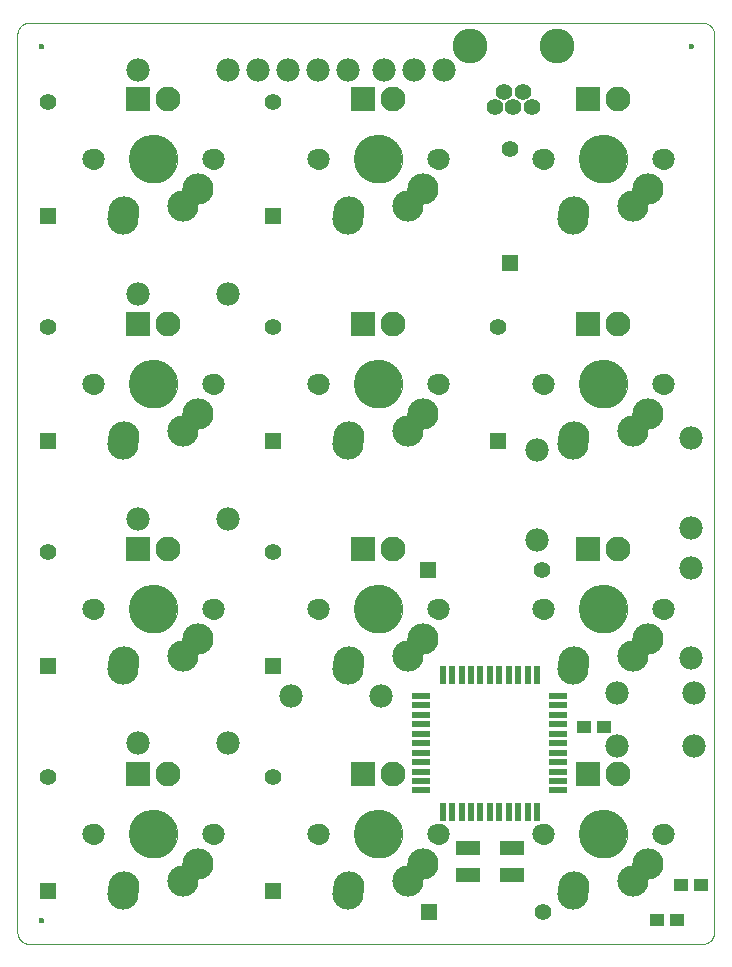
<source format=gbs>
G75*
%MOIN*%
%OFA0B0*%
%FSLAX25Y25*%
%IPPOS*%
%LPD*%
%AMOC8*
5,1,8,0,0,1.08239X$1,22.5*
%
%ADD10C,0.00000*%
%ADD11C,0.01778*%
%ADD12C,0.16148*%
%ADD13C,0.07093*%
%ADD14C,0.10400*%
%ADD15C,0.08274*%
%ADD16R,0.08274X0.08274*%
%ADD17R,0.05550X0.05550*%
%ADD18C,0.05550*%
%ADD19C,0.07800*%
%ADD20R,0.06306X0.02369*%
%ADD21R,0.02369X0.06306*%
%ADD22R,0.07880X0.04731*%
%ADD23R,0.04731X0.04337*%
%ADD24C,0.11620*%
D10*
X0005049Y0008592D02*
X0005049Y0307804D01*
X0005051Y0307928D01*
X0005057Y0308051D01*
X0005066Y0308175D01*
X0005080Y0308297D01*
X0005097Y0308420D01*
X0005119Y0308542D01*
X0005144Y0308663D01*
X0005173Y0308783D01*
X0005205Y0308902D01*
X0005242Y0309021D01*
X0005282Y0309138D01*
X0005325Y0309253D01*
X0005373Y0309368D01*
X0005424Y0309480D01*
X0005478Y0309591D01*
X0005536Y0309701D01*
X0005597Y0309808D01*
X0005662Y0309914D01*
X0005730Y0310017D01*
X0005801Y0310118D01*
X0005875Y0310217D01*
X0005952Y0310314D01*
X0006033Y0310408D01*
X0006116Y0310499D01*
X0006202Y0310588D01*
X0006291Y0310674D01*
X0006382Y0310757D01*
X0006476Y0310838D01*
X0006573Y0310915D01*
X0006672Y0310989D01*
X0006773Y0311060D01*
X0006876Y0311128D01*
X0006982Y0311193D01*
X0007089Y0311254D01*
X0007199Y0311312D01*
X0007310Y0311366D01*
X0007422Y0311417D01*
X0007537Y0311465D01*
X0007652Y0311508D01*
X0007769Y0311548D01*
X0007888Y0311585D01*
X0008007Y0311617D01*
X0008127Y0311646D01*
X0008248Y0311671D01*
X0008370Y0311693D01*
X0008493Y0311710D01*
X0008615Y0311724D01*
X0008739Y0311733D01*
X0008862Y0311739D01*
X0008986Y0311741D01*
X0233395Y0311741D01*
X0233519Y0311739D01*
X0233642Y0311733D01*
X0233766Y0311724D01*
X0233888Y0311710D01*
X0234011Y0311693D01*
X0234133Y0311671D01*
X0234254Y0311646D01*
X0234374Y0311617D01*
X0234493Y0311585D01*
X0234612Y0311548D01*
X0234729Y0311508D01*
X0234844Y0311465D01*
X0234959Y0311417D01*
X0235071Y0311366D01*
X0235182Y0311312D01*
X0235292Y0311254D01*
X0235399Y0311193D01*
X0235505Y0311128D01*
X0235608Y0311060D01*
X0235709Y0310989D01*
X0235808Y0310915D01*
X0235905Y0310838D01*
X0235999Y0310757D01*
X0236090Y0310674D01*
X0236179Y0310588D01*
X0236265Y0310499D01*
X0236348Y0310408D01*
X0236429Y0310314D01*
X0236506Y0310217D01*
X0236580Y0310118D01*
X0236651Y0310017D01*
X0236719Y0309914D01*
X0236784Y0309808D01*
X0236845Y0309701D01*
X0236903Y0309591D01*
X0236957Y0309480D01*
X0237008Y0309368D01*
X0237056Y0309253D01*
X0237099Y0309138D01*
X0237139Y0309021D01*
X0237176Y0308902D01*
X0237208Y0308783D01*
X0237237Y0308663D01*
X0237262Y0308542D01*
X0237284Y0308420D01*
X0237301Y0308297D01*
X0237315Y0308175D01*
X0237324Y0308051D01*
X0237330Y0307928D01*
X0237332Y0307804D01*
X0237332Y0008592D01*
X0237330Y0008468D01*
X0237324Y0008345D01*
X0237315Y0008221D01*
X0237301Y0008099D01*
X0237284Y0007976D01*
X0237262Y0007854D01*
X0237237Y0007733D01*
X0237208Y0007613D01*
X0237176Y0007494D01*
X0237139Y0007375D01*
X0237099Y0007258D01*
X0237056Y0007143D01*
X0237008Y0007028D01*
X0236957Y0006916D01*
X0236903Y0006805D01*
X0236845Y0006695D01*
X0236784Y0006588D01*
X0236719Y0006482D01*
X0236651Y0006379D01*
X0236580Y0006278D01*
X0236506Y0006179D01*
X0236429Y0006082D01*
X0236348Y0005988D01*
X0236265Y0005897D01*
X0236179Y0005808D01*
X0236090Y0005722D01*
X0235999Y0005639D01*
X0235905Y0005558D01*
X0235808Y0005481D01*
X0235709Y0005407D01*
X0235608Y0005336D01*
X0235505Y0005268D01*
X0235399Y0005203D01*
X0235292Y0005142D01*
X0235182Y0005084D01*
X0235071Y0005030D01*
X0234959Y0004979D01*
X0234844Y0004931D01*
X0234729Y0004888D01*
X0234612Y0004848D01*
X0234493Y0004811D01*
X0234374Y0004779D01*
X0234254Y0004750D01*
X0234133Y0004725D01*
X0234011Y0004703D01*
X0233888Y0004686D01*
X0233766Y0004672D01*
X0233642Y0004663D01*
X0233519Y0004657D01*
X0233395Y0004655D01*
X0008986Y0004655D01*
X0008862Y0004657D01*
X0008739Y0004663D01*
X0008615Y0004672D01*
X0008493Y0004686D01*
X0008370Y0004703D01*
X0008248Y0004725D01*
X0008127Y0004750D01*
X0008007Y0004779D01*
X0007888Y0004811D01*
X0007769Y0004848D01*
X0007652Y0004888D01*
X0007537Y0004931D01*
X0007422Y0004979D01*
X0007310Y0005030D01*
X0007199Y0005084D01*
X0007089Y0005142D01*
X0006982Y0005203D01*
X0006876Y0005268D01*
X0006773Y0005336D01*
X0006672Y0005407D01*
X0006573Y0005481D01*
X0006476Y0005558D01*
X0006382Y0005639D01*
X0006291Y0005722D01*
X0006202Y0005808D01*
X0006116Y0005897D01*
X0006033Y0005988D01*
X0005952Y0006082D01*
X0005875Y0006179D01*
X0005801Y0006278D01*
X0005730Y0006379D01*
X0005662Y0006482D01*
X0005597Y0006588D01*
X0005536Y0006695D01*
X0005478Y0006805D01*
X0005424Y0006916D01*
X0005373Y0007028D01*
X0005325Y0007143D01*
X0005282Y0007258D01*
X0005242Y0007375D01*
X0005205Y0007494D01*
X0005173Y0007613D01*
X0005144Y0007733D01*
X0005119Y0007854D01*
X0005097Y0007976D01*
X0005080Y0008099D01*
X0005066Y0008221D01*
X0005057Y0008345D01*
X0005051Y0008468D01*
X0005049Y0008592D01*
X0012234Y0012529D02*
X0012236Y0012581D01*
X0012242Y0012633D01*
X0012252Y0012684D01*
X0012265Y0012734D01*
X0012283Y0012784D01*
X0012304Y0012831D01*
X0012328Y0012877D01*
X0012357Y0012921D01*
X0012388Y0012963D01*
X0012422Y0013002D01*
X0012459Y0013039D01*
X0012499Y0013072D01*
X0012542Y0013103D01*
X0012586Y0013130D01*
X0012632Y0013154D01*
X0012681Y0013174D01*
X0012730Y0013190D01*
X0012781Y0013203D01*
X0012832Y0013212D01*
X0012884Y0013217D01*
X0012936Y0013218D01*
X0012988Y0013215D01*
X0013040Y0013208D01*
X0013091Y0013197D01*
X0013141Y0013183D01*
X0013190Y0013164D01*
X0013237Y0013142D01*
X0013282Y0013117D01*
X0013326Y0013088D01*
X0013367Y0013056D01*
X0013406Y0013021D01*
X0013441Y0012983D01*
X0013474Y0012942D01*
X0013504Y0012900D01*
X0013530Y0012855D01*
X0013553Y0012808D01*
X0013572Y0012759D01*
X0013588Y0012709D01*
X0013600Y0012659D01*
X0013608Y0012607D01*
X0013612Y0012555D01*
X0013612Y0012503D01*
X0013608Y0012451D01*
X0013600Y0012399D01*
X0013588Y0012349D01*
X0013572Y0012299D01*
X0013553Y0012250D01*
X0013530Y0012203D01*
X0013504Y0012158D01*
X0013474Y0012116D01*
X0013441Y0012075D01*
X0013406Y0012037D01*
X0013367Y0012002D01*
X0013326Y0011970D01*
X0013282Y0011941D01*
X0013237Y0011916D01*
X0013190Y0011894D01*
X0013141Y0011875D01*
X0013091Y0011861D01*
X0013040Y0011850D01*
X0012988Y0011843D01*
X0012936Y0011840D01*
X0012884Y0011841D01*
X0012832Y0011846D01*
X0012781Y0011855D01*
X0012730Y0011868D01*
X0012681Y0011884D01*
X0012632Y0011904D01*
X0012586Y0011928D01*
X0012542Y0011955D01*
X0012499Y0011986D01*
X0012459Y0012019D01*
X0012422Y0012056D01*
X0012388Y0012095D01*
X0012357Y0012137D01*
X0012328Y0012181D01*
X0012304Y0012227D01*
X0012283Y0012274D01*
X0012265Y0012324D01*
X0012252Y0012374D01*
X0012242Y0012425D01*
X0012236Y0012477D01*
X0012234Y0012529D01*
X0027057Y0041387D02*
X0027059Y0041502D01*
X0027065Y0041618D01*
X0027075Y0041733D01*
X0027089Y0041848D01*
X0027107Y0041962D01*
X0027129Y0042075D01*
X0027154Y0042188D01*
X0027184Y0042299D01*
X0027217Y0042410D01*
X0027254Y0042519D01*
X0027295Y0042627D01*
X0027340Y0042734D01*
X0027388Y0042839D01*
X0027440Y0042942D01*
X0027496Y0043043D01*
X0027555Y0043143D01*
X0027617Y0043240D01*
X0027683Y0043335D01*
X0027751Y0043428D01*
X0027823Y0043518D01*
X0027898Y0043606D01*
X0027977Y0043691D01*
X0028058Y0043773D01*
X0028141Y0043853D01*
X0028228Y0043929D01*
X0028317Y0044003D01*
X0028408Y0044073D01*
X0028502Y0044141D01*
X0028598Y0044205D01*
X0028697Y0044265D01*
X0028797Y0044322D01*
X0028899Y0044376D01*
X0029003Y0044426D01*
X0029109Y0044473D01*
X0029216Y0044516D01*
X0029325Y0044555D01*
X0029435Y0044590D01*
X0029546Y0044621D01*
X0029658Y0044649D01*
X0029771Y0044673D01*
X0029885Y0044693D01*
X0030000Y0044709D01*
X0030115Y0044721D01*
X0030230Y0044729D01*
X0030345Y0044733D01*
X0030461Y0044733D01*
X0030576Y0044729D01*
X0030691Y0044721D01*
X0030806Y0044709D01*
X0030921Y0044693D01*
X0031035Y0044673D01*
X0031148Y0044649D01*
X0031260Y0044621D01*
X0031371Y0044590D01*
X0031481Y0044555D01*
X0031590Y0044516D01*
X0031697Y0044473D01*
X0031803Y0044426D01*
X0031907Y0044376D01*
X0032009Y0044322D01*
X0032109Y0044265D01*
X0032208Y0044205D01*
X0032304Y0044141D01*
X0032398Y0044073D01*
X0032489Y0044003D01*
X0032578Y0043929D01*
X0032665Y0043853D01*
X0032748Y0043773D01*
X0032829Y0043691D01*
X0032908Y0043606D01*
X0032983Y0043518D01*
X0033055Y0043428D01*
X0033123Y0043335D01*
X0033189Y0043240D01*
X0033251Y0043143D01*
X0033310Y0043043D01*
X0033366Y0042942D01*
X0033418Y0042839D01*
X0033466Y0042734D01*
X0033511Y0042627D01*
X0033552Y0042519D01*
X0033589Y0042410D01*
X0033622Y0042299D01*
X0033652Y0042188D01*
X0033677Y0042075D01*
X0033699Y0041962D01*
X0033717Y0041848D01*
X0033731Y0041733D01*
X0033741Y0041618D01*
X0033747Y0041502D01*
X0033749Y0041387D01*
X0033747Y0041272D01*
X0033741Y0041156D01*
X0033731Y0041041D01*
X0033717Y0040926D01*
X0033699Y0040812D01*
X0033677Y0040699D01*
X0033652Y0040586D01*
X0033622Y0040475D01*
X0033589Y0040364D01*
X0033552Y0040255D01*
X0033511Y0040147D01*
X0033466Y0040040D01*
X0033418Y0039935D01*
X0033366Y0039832D01*
X0033310Y0039731D01*
X0033251Y0039631D01*
X0033189Y0039534D01*
X0033123Y0039439D01*
X0033055Y0039346D01*
X0032983Y0039256D01*
X0032908Y0039168D01*
X0032829Y0039083D01*
X0032748Y0039001D01*
X0032665Y0038921D01*
X0032578Y0038845D01*
X0032489Y0038771D01*
X0032398Y0038701D01*
X0032304Y0038633D01*
X0032208Y0038569D01*
X0032109Y0038509D01*
X0032009Y0038452D01*
X0031907Y0038398D01*
X0031803Y0038348D01*
X0031697Y0038301D01*
X0031590Y0038258D01*
X0031481Y0038219D01*
X0031371Y0038184D01*
X0031260Y0038153D01*
X0031148Y0038125D01*
X0031035Y0038101D01*
X0030921Y0038081D01*
X0030806Y0038065D01*
X0030691Y0038053D01*
X0030576Y0038045D01*
X0030461Y0038041D01*
X0030345Y0038041D01*
X0030230Y0038045D01*
X0030115Y0038053D01*
X0030000Y0038065D01*
X0029885Y0038081D01*
X0029771Y0038101D01*
X0029658Y0038125D01*
X0029546Y0038153D01*
X0029435Y0038184D01*
X0029325Y0038219D01*
X0029216Y0038258D01*
X0029109Y0038301D01*
X0029003Y0038348D01*
X0028899Y0038398D01*
X0028797Y0038452D01*
X0028697Y0038509D01*
X0028598Y0038569D01*
X0028502Y0038633D01*
X0028408Y0038701D01*
X0028317Y0038771D01*
X0028228Y0038845D01*
X0028141Y0038921D01*
X0028058Y0039001D01*
X0027977Y0039083D01*
X0027898Y0039168D01*
X0027823Y0039256D01*
X0027751Y0039346D01*
X0027683Y0039439D01*
X0027617Y0039534D01*
X0027555Y0039631D01*
X0027496Y0039731D01*
X0027440Y0039832D01*
X0027388Y0039935D01*
X0027340Y0040040D01*
X0027295Y0040147D01*
X0027254Y0040255D01*
X0027217Y0040364D01*
X0027184Y0040475D01*
X0027154Y0040586D01*
X0027129Y0040699D01*
X0027107Y0040812D01*
X0027089Y0040926D01*
X0027075Y0041041D01*
X0027065Y0041156D01*
X0027059Y0041272D01*
X0027057Y0041387D01*
X0042529Y0041387D02*
X0042531Y0041580D01*
X0042538Y0041773D01*
X0042550Y0041966D01*
X0042567Y0042159D01*
X0042588Y0042351D01*
X0042614Y0042542D01*
X0042645Y0042733D01*
X0042680Y0042923D01*
X0042720Y0043112D01*
X0042765Y0043300D01*
X0042814Y0043487D01*
X0042868Y0043673D01*
X0042926Y0043857D01*
X0042989Y0044040D01*
X0043057Y0044221D01*
X0043128Y0044400D01*
X0043205Y0044578D01*
X0043285Y0044754D01*
X0043370Y0044927D01*
X0043459Y0045099D01*
X0043552Y0045268D01*
X0043649Y0045435D01*
X0043751Y0045600D01*
X0043856Y0045762D01*
X0043965Y0045921D01*
X0044079Y0046078D01*
X0044196Y0046231D01*
X0044316Y0046382D01*
X0044441Y0046530D01*
X0044569Y0046675D01*
X0044700Y0046816D01*
X0044835Y0046955D01*
X0044974Y0047090D01*
X0045115Y0047221D01*
X0045260Y0047349D01*
X0045408Y0047474D01*
X0045559Y0047594D01*
X0045712Y0047711D01*
X0045869Y0047825D01*
X0046028Y0047934D01*
X0046190Y0048039D01*
X0046355Y0048141D01*
X0046522Y0048238D01*
X0046691Y0048331D01*
X0046863Y0048420D01*
X0047036Y0048505D01*
X0047212Y0048585D01*
X0047390Y0048662D01*
X0047569Y0048733D01*
X0047750Y0048801D01*
X0047933Y0048864D01*
X0048117Y0048922D01*
X0048303Y0048976D01*
X0048490Y0049025D01*
X0048678Y0049070D01*
X0048867Y0049110D01*
X0049057Y0049145D01*
X0049248Y0049176D01*
X0049439Y0049202D01*
X0049631Y0049223D01*
X0049824Y0049240D01*
X0050017Y0049252D01*
X0050210Y0049259D01*
X0050403Y0049261D01*
X0050596Y0049259D01*
X0050789Y0049252D01*
X0050982Y0049240D01*
X0051175Y0049223D01*
X0051367Y0049202D01*
X0051558Y0049176D01*
X0051749Y0049145D01*
X0051939Y0049110D01*
X0052128Y0049070D01*
X0052316Y0049025D01*
X0052503Y0048976D01*
X0052689Y0048922D01*
X0052873Y0048864D01*
X0053056Y0048801D01*
X0053237Y0048733D01*
X0053416Y0048662D01*
X0053594Y0048585D01*
X0053770Y0048505D01*
X0053943Y0048420D01*
X0054115Y0048331D01*
X0054284Y0048238D01*
X0054451Y0048141D01*
X0054616Y0048039D01*
X0054778Y0047934D01*
X0054937Y0047825D01*
X0055094Y0047711D01*
X0055247Y0047594D01*
X0055398Y0047474D01*
X0055546Y0047349D01*
X0055691Y0047221D01*
X0055832Y0047090D01*
X0055971Y0046955D01*
X0056106Y0046816D01*
X0056237Y0046675D01*
X0056365Y0046530D01*
X0056490Y0046382D01*
X0056610Y0046231D01*
X0056727Y0046078D01*
X0056841Y0045921D01*
X0056950Y0045762D01*
X0057055Y0045600D01*
X0057157Y0045435D01*
X0057254Y0045268D01*
X0057347Y0045099D01*
X0057436Y0044927D01*
X0057521Y0044754D01*
X0057601Y0044578D01*
X0057678Y0044400D01*
X0057749Y0044221D01*
X0057817Y0044040D01*
X0057880Y0043857D01*
X0057938Y0043673D01*
X0057992Y0043487D01*
X0058041Y0043300D01*
X0058086Y0043112D01*
X0058126Y0042923D01*
X0058161Y0042733D01*
X0058192Y0042542D01*
X0058218Y0042351D01*
X0058239Y0042159D01*
X0058256Y0041966D01*
X0058268Y0041773D01*
X0058275Y0041580D01*
X0058277Y0041387D01*
X0058275Y0041194D01*
X0058268Y0041001D01*
X0058256Y0040808D01*
X0058239Y0040615D01*
X0058218Y0040423D01*
X0058192Y0040232D01*
X0058161Y0040041D01*
X0058126Y0039851D01*
X0058086Y0039662D01*
X0058041Y0039474D01*
X0057992Y0039287D01*
X0057938Y0039101D01*
X0057880Y0038917D01*
X0057817Y0038734D01*
X0057749Y0038553D01*
X0057678Y0038374D01*
X0057601Y0038196D01*
X0057521Y0038020D01*
X0057436Y0037847D01*
X0057347Y0037675D01*
X0057254Y0037506D01*
X0057157Y0037339D01*
X0057055Y0037174D01*
X0056950Y0037012D01*
X0056841Y0036853D01*
X0056727Y0036696D01*
X0056610Y0036543D01*
X0056490Y0036392D01*
X0056365Y0036244D01*
X0056237Y0036099D01*
X0056106Y0035958D01*
X0055971Y0035819D01*
X0055832Y0035684D01*
X0055691Y0035553D01*
X0055546Y0035425D01*
X0055398Y0035300D01*
X0055247Y0035180D01*
X0055094Y0035063D01*
X0054937Y0034949D01*
X0054778Y0034840D01*
X0054616Y0034735D01*
X0054451Y0034633D01*
X0054284Y0034536D01*
X0054115Y0034443D01*
X0053943Y0034354D01*
X0053770Y0034269D01*
X0053594Y0034189D01*
X0053416Y0034112D01*
X0053237Y0034041D01*
X0053056Y0033973D01*
X0052873Y0033910D01*
X0052689Y0033852D01*
X0052503Y0033798D01*
X0052316Y0033749D01*
X0052128Y0033704D01*
X0051939Y0033664D01*
X0051749Y0033629D01*
X0051558Y0033598D01*
X0051367Y0033572D01*
X0051175Y0033551D01*
X0050982Y0033534D01*
X0050789Y0033522D01*
X0050596Y0033515D01*
X0050403Y0033513D01*
X0050210Y0033515D01*
X0050017Y0033522D01*
X0049824Y0033534D01*
X0049631Y0033551D01*
X0049439Y0033572D01*
X0049248Y0033598D01*
X0049057Y0033629D01*
X0048867Y0033664D01*
X0048678Y0033704D01*
X0048490Y0033749D01*
X0048303Y0033798D01*
X0048117Y0033852D01*
X0047933Y0033910D01*
X0047750Y0033973D01*
X0047569Y0034041D01*
X0047390Y0034112D01*
X0047212Y0034189D01*
X0047036Y0034269D01*
X0046863Y0034354D01*
X0046691Y0034443D01*
X0046522Y0034536D01*
X0046355Y0034633D01*
X0046190Y0034735D01*
X0046028Y0034840D01*
X0045869Y0034949D01*
X0045712Y0035063D01*
X0045559Y0035180D01*
X0045408Y0035300D01*
X0045260Y0035425D01*
X0045115Y0035553D01*
X0044974Y0035684D01*
X0044835Y0035819D01*
X0044700Y0035958D01*
X0044569Y0036099D01*
X0044441Y0036244D01*
X0044316Y0036392D01*
X0044196Y0036543D01*
X0044079Y0036696D01*
X0043965Y0036853D01*
X0043856Y0037012D01*
X0043751Y0037174D01*
X0043649Y0037339D01*
X0043552Y0037506D01*
X0043459Y0037675D01*
X0043370Y0037847D01*
X0043285Y0038020D01*
X0043205Y0038196D01*
X0043128Y0038374D01*
X0043057Y0038553D01*
X0042989Y0038734D01*
X0042926Y0038917D01*
X0042868Y0039101D01*
X0042814Y0039287D01*
X0042765Y0039474D01*
X0042720Y0039662D01*
X0042680Y0039851D01*
X0042645Y0040041D01*
X0042614Y0040232D01*
X0042588Y0040423D01*
X0042567Y0040615D01*
X0042550Y0040808D01*
X0042538Y0041001D01*
X0042531Y0041194D01*
X0042529Y0041387D01*
X0067057Y0041387D02*
X0067059Y0041502D01*
X0067065Y0041618D01*
X0067075Y0041733D01*
X0067089Y0041848D01*
X0067107Y0041962D01*
X0067129Y0042075D01*
X0067154Y0042188D01*
X0067184Y0042299D01*
X0067217Y0042410D01*
X0067254Y0042519D01*
X0067295Y0042627D01*
X0067340Y0042734D01*
X0067388Y0042839D01*
X0067440Y0042942D01*
X0067496Y0043043D01*
X0067555Y0043143D01*
X0067617Y0043240D01*
X0067683Y0043335D01*
X0067751Y0043428D01*
X0067823Y0043518D01*
X0067898Y0043606D01*
X0067977Y0043691D01*
X0068058Y0043773D01*
X0068141Y0043853D01*
X0068228Y0043929D01*
X0068317Y0044003D01*
X0068408Y0044073D01*
X0068502Y0044141D01*
X0068598Y0044205D01*
X0068697Y0044265D01*
X0068797Y0044322D01*
X0068899Y0044376D01*
X0069003Y0044426D01*
X0069109Y0044473D01*
X0069216Y0044516D01*
X0069325Y0044555D01*
X0069435Y0044590D01*
X0069546Y0044621D01*
X0069658Y0044649D01*
X0069771Y0044673D01*
X0069885Y0044693D01*
X0070000Y0044709D01*
X0070115Y0044721D01*
X0070230Y0044729D01*
X0070345Y0044733D01*
X0070461Y0044733D01*
X0070576Y0044729D01*
X0070691Y0044721D01*
X0070806Y0044709D01*
X0070921Y0044693D01*
X0071035Y0044673D01*
X0071148Y0044649D01*
X0071260Y0044621D01*
X0071371Y0044590D01*
X0071481Y0044555D01*
X0071590Y0044516D01*
X0071697Y0044473D01*
X0071803Y0044426D01*
X0071907Y0044376D01*
X0072009Y0044322D01*
X0072109Y0044265D01*
X0072208Y0044205D01*
X0072304Y0044141D01*
X0072398Y0044073D01*
X0072489Y0044003D01*
X0072578Y0043929D01*
X0072665Y0043853D01*
X0072748Y0043773D01*
X0072829Y0043691D01*
X0072908Y0043606D01*
X0072983Y0043518D01*
X0073055Y0043428D01*
X0073123Y0043335D01*
X0073189Y0043240D01*
X0073251Y0043143D01*
X0073310Y0043043D01*
X0073366Y0042942D01*
X0073418Y0042839D01*
X0073466Y0042734D01*
X0073511Y0042627D01*
X0073552Y0042519D01*
X0073589Y0042410D01*
X0073622Y0042299D01*
X0073652Y0042188D01*
X0073677Y0042075D01*
X0073699Y0041962D01*
X0073717Y0041848D01*
X0073731Y0041733D01*
X0073741Y0041618D01*
X0073747Y0041502D01*
X0073749Y0041387D01*
X0073747Y0041272D01*
X0073741Y0041156D01*
X0073731Y0041041D01*
X0073717Y0040926D01*
X0073699Y0040812D01*
X0073677Y0040699D01*
X0073652Y0040586D01*
X0073622Y0040475D01*
X0073589Y0040364D01*
X0073552Y0040255D01*
X0073511Y0040147D01*
X0073466Y0040040D01*
X0073418Y0039935D01*
X0073366Y0039832D01*
X0073310Y0039731D01*
X0073251Y0039631D01*
X0073189Y0039534D01*
X0073123Y0039439D01*
X0073055Y0039346D01*
X0072983Y0039256D01*
X0072908Y0039168D01*
X0072829Y0039083D01*
X0072748Y0039001D01*
X0072665Y0038921D01*
X0072578Y0038845D01*
X0072489Y0038771D01*
X0072398Y0038701D01*
X0072304Y0038633D01*
X0072208Y0038569D01*
X0072109Y0038509D01*
X0072009Y0038452D01*
X0071907Y0038398D01*
X0071803Y0038348D01*
X0071697Y0038301D01*
X0071590Y0038258D01*
X0071481Y0038219D01*
X0071371Y0038184D01*
X0071260Y0038153D01*
X0071148Y0038125D01*
X0071035Y0038101D01*
X0070921Y0038081D01*
X0070806Y0038065D01*
X0070691Y0038053D01*
X0070576Y0038045D01*
X0070461Y0038041D01*
X0070345Y0038041D01*
X0070230Y0038045D01*
X0070115Y0038053D01*
X0070000Y0038065D01*
X0069885Y0038081D01*
X0069771Y0038101D01*
X0069658Y0038125D01*
X0069546Y0038153D01*
X0069435Y0038184D01*
X0069325Y0038219D01*
X0069216Y0038258D01*
X0069109Y0038301D01*
X0069003Y0038348D01*
X0068899Y0038398D01*
X0068797Y0038452D01*
X0068697Y0038509D01*
X0068598Y0038569D01*
X0068502Y0038633D01*
X0068408Y0038701D01*
X0068317Y0038771D01*
X0068228Y0038845D01*
X0068141Y0038921D01*
X0068058Y0039001D01*
X0067977Y0039083D01*
X0067898Y0039168D01*
X0067823Y0039256D01*
X0067751Y0039346D01*
X0067683Y0039439D01*
X0067617Y0039534D01*
X0067555Y0039631D01*
X0067496Y0039731D01*
X0067440Y0039832D01*
X0067388Y0039935D01*
X0067340Y0040040D01*
X0067295Y0040147D01*
X0067254Y0040255D01*
X0067217Y0040364D01*
X0067184Y0040475D01*
X0067154Y0040586D01*
X0067129Y0040699D01*
X0067107Y0040812D01*
X0067089Y0040926D01*
X0067075Y0041041D01*
X0067065Y0041156D01*
X0067059Y0041272D01*
X0067057Y0041387D01*
X0102057Y0041387D02*
X0102059Y0041502D01*
X0102065Y0041618D01*
X0102075Y0041733D01*
X0102089Y0041848D01*
X0102107Y0041962D01*
X0102129Y0042075D01*
X0102154Y0042188D01*
X0102184Y0042299D01*
X0102217Y0042410D01*
X0102254Y0042519D01*
X0102295Y0042627D01*
X0102340Y0042734D01*
X0102388Y0042839D01*
X0102440Y0042942D01*
X0102496Y0043043D01*
X0102555Y0043143D01*
X0102617Y0043240D01*
X0102683Y0043335D01*
X0102751Y0043428D01*
X0102823Y0043518D01*
X0102898Y0043606D01*
X0102977Y0043691D01*
X0103058Y0043773D01*
X0103141Y0043853D01*
X0103228Y0043929D01*
X0103317Y0044003D01*
X0103408Y0044073D01*
X0103502Y0044141D01*
X0103598Y0044205D01*
X0103697Y0044265D01*
X0103797Y0044322D01*
X0103899Y0044376D01*
X0104003Y0044426D01*
X0104109Y0044473D01*
X0104216Y0044516D01*
X0104325Y0044555D01*
X0104435Y0044590D01*
X0104546Y0044621D01*
X0104658Y0044649D01*
X0104771Y0044673D01*
X0104885Y0044693D01*
X0105000Y0044709D01*
X0105115Y0044721D01*
X0105230Y0044729D01*
X0105345Y0044733D01*
X0105461Y0044733D01*
X0105576Y0044729D01*
X0105691Y0044721D01*
X0105806Y0044709D01*
X0105921Y0044693D01*
X0106035Y0044673D01*
X0106148Y0044649D01*
X0106260Y0044621D01*
X0106371Y0044590D01*
X0106481Y0044555D01*
X0106590Y0044516D01*
X0106697Y0044473D01*
X0106803Y0044426D01*
X0106907Y0044376D01*
X0107009Y0044322D01*
X0107109Y0044265D01*
X0107208Y0044205D01*
X0107304Y0044141D01*
X0107398Y0044073D01*
X0107489Y0044003D01*
X0107578Y0043929D01*
X0107665Y0043853D01*
X0107748Y0043773D01*
X0107829Y0043691D01*
X0107908Y0043606D01*
X0107983Y0043518D01*
X0108055Y0043428D01*
X0108123Y0043335D01*
X0108189Y0043240D01*
X0108251Y0043143D01*
X0108310Y0043043D01*
X0108366Y0042942D01*
X0108418Y0042839D01*
X0108466Y0042734D01*
X0108511Y0042627D01*
X0108552Y0042519D01*
X0108589Y0042410D01*
X0108622Y0042299D01*
X0108652Y0042188D01*
X0108677Y0042075D01*
X0108699Y0041962D01*
X0108717Y0041848D01*
X0108731Y0041733D01*
X0108741Y0041618D01*
X0108747Y0041502D01*
X0108749Y0041387D01*
X0108747Y0041272D01*
X0108741Y0041156D01*
X0108731Y0041041D01*
X0108717Y0040926D01*
X0108699Y0040812D01*
X0108677Y0040699D01*
X0108652Y0040586D01*
X0108622Y0040475D01*
X0108589Y0040364D01*
X0108552Y0040255D01*
X0108511Y0040147D01*
X0108466Y0040040D01*
X0108418Y0039935D01*
X0108366Y0039832D01*
X0108310Y0039731D01*
X0108251Y0039631D01*
X0108189Y0039534D01*
X0108123Y0039439D01*
X0108055Y0039346D01*
X0107983Y0039256D01*
X0107908Y0039168D01*
X0107829Y0039083D01*
X0107748Y0039001D01*
X0107665Y0038921D01*
X0107578Y0038845D01*
X0107489Y0038771D01*
X0107398Y0038701D01*
X0107304Y0038633D01*
X0107208Y0038569D01*
X0107109Y0038509D01*
X0107009Y0038452D01*
X0106907Y0038398D01*
X0106803Y0038348D01*
X0106697Y0038301D01*
X0106590Y0038258D01*
X0106481Y0038219D01*
X0106371Y0038184D01*
X0106260Y0038153D01*
X0106148Y0038125D01*
X0106035Y0038101D01*
X0105921Y0038081D01*
X0105806Y0038065D01*
X0105691Y0038053D01*
X0105576Y0038045D01*
X0105461Y0038041D01*
X0105345Y0038041D01*
X0105230Y0038045D01*
X0105115Y0038053D01*
X0105000Y0038065D01*
X0104885Y0038081D01*
X0104771Y0038101D01*
X0104658Y0038125D01*
X0104546Y0038153D01*
X0104435Y0038184D01*
X0104325Y0038219D01*
X0104216Y0038258D01*
X0104109Y0038301D01*
X0104003Y0038348D01*
X0103899Y0038398D01*
X0103797Y0038452D01*
X0103697Y0038509D01*
X0103598Y0038569D01*
X0103502Y0038633D01*
X0103408Y0038701D01*
X0103317Y0038771D01*
X0103228Y0038845D01*
X0103141Y0038921D01*
X0103058Y0039001D01*
X0102977Y0039083D01*
X0102898Y0039168D01*
X0102823Y0039256D01*
X0102751Y0039346D01*
X0102683Y0039439D01*
X0102617Y0039534D01*
X0102555Y0039631D01*
X0102496Y0039731D01*
X0102440Y0039832D01*
X0102388Y0039935D01*
X0102340Y0040040D01*
X0102295Y0040147D01*
X0102254Y0040255D01*
X0102217Y0040364D01*
X0102184Y0040475D01*
X0102154Y0040586D01*
X0102129Y0040699D01*
X0102107Y0040812D01*
X0102089Y0040926D01*
X0102075Y0041041D01*
X0102065Y0041156D01*
X0102059Y0041272D01*
X0102057Y0041387D01*
X0117529Y0041387D02*
X0117531Y0041580D01*
X0117538Y0041773D01*
X0117550Y0041966D01*
X0117567Y0042159D01*
X0117588Y0042351D01*
X0117614Y0042542D01*
X0117645Y0042733D01*
X0117680Y0042923D01*
X0117720Y0043112D01*
X0117765Y0043300D01*
X0117814Y0043487D01*
X0117868Y0043673D01*
X0117926Y0043857D01*
X0117989Y0044040D01*
X0118057Y0044221D01*
X0118128Y0044400D01*
X0118205Y0044578D01*
X0118285Y0044754D01*
X0118370Y0044927D01*
X0118459Y0045099D01*
X0118552Y0045268D01*
X0118649Y0045435D01*
X0118751Y0045600D01*
X0118856Y0045762D01*
X0118965Y0045921D01*
X0119079Y0046078D01*
X0119196Y0046231D01*
X0119316Y0046382D01*
X0119441Y0046530D01*
X0119569Y0046675D01*
X0119700Y0046816D01*
X0119835Y0046955D01*
X0119974Y0047090D01*
X0120115Y0047221D01*
X0120260Y0047349D01*
X0120408Y0047474D01*
X0120559Y0047594D01*
X0120712Y0047711D01*
X0120869Y0047825D01*
X0121028Y0047934D01*
X0121190Y0048039D01*
X0121355Y0048141D01*
X0121522Y0048238D01*
X0121691Y0048331D01*
X0121863Y0048420D01*
X0122036Y0048505D01*
X0122212Y0048585D01*
X0122390Y0048662D01*
X0122569Y0048733D01*
X0122750Y0048801D01*
X0122933Y0048864D01*
X0123117Y0048922D01*
X0123303Y0048976D01*
X0123490Y0049025D01*
X0123678Y0049070D01*
X0123867Y0049110D01*
X0124057Y0049145D01*
X0124248Y0049176D01*
X0124439Y0049202D01*
X0124631Y0049223D01*
X0124824Y0049240D01*
X0125017Y0049252D01*
X0125210Y0049259D01*
X0125403Y0049261D01*
X0125596Y0049259D01*
X0125789Y0049252D01*
X0125982Y0049240D01*
X0126175Y0049223D01*
X0126367Y0049202D01*
X0126558Y0049176D01*
X0126749Y0049145D01*
X0126939Y0049110D01*
X0127128Y0049070D01*
X0127316Y0049025D01*
X0127503Y0048976D01*
X0127689Y0048922D01*
X0127873Y0048864D01*
X0128056Y0048801D01*
X0128237Y0048733D01*
X0128416Y0048662D01*
X0128594Y0048585D01*
X0128770Y0048505D01*
X0128943Y0048420D01*
X0129115Y0048331D01*
X0129284Y0048238D01*
X0129451Y0048141D01*
X0129616Y0048039D01*
X0129778Y0047934D01*
X0129937Y0047825D01*
X0130094Y0047711D01*
X0130247Y0047594D01*
X0130398Y0047474D01*
X0130546Y0047349D01*
X0130691Y0047221D01*
X0130832Y0047090D01*
X0130971Y0046955D01*
X0131106Y0046816D01*
X0131237Y0046675D01*
X0131365Y0046530D01*
X0131490Y0046382D01*
X0131610Y0046231D01*
X0131727Y0046078D01*
X0131841Y0045921D01*
X0131950Y0045762D01*
X0132055Y0045600D01*
X0132157Y0045435D01*
X0132254Y0045268D01*
X0132347Y0045099D01*
X0132436Y0044927D01*
X0132521Y0044754D01*
X0132601Y0044578D01*
X0132678Y0044400D01*
X0132749Y0044221D01*
X0132817Y0044040D01*
X0132880Y0043857D01*
X0132938Y0043673D01*
X0132992Y0043487D01*
X0133041Y0043300D01*
X0133086Y0043112D01*
X0133126Y0042923D01*
X0133161Y0042733D01*
X0133192Y0042542D01*
X0133218Y0042351D01*
X0133239Y0042159D01*
X0133256Y0041966D01*
X0133268Y0041773D01*
X0133275Y0041580D01*
X0133277Y0041387D01*
X0133275Y0041194D01*
X0133268Y0041001D01*
X0133256Y0040808D01*
X0133239Y0040615D01*
X0133218Y0040423D01*
X0133192Y0040232D01*
X0133161Y0040041D01*
X0133126Y0039851D01*
X0133086Y0039662D01*
X0133041Y0039474D01*
X0132992Y0039287D01*
X0132938Y0039101D01*
X0132880Y0038917D01*
X0132817Y0038734D01*
X0132749Y0038553D01*
X0132678Y0038374D01*
X0132601Y0038196D01*
X0132521Y0038020D01*
X0132436Y0037847D01*
X0132347Y0037675D01*
X0132254Y0037506D01*
X0132157Y0037339D01*
X0132055Y0037174D01*
X0131950Y0037012D01*
X0131841Y0036853D01*
X0131727Y0036696D01*
X0131610Y0036543D01*
X0131490Y0036392D01*
X0131365Y0036244D01*
X0131237Y0036099D01*
X0131106Y0035958D01*
X0130971Y0035819D01*
X0130832Y0035684D01*
X0130691Y0035553D01*
X0130546Y0035425D01*
X0130398Y0035300D01*
X0130247Y0035180D01*
X0130094Y0035063D01*
X0129937Y0034949D01*
X0129778Y0034840D01*
X0129616Y0034735D01*
X0129451Y0034633D01*
X0129284Y0034536D01*
X0129115Y0034443D01*
X0128943Y0034354D01*
X0128770Y0034269D01*
X0128594Y0034189D01*
X0128416Y0034112D01*
X0128237Y0034041D01*
X0128056Y0033973D01*
X0127873Y0033910D01*
X0127689Y0033852D01*
X0127503Y0033798D01*
X0127316Y0033749D01*
X0127128Y0033704D01*
X0126939Y0033664D01*
X0126749Y0033629D01*
X0126558Y0033598D01*
X0126367Y0033572D01*
X0126175Y0033551D01*
X0125982Y0033534D01*
X0125789Y0033522D01*
X0125596Y0033515D01*
X0125403Y0033513D01*
X0125210Y0033515D01*
X0125017Y0033522D01*
X0124824Y0033534D01*
X0124631Y0033551D01*
X0124439Y0033572D01*
X0124248Y0033598D01*
X0124057Y0033629D01*
X0123867Y0033664D01*
X0123678Y0033704D01*
X0123490Y0033749D01*
X0123303Y0033798D01*
X0123117Y0033852D01*
X0122933Y0033910D01*
X0122750Y0033973D01*
X0122569Y0034041D01*
X0122390Y0034112D01*
X0122212Y0034189D01*
X0122036Y0034269D01*
X0121863Y0034354D01*
X0121691Y0034443D01*
X0121522Y0034536D01*
X0121355Y0034633D01*
X0121190Y0034735D01*
X0121028Y0034840D01*
X0120869Y0034949D01*
X0120712Y0035063D01*
X0120559Y0035180D01*
X0120408Y0035300D01*
X0120260Y0035425D01*
X0120115Y0035553D01*
X0119974Y0035684D01*
X0119835Y0035819D01*
X0119700Y0035958D01*
X0119569Y0036099D01*
X0119441Y0036244D01*
X0119316Y0036392D01*
X0119196Y0036543D01*
X0119079Y0036696D01*
X0118965Y0036853D01*
X0118856Y0037012D01*
X0118751Y0037174D01*
X0118649Y0037339D01*
X0118552Y0037506D01*
X0118459Y0037675D01*
X0118370Y0037847D01*
X0118285Y0038020D01*
X0118205Y0038196D01*
X0118128Y0038374D01*
X0118057Y0038553D01*
X0117989Y0038734D01*
X0117926Y0038917D01*
X0117868Y0039101D01*
X0117814Y0039287D01*
X0117765Y0039474D01*
X0117720Y0039662D01*
X0117680Y0039851D01*
X0117645Y0040041D01*
X0117614Y0040232D01*
X0117588Y0040423D01*
X0117567Y0040615D01*
X0117550Y0040808D01*
X0117538Y0041001D01*
X0117531Y0041194D01*
X0117529Y0041387D01*
X0142057Y0041387D02*
X0142059Y0041502D01*
X0142065Y0041618D01*
X0142075Y0041733D01*
X0142089Y0041848D01*
X0142107Y0041962D01*
X0142129Y0042075D01*
X0142154Y0042188D01*
X0142184Y0042299D01*
X0142217Y0042410D01*
X0142254Y0042519D01*
X0142295Y0042627D01*
X0142340Y0042734D01*
X0142388Y0042839D01*
X0142440Y0042942D01*
X0142496Y0043043D01*
X0142555Y0043143D01*
X0142617Y0043240D01*
X0142683Y0043335D01*
X0142751Y0043428D01*
X0142823Y0043518D01*
X0142898Y0043606D01*
X0142977Y0043691D01*
X0143058Y0043773D01*
X0143141Y0043853D01*
X0143228Y0043929D01*
X0143317Y0044003D01*
X0143408Y0044073D01*
X0143502Y0044141D01*
X0143598Y0044205D01*
X0143697Y0044265D01*
X0143797Y0044322D01*
X0143899Y0044376D01*
X0144003Y0044426D01*
X0144109Y0044473D01*
X0144216Y0044516D01*
X0144325Y0044555D01*
X0144435Y0044590D01*
X0144546Y0044621D01*
X0144658Y0044649D01*
X0144771Y0044673D01*
X0144885Y0044693D01*
X0145000Y0044709D01*
X0145115Y0044721D01*
X0145230Y0044729D01*
X0145345Y0044733D01*
X0145461Y0044733D01*
X0145576Y0044729D01*
X0145691Y0044721D01*
X0145806Y0044709D01*
X0145921Y0044693D01*
X0146035Y0044673D01*
X0146148Y0044649D01*
X0146260Y0044621D01*
X0146371Y0044590D01*
X0146481Y0044555D01*
X0146590Y0044516D01*
X0146697Y0044473D01*
X0146803Y0044426D01*
X0146907Y0044376D01*
X0147009Y0044322D01*
X0147109Y0044265D01*
X0147208Y0044205D01*
X0147304Y0044141D01*
X0147398Y0044073D01*
X0147489Y0044003D01*
X0147578Y0043929D01*
X0147665Y0043853D01*
X0147748Y0043773D01*
X0147829Y0043691D01*
X0147908Y0043606D01*
X0147983Y0043518D01*
X0148055Y0043428D01*
X0148123Y0043335D01*
X0148189Y0043240D01*
X0148251Y0043143D01*
X0148310Y0043043D01*
X0148366Y0042942D01*
X0148418Y0042839D01*
X0148466Y0042734D01*
X0148511Y0042627D01*
X0148552Y0042519D01*
X0148589Y0042410D01*
X0148622Y0042299D01*
X0148652Y0042188D01*
X0148677Y0042075D01*
X0148699Y0041962D01*
X0148717Y0041848D01*
X0148731Y0041733D01*
X0148741Y0041618D01*
X0148747Y0041502D01*
X0148749Y0041387D01*
X0148747Y0041272D01*
X0148741Y0041156D01*
X0148731Y0041041D01*
X0148717Y0040926D01*
X0148699Y0040812D01*
X0148677Y0040699D01*
X0148652Y0040586D01*
X0148622Y0040475D01*
X0148589Y0040364D01*
X0148552Y0040255D01*
X0148511Y0040147D01*
X0148466Y0040040D01*
X0148418Y0039935D01*
X0148366Y0039832D01*
X0148310Y0039731D01*
X0148251Y0039631D01*
X0148189Y0039534D01*
X0148123Y0039439D01*
X0148055Y0039346D01*
X0147983Y0039256D01*
X0147908Y0039168D01*
X0147829Y0039083D01*
X0147748Y0039001D01*
X0147665Y0038921D01*
X0147578Y0038845D01*
X0147489Y0038771D01*
X0147398Y0038701D01*
X0147304Y0038633D01*
X0147208Y0038569D01*
X0147109Y0038509D01*
X0147009Y0038452D01*
X0146907Y0038398D01*
X0146803Y0038348D01*
X0146697Y0038301D01*
X0146590Y0038258D01*
X0146481Y0038219D01*
X0146371Y0038184D01*
X0146260Y0038153D01*
X0146148Y0038125D01*
X0146035Y0038101D01*
X0145921Y0038081D01*
X0145806Y0038065D01*
X0145691Y0038053D01*
X0145576Y0038045D01*
X0145461Y0038041D01*
X0145345Y0038041D01*
X0145230Y0038045D01*
X0145115Y0038053D01*
X0145000Y0038065D01*
X0144885Y0038081D01*
X0144771Y0038101D01*
X0144658Y0038125D01*
X0144546Y0038153D01*
X0144435Y0038184D01*
X0144325Y0038219D01*
X0144216Y0038258D01*
X0144109Y0038301D01*
X0144003Y0038348D01*
X0143899Y0038398D01*
X0143797Y0038452D01*
X0143697Y0038509D01*
X0143598Y0038569D01*
X0143502Y0038633D01*
X0143408Y0038701D01*
X0143317Y0038771D01*
X0143228Y0038845D01*
X0143141Y0038921D01*
X0143058Y0039001D01*
X0142977Y0039083D01*
X0142898Y0039168D01*
X0142823Y0039256D01*
X0142751Y0039346D01*
X0142683Y0039439D01*
X0142617Y0039534D01*
X0142555Y0039631D01*
X0142496Y0039731D01*
X0142440Y0039832D01*
X0142388Y0039935D01*
X0142340Y0040040D01*
X0142295Y0040147D01*
X0142254Y0040255D01*
X0142217Y0040364D01*
X0142184Y0040475D01*
X0142154Y0040586D01*
X0142129Y0040699D01*
X0142107Y0040812D01*
X0142089Y0040926D01*
X0142075Y0041041D01*
X0142065Y0041156D01*
X0142059Y0041272D01*
X0142057Y0041387D01*
X0177057Y0041387D02*
X0177059Y0041502D01*
X0177065Y0041618D01*
X0177075Y0041733D01*
X0177089Y0041848D01*
X0177107Y0041962D01*
X0177129Y0042075D01*
X0177154Y0042188D01*
X0177184Y0042299D01*
X0177217Y0042410D01*
X0177254Y0042519D01*
X0177295Y0042627D01*
X0177340Y0042734D01*
X0177388Y0042839D01*
X0177440Y0042942D01*
X0177496Y0043043D01*
X0177555Y0043143D01*
X0177617Y0043240D01*
X0177683Y0043335D01*
X0177751Y0043428D01*
X0177823Y0043518D01*
X0177898Y0043606D01*
X0177977Y0043691D01*
X0178058Y0043773D01*
X0178141Y0043853D01*
X0178228Y0043929D01*
X0178317Y0044003D01*
X0178408Y0044073D01*
X0178502Y0044141D01*
X0178598Y0044205D01*
X0178697Y0044265D01*
X0178797Y0044322D01*
X0178899Y0044376D01*
X0179003Y0044426D01*
X0179109Y0044473D01*
X0179216Y0044516D01*
X0179325Y0044555D01*
X0179435Y0044590D01*
X0179546Y0044621D01*
X0179658Y0044649D01*
X0179771Y0044673D01*
X0179885Y0044693D01*
X0180000Y0044709D01*
X0180115Y0044721D01*
X0180230Y0044729D01*
X0180345Y0044733D01*
X0180461Y0044733D01*
X0180576Y0044729D01*
X0180691Y0044721D01*
X0180806Y0044709D01*
X0180921Y0044693D01*
X0181035Y0044673D01*
X0181148Y0044649D01*
X0181260Y0044621D01*
X0181371Y0044590D01*
X0181481Y0044555D01*
X0181590Y0044516D01*
X0181697Y0044473D01*
X0181803Y0044426D01*
X0181907Y0044376D01*
X0182009Y0044322D01*
X0182109Y0044265D01*
X0182208Y0044205D01*
X0182304Y0044141D01*
X0182398Y0044073D01*
X0182489Y0044003D01*
X0182578Y0043929D01*
X0182665Y0043853D01*
X0182748Y0043773D01*
X0182829Y0043691D01*
X0182908Y0043606D01*
X0182983Y0043518D01*
X0183055Y0043428D01*
X0183123Y0043335D01*
X0183189Y0043240D01*
X0183251Y0043143D01*
X0183310Y0043043D01*
X0183366Y0042942D01*
X0183418Y0042839D01*
X0183466Y0042734D01*
X0183511Y0042627D01*
X0183552Y0042519D01*
X0183589Y0042410D01*
X0183622Y0042299D01*
X0183652Y0042188D01*
X0183677Y0042075D01*
X0183699Y0041962D01*
X0183717Y0041848D01*
X0183731Y0041733D01*
X0183741Y0041618D01*
X0183747Y0041502D01*
X0183749Y0041387D01*
X0183747Y0041272D01*
X0183741Y0041156D01*
X0183731Y0041041D01*
X0183717Y0040926D01*
X0183699Y0040812D01*
X0183677Y0040699D01*
X0183652Y0040586D01*
X0183622Y0040475D01*
X0183589Y0040364D01*
X0183552Y0040255D01*
X0183511Y0040147D01*
X0183466Y0040040D01*
X0183418Y0039935D01*
X0183366Y0039832D01*
X0183310Y0039731D01*
X0183251Y0039631D01*
X0183189Y0039534D01*
X0183123Y0039439D01*
X0183055Y0039346D01*
X0182983Y0039256D01*
X0182908Y0039168D01*
X0182829Y0039083D01*
X0182748Y0039001D01*
X0182665Y0038921D01*
X0182578Y0038845D01*
X0182489Y0038771D01*
X0182398Y0038701D01*
X0182304Y0038633D01*
X0182208Y0038569D01*
X0182109Y0038509D01*
X0182009Y0038452D01*
X0181907Y0038398D01*
X0181803Y0038348D01*
X0181697Y0038301D01*
X0181590Y0038258D01*
X0181481Y0038219D01*
X0181371Y0038184D01*
X0181260Y0038153D01*
X0181148Y0038125D01*
X0181035Y0038101D01*
X0180921Y0038081D01*
X0180806Y0038065D01*
X0180691Y0038053D01*
X0180576Y0038045D01*
X0180461Y0038041D01*
X0180345Y0038041D01*
X0180230Y0038045D01*
X0180115Y0038053D01*
X0180000Y0038065D01*
X0179885Y0038081D01*
X0179771Y0038101D01*
X0179658Y0038125D01*
X0179546Y0038153D01*
X0179435Y0038184D01*
X0179325Y0038219D01*
X0179216Y0038258D01*
X0179109Y0038301D01*
X0179003Y0038348D01*
X0178899Y0038398D01*
X0178797Y0038452D01*
X0178697Y0038509D01*
X0178598Y0038569D01*
X0178502Y0038633D01*
X0178408Y0038701D01*
X0178317Y0038771D01*
X0178228Y0038845D01*
X0178141Y0038921D01*
X0178058Y0039001D01*
X0177977Y0039083D01*
X0177898Y0039168D01*
X0177823Y0039256D01*
X0177751Y0039346D01*
X0177683Y0039439D01*
X0177617Y0039534D01*
X0177555Y0039631D01*
X0177496Y0039731D01*
X0177440Y0039832D01*
X0177388Y0039935D01*
X0177340Y0040040D01*
X0177295Y0040147D01*
X0177254Y0040255D01*
X0177217Y0040364D01*
X0177184Y0040475D01*
X0177154Y0040586D01*
X0177129Y0040699D01*
X0177107Y0040812D01*
X0177089Y0040926D01*
X0177075Y0041041D01*
X0177065Y0041156D01*
X0177059Y0041272D01*
X0177057Y0041387D01*
X0192529Y0041387D02*
X0192531Y0041580D01*
X0192538Y0041773D01*
X0192550Y0041966D01*
X0192567Y0042159D01*
X0192588Y0042351D01*
X0192614Y0042542D01*
X0192645Y0042733D01*
X0192680Y0042923D01*
X0192720Y0043112D01*
X0192765Y0043300D01*
X0192814Y0043487D01*
X0192868Y0043673D01*
X0192926Y0043857D01*
X0192989Y0044040D01*
X0193057Y0044221D01*
X0193128Y0044400D01*
X0193205Y0044578D01*
X0193285Y0044754D01*
X0193370Y0044927D01*
X0193459Y0045099D01*
X0193552Y0045268D01*
X0193649Y0045435D01*
X0193751Y0045600D01*
X0193856Y0045762D01*
X0193965Y0045921D01*
X0194079Y0046078D01*
X0194196Y0046231D01*
X0194316Y0046382D01*
X0194441Y0046530D01*
X0194569Y0046675D01*
X0194700Y0046816D01*
X0194835Y0046955D01*
X0194974Y0047090D01*
X0195115Y0047221D01*
X0195260Y0047349D01*
X0195408Y0047474D01*
X0195559Y0047594D01*
X0195712Y0047711D01*
X0195869Y0047825D01*
X0196028Y0047934D01*
X0196190Y0048039D01*
X0196355Y0048141D01*
X0196522Y0048238D01*
X0196691Y0048331D01*
X0196863Y0048420D01*
X0197036Y0048505D01*
X0197212Y0048585D01*
X0197390Y0048662D01*
X0197569Y0048733D01*
X0197750Y0048801D01*
X0197933Y0048864D01*
X0198117Y0048922D01*
X0198303Y0048976D01*
X0198490Y0049025D01*
X0198678Y0049070D01*
X0198867Y0049110D01*
X0199057Y0049145D01*
X0199248Y0049176D01*
X0199439Y0049202D01*
X0199631Y0049223D01*
X0199824Y0049240D01*
X0200017Y0049252D01*
X0200210Y0049259D01*
X0200403Y0049261D01*
X0200596Y0049259D01*
X0200789Y0049252D01*
X0200982Y0049240D01*
X0201175Y0049223D01*
X0201367Y0049202D01*
X0201558Y0049176D01*
X0201749Y0049145D01*
X0201939Y0049110D01*
X0202128Y0049070D01*
X0202316Y0049025D01*
X0202503Y0048976D01*
X0202689Y0048922D01*
X0202873Y0048864D01*
X0203056Y0048801D01*
X0203237Y0048733D01*
X0203416Y0048662D01*
X0203594Y0048585D01*
X0203770Y0048505D01*
X0203943Y0048420D01*
X0204115Y0048331D01*
X0204284Y0048238D01*
X0204451Y0048141D01*
X0204616Y0048039D01*
X0204778Y0047934D01*
X0204937Y0047825D01*
X0205094Y0047711D01*
X0205247Y0047594D01*
X0205398Y0047474D01*
X0205546Y0047349D01*
X0205691Y0047221D01*
X0205832Y0047090D01*
X0205971Y0046955D01*
X0206106Y0046816D01*
X0206237Y0046675D01*
X0206365Y0046530D01*
X0206490Y0046382D01*
X0206610Y0046231D01*
X0206727Y0046078D01*
X0206841Y0045921D01*
X0206950Y0045762D01*
X0207055Y0045600D01*
X0207157Y0045435D01*
X0207254Y0045268D01*
X0207347Y0045099D01*
X0207436Y0044927D01*
X0207521Y0044754D01*
X0207601Y0044578D01*
X0207678Y0044400D01*
X0207749Y0044221D01*
X0207817Y0044040D01*
X0207880Y0043857D01*
X0207938Y0043673D01*
X0207992Y0043487D01*
X0208041Y0043300D01*
X0208086Y0043112D01*
X0208126Y0042923D01*
X0208161Y0042733D01*
X0208192Y0042542D01*
X0208218Y0042351D01*
X0208239Y0042159D01*
X0208256Y0041966D01*
X0208268Y0041773D01*
X0208275Y0041580D01*
X0208277Y0041387D01*
X0208275Y0041194D01*
X0208268Y0041001D01*
X0208256Y0040808D01*
X0208239Y0040615D01*
X0208218Y0040423D01*
X0208192Y0040232D01*
X0208161Y0040041D01*
X0208126Y0039851D01*
X0208086Y0039662D01*
X0208041Y0039474D01*
X0207992Y0039287D01*
X0207938Y0039101D01*
X0207880Y0038917D01*
X0207817Y0038734D01*
X0207749Y0038553D01*
X0207678Y0038374D01*
X0207601Y0038196D01*
X0207521Y0038020D01*
X0207436Y0037847D01*
X0207347Y0037675D01*
X0207254Y0037506D01*
X0207157Y0037339D01*
X0207055Y0037174D01*
X0206950Y0037012D01*
X0206841Y0036853D01*
X0206727Y0036696D01*
X0206610Y0036543D01*
X0206490Y0036392D01*
X0206365Y0036244D01*
X0206237Y0036099D01*
X0206106Y0035958D01*
X0205971Y0035819D01*
X0205832Y0035684D01*
X0205691Y0035553D01*
X0205546Y0035425D01*
X0205398Y0035300D01*
X0205247Y0035180D01*
X0205094Y0035063D01*
X0204937Y0034949D01*
X0204778Y0034840D01*
X0204616Y0034735D01*
X0204451Y0034633D01*
X0204284Y0034536D01*
X0204115Y0034443D01*
X0203943Y0034354D01*
X0203770Y0034269D01*
X0203594Y0034189D01*
X0203416Y0034112D01*
X0203237Y0034041D01*
X0203056Y0033973D01*
X0202873Y0033910D01*
X0202689Y0033852D01*
X0202503Y0033798D01*
X0202316Y0033749D01*
X0202128Y0033704D01*
X0201939Y0033664D01*
X0201749Y0033629D01*
X0201558Y0033598D01*
X0201367Y0033572D01*
X0201175Y0033551D01*
X0200982Y0033534D01*
X0200789Y0033522D01*
X0200596Y0033515D01*
X0200403Y0033513D01*
X0200210Y0033515D01*
X0200017Y0033522D01*
X0199824Y0033534D01*
X0199631Y0033551D01*
X0199439Y0033572D01*
X0199248Y0033598D01*
X0199057Y0033629D01*
X0198867Y0033664D01*
X0198678Y0033704D01*
X0198490Y0033749D01*
X0198303Y0033798D01*
X0198117Y0033852D01*
X0197933Y0033910D01*
X0197750Y0033973D01*
X0197569Y0034041D01*
X0197390Y0034112D01*
X0197212Y0034189D01*
X0197036Y0034269D01*
X0196863Y0034354D01*
X0196691Y0034443D01*
X0196522Y0034536D01*
X0196355Y0034633D01*
X0196190Y0034735D01*
X0196028Y0034840D01*
X0195869Y0034949D01*
X0195712Y0035063D01*
X0195559Y0035180D01*
X0195408Y0035300D01*
X0195260Y0035425D01*
X0195115Y0035553D01*
X0194974Y0035684D01*
X0194835Y0035819D01*
X0194700Y0035958D01*
X0194569Y0036099D01*
X0194441Y0036244D01*
X0194316Y0036392D01*
X0194196Y0036543D01*
X0194079Y0036696D01*
X0193965Y0036853D01*
X0193856Y0037012D01*
X0193751Y0037174D01*
X0193649Y0037339D01*
X0193552Y0037506D01*
X0193459Y0037675D01*
X0193370Y0037847D01*
X0193285Y0038020D01*
X0193205Y0038196D01*
X0193128Y0038374D01*
X0193057Y0038553D01*
X0192989Y0038734D01*
X0192926Y0038917D01*
X0192868Y0039101D01*
X0192814Y0039287D01*
X0192765Y0039474D01*
X0192720Y0039662D01*
X0192680Y0039851D01*
X0192645Y0040041D01*
X0192614Y0040232D01*
X0192588Y0040423D01*
X0192567Y0040615D01*
X0192550Y0040808D01*
X0192538Y0041001D01*
X0192531Y0041194D01*
X0192529Y0041387D01*
X0217057Y0041387D02*
X0217059Y0041502D01*
X0217065Y0041618D01*
X0217075Y0041733D01*
X0217089Y0041848D01*
X0217107Y0041962D01*
X0217129Y0042075D01*
X0217154Y0042188D01*
X0217184Y0042299D01*
X0217217Y0042410D01*
X0217254Y0042519D01*
X0217295Y0042627D01*
X0217340Y0042734D01*
X0217388Y0042839D01*
X0217440Y0042942D01*
X0217496Y0043043D01*
X0217555Y0043143D01*
X0217617Y0043240D01*
X0217683Y0043335D01*
X0217751Y0043428D01*
X0217823Y0043518D01*
X0217898Y0043606D01*
X0217977Y0043691D01*
X0218058Y0043773D01*
X0218141Y0043853D01*
X0218228Y0043929D01*
X0218317Y0044003D01*
X0218408Y0044073D01*
X0218502Y0044141D01*
X0218598Y0044205D01*
X0218697Y0044265D01*
X0218797Y0044322D01*
X0218899Y0044376D01*
X0219003Y0044426D01*
X0219109Y0044473D01*
X0219216Y0044516D01*
X0219325Y0044555D01*
X0219435Y0044590D01*
X0219546Y0044621D01*
X0219658Y0044649D01*
X0219771Y0044673D01*
X0219885Y0044693D01*
X0220000Y0044709D01*
X0220115Y0044721D01*
X0220230Y0044729D01*
X0220345Y0044733D01*
X0220461Y0044733D01*
X0220576Y0044729D01*
X0220691Y0044721D01*
X0220806Y0044709D01*
X0220921Y0044693D01*
X0221035Y0044673D01*
X0221148Y0044649D01*
X0221260Y0044621D01*
X0221371Y0044590D01*
X0221481Y0044555D01*
X0221590Y0044516D01*
X0221697Y0044473D01*
X0221803Y0044426D01*
X0221907Y0044376D01*
X0222009Y0044322D01*
X0222109Y0044265D01*
X0222208Y0044205D01*
X0222304Y0044141D01*
X0222398Y0044073D01*
X0222489Y0044003D01*
X0222578Y0043929D01*
X0222665Y0043853D01*
X0222748Y0043773D01*
X0222829Y0043691D01*
X0222908Y0043606D01*
X0222983Y0043518D01*
X0223055Y0043428D01*
X0223123Y0043335D01*
X0223189Y0043240D01*
X0223251Y0043143D01*
X0223310Y0043043D01*
X0223366Y0042942D01*
X0223418Y0042839D01*
X0223466Y0042734D01*
X0223511Y0042627D01*
X0223552Y0042519D01*
X0223589Y0042410D01*
X0223622Y0042299D01*
X0223652Y0042188D01*
X0223677Y0042075D01*
X0223699Y0041962D01*
X0223717Y0041848D01*
X0223731Y0041733D01*
X0223741Y0041618D01*
X0223747Y0041502D01*
X0223749Y0041387D01*
X0223747Y0041272D01*
X0223741Y0041156D01*
X0223731Y0041041D01*
X0223717Y0040926D01*
X0223699Y0040812D01*
X0223677Y0040699D01*
X0223652Y0040586D01*
X0223622Y0040475D01*
X0223589Y0040364D01*
X0223552Y0040255D01*
X0223511Y0040147D01*
X0223466Y0040040D01*
X0223418Y0039935D01*
X0223366Y0039832D01*
X0223310Y0039731D01*
X0223251Y0039631D01*
X0223189Y0039534D01*
X0223123Y0039439D01*
X0223055Y0039346D01*
X0222983Y0039256D01*
X0222908Y0039168D01*
X0222829Y0039083D01*
X0222748Y0039001D01*
X0222665Y0038921D01*
X0222578Y0038845D01*
X0222489Y0038771D01*
X0222398Y0038701D01*
X0222304Y0038633D01*
X0222208Y0038569D01*
X0222109Y0038509D01*
X0222009Y0038452D01*
X0221907Y0038398D01*
X0221803Y0038348D01*
X0221697Y0038301D01*
X0221590Y0038258D01*
X0221481Y0038219D01*
X0221371Y0038184D01*
X0221260Y0038153D01*
X0221148Y0038125D01*
X0221035Y0038101D01*
X0220921Y0038081D01*
X0220806Y0038065D01*
X0220691Y0038053D01*
X0220576Y0038045D01*
X0220461Y0038041D01*
X0220345Y0038041D01*
X0220230Y0038045D01*
X0220115Y0038053D01*
X0220000Y0038065D01*
X0219885Y0038081D01*
X0219771Y0038101D01*
X0219658Y0038125D01*
X0219546Y0038153D01*
X0219435Y0038184D01*
X0219325Y0038219D01*
X0219216Y0038258D01*
X0219109Y0038301D01*
X0219003Y0038348D01*
X0218899Y0038398D01*
X0218797Y0038452D01*
X0218697Y0038509D01*
X0218598Y0038569D01*
X0218502Y0038633D01*
X0218408Y0038701D01*
X0218317Y0038771D01*
X0218228Y0038845D01*
X0218141Y0038921D01*
X0218058Y0039001D01*
X0217977Y0039083D01*
X0217898Y0039168D01*
X0217823Y0039256D01*
X0217751Y0039346D01*
X0217683Y0039439D01*
X0217617Y0039534D01*
X0217555Y0039631D01*
X0217496Y0039731D01*
X0217440Y0039832D01*
X0217388Y0039935D01*
X0217340Y0040040D01*
X0217295Y0040147D01*
X0217254Y0040255D01*
X0217217Y0040364D01*
X0217184Y0040475D01*
X0217154Y0040586D01*
X0217129Y0040699D01*
X0217107Y0040812D01*
X0217089Y0040926D01*
X0217075Y0041041D01*
X0217065Y0041156D01*
X0217059Y0041272D01*
X0217057Y0041387D01*
X0217057Y0116387D02*
X0217059Y0116502D01*
X0217065Y0116618D01*
X0217075Y0116733D01*
X0217089Y0116848D01*
X0217107Y0116962D01*
X0217129Y0117075D01*
X0217154Y0117188D01*
X0217184Y0117299D01*
X0217217Y0117410D01*
X0217254Y0117519D01*
X0217295Y0117627D01*
X0217340Y0117734D01*
X0217388Y0117839D01*
X0217440Y0117942D01*
X0217496Y0118043D01*
X0217555Y0118143D01*
X0217617Y0118240D01*
X0217683Y0118335D01*
X0217751Y0118428D01*
X0217823Y0118518D01*
X0217898Y0118606D01*
X0217977Y0118691D01*
X0218058Y0118773D01*
X0218141Y0118853D01*
X0218228Y0118929D01*
X0218317Y0119003D01*
X0218408Y0119073D01*
X0218502Y0119141D01*
X0218598Y0119205D01*
X0218697Y0119265D01*
X0218797Y0119322D01*
X0218899Y0119376D01*
X0219003Y0119426D01*
X0219109Y0119473D01*
X0219216Y0119516D01*
X0219325Y0119555D01*
X0219435Y0119590D01*
X0219546Y0119621D01*
X0219658Y0119649D01*
X0219771Y0119673D01*
X0219885Y0119693D01*
X0220000Y0119709D01*
X0220115Y0119721D01*
X0220230Y0119729D01*
X0220345Y0119733D01*
X0220461Y0119733D01*
X0220576Y0119729D01*
X0220691Y0119721D01*
X0220806Y0119709D01*
X0220921Y0119693D01*
X0221035Y0119673D01*
X0221148Y0119649D01*
X0221260Y0119621D01*
X0221371Y0119590D01*
X0221481Y0119555D01*
X0221590Y0119516D01*
X0221697Y0119473D01*
X0221803Y0119426D01*
X0221907Y0119376D01*
X0222009Y0119322D01*
X0222109Y0119265D01*
X0222208Y0119205D01*
X0222304Y0119141D01*
X0222398Y0119073D01*
X0222489Y0119003D01*
X0222578Y0118929D01*
X0222665Y0118853D01*
X0222748Y0118773D01*
X0222829Y0118691D01*
X0222908Y0118606D01*
X0222983Y0118518D01*
X0223055Y0118428D01*
X0223123Y0118335D01*
X0223189Y0118240D01*
X0223251Y0118143D01*
X0223310Y0118043D01*
X0223366Y0117942D01*
X0223418Y0117839D01*
X0223466Y0117734D01*
X0223511Y0117627D01*
X0223552Y0117519D01*
X0223589Y0117410D01*
X0223622Y0117299D01*
X0223652Y0117188D01*
X0223677Y0117075D01*
X0223699Y0116962D01*
X0223717Y0116848D01*
X0223731Y0116733D01*
X0223741Y0116618D01*
X0223747Y0116502D01*
X0223749Y0116387D01*
X0223747Y0116272D01*
X0223741Y0116156D01*
X0223731Y0116041D01*
X0223717Y0115926D01*
X0223699Y0115812D01*
X0223677Y0115699D01*
X0223652Y0115586D01*
X0223622Y0115475D01*
X0223589Y0115364D01*
X0223552Y0115255D01*
X0223511Y0115147D01*
X0223466Y0115040D01*
X0223418Y0114935D01*
X0223366Y0114832D01*
X0223310Y0114731D01*
X0223251Y0114631D01*
X0223189Y0114534D01*
X0223123Y0114439D01*
X0223055Y0114346D01*
X0222983Y0114256D01*
X0222908Y0114168D01*
X0222829Y0114083D01*
X0222748Y0114001D01*
X0222665Y0113921D01*
X0222578Y0113845D01*
X0222489Y0113771D01*
X0222398Y0113701D01*
X0222304Y0113633D01*
X0222208Y0113569D01*
X0222109Y0113509D01*
X0222009Y0113452D01*
X0221907Y0113398D01*
X0221803Y0113348D01*
X0221697Y0113301D01*
X0221590Y0113258D01*
X0221481Y0113219D01*
X0221371Y0113184D01*
X0221260Y0113153D01*
X0221148Y0113125D01*
X0221035Y0113101D01*
X0220921Y0113081D01*
X0220806Y0113065D01*
X0220691Y0113053D01*
X0220576Y0113045D01*
X0220461Y0113041D01*
X0220345Y0113041D01*
X0220230Y0113045D01*
X0220115Y0113053D01*
X0220000Y0113065D01*
X0219885Y0113081D01*
X0219771Y0113101D01*
X0219658Y0113125D01*
X0219546Y0113153D01*
X0219435Y0113184D01*
X0219325Y0113219D01*
X0219216Y0113258D01*
X0219109Y0113301D01*
X0219003Y0113348D01*
X0218899Y0113398D01*
X0218797Y0113452D01*
X0218697Y0113509D01*
X0218598Y0113569D01*
X0218502Y0113633D01*
X0218408Y0113701D01*
X0218317Y0113771D01*
X0218228Y0113845D01*
X0218141Y0113921D01*
X0218058Y0114001D01*
X0217977Y0114083D01*
X0217898Y0114168D01*
X0217823Y0114256D01*
X0217751Y0114346D01*
X0217683Y0114439D01*
X0217617Y0114534D01*
X0217555Y0114631D01*
X0217496Y0114731D01*
X0217440Y0114832D01*
X0217388Y0114935D01*
X0217340Y0115040D01*
X0217295Y0115147D01*
X0217254Y0115255D01*
X0217217Y0115364D01*
X0217184Y0115475D01*
X0217154Y0115586D01*
X0217129Y0115699D01*
X0217107Y0115812D01*
X0217089Y0115926D01*
X0217075Y0116041D01*
X0217065Y0116156D01*
X0217059Y0116272D01*
X0217057Y0116387D01*
X0192529Y0116387D02*
X0192531Y0116580D01*
X0192538Y0116773D01*
X0192550Y0116966D01*
X0192567Y0117159D01*
X0192588Y0117351D01*
X0192614Y0117542D01*
X0192645Y0117733D01*
X0192680Y0117923D01*
X0192720Y0118112D01*
X0192765Y0118300D01*
X0192814Y0118487D01*
X0192868Y0118673D01*
X0192926Y0118857D01*
X0192989Y0119040D01*
X0193057Y0119221D01*
X0193128Y0119400D01*
X0193205Y0119578D01*
X0193285Y0119754D01*
X0193370Y0119927D01*
X0193459Y0120099D01*
X0193552Y0120268D01*
X0193649Y0120435D01*
X0193751Y0120600D01*
X0193856Y0120762D01*
X0193965Y0120921D01*
X0194079Y0121078D01*
X0194196Y0121231D01*
X0194316Y0121382D01*
X0194441Y0121530D01*
X0194569Y0121675D01*
X0194700Y0121816D01*
X0194835Y0121955D01*
X0194974Y0122090D01*
X0195115Y0122221D01*
X0195260Y0122349D01*
X0195408Y0122474D01*
X0195559Y0122594D01*
X0195712Y0122711D01*
X0195869Y0122825D01*
X0196028Y0122934D01*
X0196190Y0123039D01*
X0196355Y0123141D01*
X0196522Y0123238D01*
X0196691Y0123331D01*
X0196863Y0123420D01*
X0197036Y0123505D01*
X0197212Y0123585D01*
X0197390Y0123662D01*
X0197569Y0123733D01*
X0197750Y0123801D01*
X0197933Y0123864D01*
X0198117Y0123922D01*
X0198303Y0123976D01*
X0198490Y0124025D01*
X0198678Y0124070D01*
X0198867Y0124110D01*
X0199057Y0124145D01*
X0199248Y0124176D01*
X0199439Y0124202D01*
X0199631Y0124223D01*
X0199824Y0124240D01*
X0200017Y0124252D01*
X0200210Y0124259D01*
X0200403Y0124261D01*
X0200596Y0124259D01*
X0200789Y0124252D01*
X0200982Y0124240D01*
X0201175Y0124223D01*
X0201367Y0124202D01*
X0201558Y0124176D01*
X0201749Y0124145D01*
X0201939Y0124110D01*
X0202128Y0124070D01*
X0202316Y0124025D01*
X0202503Y0123976D01*
X0202689Y0123922D01*
X0202873Y0123864D01*
X0203056Y0123801D01*
X0203237Y0123733D01*
X0203416Y0123662D01*
X0203594Y0123585D01*
X0203770Y0123505D01*
X0203943Y0123420D01*
X0204115Y0123331D01*
X0204284Y0123238D01*
X0204451Y0123141D01*
X0204616Y0123039D01*
X0204778Y0122934D01*
X0204937Y0122825D01*
X0205094Y0122711D01*
X0205247Y0122594D01*
X0205398Y0122474D01*
X0205546Y0122349D01*
X0205691Y0122221D01*
X0205832Y0122090D01*
X0205971Y0121955D01*
X0206106Y0121816D01*
X0206237Y0121675D01*
X0206365Y0121530D01*
X0206490Y0121382D01*
X0206610Y0121231D01*
X0206727Y0121078D01*
X0206841Y0120921D01*
X0206950Y0120762D01*
X0207055Y0120600D01*
X0207157Y0120435D01*
X0207254Y0120268D01*
X0207347Y0120099D01*
X0207436Y0119927D01*
X0207521Y0119754D01*
X0207601Y0119578D01*
X0207678Y0119400D01*
X0207749Y0119221D01*
X0207817Y0119040D01*
X0207880Y0118857D01*
X0207938Y0118673D01*
X0207992Y0118487D01*
X0208041Y0118300D01*
X0208086Y0118112D01*
X0208126Y0117923D01*
X0208161Y0117733D01*
X0208192Y0117542D01*
X0208218Y0117351D01*
X0208239Y0117159D01*
X0208256Y0116966D01*
X0208268Y0116773D01*
X0208275Y0116580D01*
X0208277Y0116387D01*
X0208275Y0116194D01*
X0208268Y0116001D01*
X0208256Y0115808D01*
X0208239Y0115615D01*
X0208218Y0115423D01*
X0208192Y0115232D01*
X0208161Y0115041D01*
X0208126Y0114851D01*
X0208086Y0114662D01*
X0208041Y0114474D01*
X0207992Y0114287D01*
X0207938Y0114101D01*
X0207880Y0113917D01*
X0207817Y0113734D01*
X0207749Y0113553D01*
X0207678Y0113374D01*
X0207601Y0113196D01*
X0207521Y0113020D01*
X0207436Y0112847D01*
X0207347Y0112675D01*
X0207254Y0112506D01*
X0207157Y0112339D01*
X0207055Y0112174D01*
X0206950Y0112012D01*
X0206841Y0111853D01*
X0206727Y0111696D01*
X0206610Y0111543D01*
X0206490Y0111392D01*
X0206365Y0111244D01*
X0206237Y0111099D01*
X0206106Y0110958D01*
X0205971Y0110819D01*
X0205832Y0110684D01*
X0205691Y0110553D01*
X0205546Y0110425D01*
X0205398Y0110300D01*
X0205247Y0110180D01*
X0205094Y0110063D01*
X0204937Y0109949D01*
X0204778Y0109840D01*
X0204616Y0109735D01*
X0204451Y0109633D01*
X0204284Y0109536D01*
X0204115Y0109443D01*
X0203943Y0109354D01*
X0203770Y0109269D01*
X0203594Y0109189D01*
X0203416Y0109112D01*
X0203237Y0109041D01*
X0203056Y0108973D01*
X0202873Y0108910D01*
X0202689Y0108852D01*
X0202503Y0108798D01*
X0202316Y0108749D01*
X0202128Y0108704D01*
X0201939Y0108664D01*
X0201749Y0108629D01*
X0201558Y0108598D01*
X0201367Y0108572D01*
X0201175Y0108551D01*
X0200982Y0108534D01*
X0200789Y0108522D01*
X0200596Y0108515D01*
X0200403Y0108513D01*
X0200210Y0108515D01*
X0200017Y0108522D01*
X0199824Y0108534D01*
X0199631Y0108551D01*
X0199439Y0108572D01*
X0199248Y0108598D01*
X0199057Y0108629D01*
X0198867Y0108664D01*
X0198678Y0108704D01*
X0198490Y0108749D01*
X0198303Y0108798D01*
X0198117Y0108852D01*
X0197933Y0108910D01*
X0197750Y0108973D01*
X0197569Y0109041D01*
X0197390Y0109112D01*
X0197212Y0109189D01*
X0197036Y0109269D01*
X0196863Y0109354D01*
X0196691Y0109443D01*
X0196522Y0109536D01*
X0196355Y0109633D01*
X0196190Y0109735D01*
X0196028Y0109840D01*
X0195869Y0109949D01*
X0195712Y0110063D01*
X0195559Y0110180D01*
X0195408Y0110300D01*
X0195260Y0110425D01*
X0195115Y0110553D01*
X0194974Y0110684D01*
X0194835Y0110819D01*
X0194700Y0110958D01*
X0194569Y0111099D01*
X0194441Y0111244D01*
X0194316Y0111392D01*
X0194196Y0111543D01*
X0194079Y0111696D01*
X0193965Y0111853D01*
X0193856Y0112012D01*
X0193751Y0112174D01*
X0193649Y0112339D01*
X0193552Y0112506D01*
X0193459Y0112675D01*
X0193370Y0112847D01*
X0193285Y0113020D01*
X0193205Y0113196D01*
X0193128Y0113374D01*
X0193057Y0113553D01*
X0192989Y0113734D01*
X0192926Y0113917D01*
X0192868Y0114101D01*
X0192814Y0114287D01*
X0192765Y0114474D01*
X0192720Y0114662D01*
X0192680Y0114851D01*
X0192645Y0115041D01*
X0192614Y0115232D01*
X0192588Y0115423D01*
X0192567Y0115615D01*
X0192550Y0115808D01*
X0192538Y0116001D01*
X0192531Y0116194D01*
X0192529Y0116387D01*
X0177057Y0116387D02*
X0177059Y0116502D01*
X0177065Y0116618D01*
X0177075Y0116733D01*
X0177089Y0116848D01*
X0177107Y0116962D01*
X0177129Y0117075D01*
X0177154Y0117188D01*
X0177184Y0117299D01*
X0177217Y0117410D01*
X0177254Y0117519D01*
X0177295Y0117627D01*
X0177340Y0117734D01*
X0177388Y0117839D01*
X0177440Y0117942D01*
X0177496Y0118043D01*
X0177555Y0118143D01*
X0177617Y0118240D01*
X0177683Y0118335D01*
X0177751Y0118428D01*
X0177823Y0118518D01*
X0177898Y0118606D01*
X0177977Y0118691D01*
X0178058Y0118773D01*
X0178141Y0118853D01*
X0178228Y0118929D01*
X0178317Y0119003D01*
X0178408Y0119073D01*
X0178502Y0119141D01*
X0178598Y0119205D01*
X0178697Y0119265D01*
X0178797Y0119322D01*
X0178899Y0119376D01*
X0179003Y0119426D01*
X0179109Y0119473D01*
X0179216Y0119516D01*
X0179325Y0119555D01*
X0179435Y0119590D01*
X0179546Y0119621D01*
X0179658Y0119649D01*
X0179771Y0119673D01*
X0179885Y0119693D01*
X0180000Y0119709D01*
X0180115Y0119721D01*
X0180230Y0119729D01*
X0180345Y0119733D01*
X0180461Y0119733D01*
X0180576Y0119729D01*
X0180691Y0119721D01*
X0180806Y0119709D01*
X0180921Y0119693D01*
X0181035Y0119673D01*
X0181148Y0119649D01*
X0181260Y0119621D01*
X0181371Y0119590D01*
X0181481Y0119555D01*
X0181590Y0119516D01*
X0181697Y0119473D01*
X0181803Y0119426D01*
X0181907Y0119376D01*
X0182009Y0119322D01*
X0182109Y0119265D01*
X0182208Y0119205D01*
X0182304Y0119141D01*
X0182398Y0119073D01*
X0182489Y0119003D01*
X0182578Y0118929D01*
X0182665Y0118853D01*
X0182748Y0118773D01*
X0182829Y0118691D01*
X0182908Y0118606D01*
X0182983Y0118518D01*
X0183055Y0118428D01*
X0183123Y0118335D01*
X0183189Y0118240D01*
X0183251Y0118143D01*
X0183310Y0118043D01*
X0183366Y0117942D01*
X0183418Y0117839D01*
X0183466Y0117734D01*
X0183511Y0117627D01*
X0183552Y0117519D01*
X0183589Y0117410D01*
X0183622Y0117299D01*
X0183652Y0117188D01*
X0183677Y0117075D01*
X0183699Y0116962D01*
X0183717Y0116848D01*
X0183731Y0116733D01*
X0183741Y0116618D01*
X0183747Y0116502D01*
X0183749Y0116387D01*
X0183747Y0116272D01*
X0183741Y0116156D01*
X0183731Y0116041D01*
X0183717Y0115926D01*
X0183699Y0115812D01*
X0183677Y0115699D01*
X0183652Y0115586D01*
X0183622Y0115475D01*
X0183589Y0115364D01*
X0183552Y0115255D01*
X0183511Y0115147D01*
X0183466Y0115040D01*
X0183418Y0114935D01*
X0183366Y0114832D01*
X0183310Y0114731D01*
X0183251Y0114631D01*
X0183189Y0114534D01*
X0183123Y0114439D01*
X0183055Y0114346D01*
X0182983Y0114256D01*
X0182908Y0114168D01*
X0182829Y0114083D01*
X0182748Y0114001D01*
X0182665Y0113921D01*
X0182578Y0113845D01*
X0182489Y0113771D01*
X0182398Y0113701D01*
X0182304Y0113633D01*
X0182208Y0113569D01*
X0182109Y0113509D01*
X0182009Y0113452D01*
X0181907Y0113398D01*
X0181803Y0113348D01*
X0181697Y0113301D01*
X0181590Y0113258D01*
X0181481Y0113219D01*
X0181371Y0113184D01*
X0181260Y0113153D01*
X0181148Y0113125D01*
X0181035Y0113101D01*
X0180921Y0113081D01*
X0180806Y0113065D01*
X0180691Y0113053D01*
X0180576Y0113045D01*
X0180461Y0113041D01*
X0180345Y0113041D01*
X0180230Y0113045D01*
X0180115Y0113053D01*
X0180000Y0113065D01*
X0179885Y0113081D01*
X0179771Y0113101D01*
X0179658Y0113125D01*
X0179546Y0113153D01*
X0179435Y0113184D01*
X0179325Y0113219D01*
X0179216Y0113258D01*
X0179109Y0113301D01*
X0179003Y0113348D01*
X0178899Y0113398D01*
X0178797Y0113452D01*
X0178697Y0113509D01*
X0178598Y0113569D01*
X0178502Y0113633D01*
X0178408Y0113701D01*
X0178317Y0113771D01*
X0178228Y0113845D01*
X0178141Y0113921D01*
X0178058Y0114001D01*
X0177977Y0114083D01*
X0177898Y0114168D01*
X0177823Y0114256D01*
X0177751Y0114346D01*
X0177683Y0114439D01*
X0177617Y0114534D01*
X0177555Y0114631D01*
X0177496Y0114731D01*
X0177440Y0114832D01*
X0177388Y0114935D01*
X0177340Y0115040D01*
X0177295Y0115147D01*
X0177254Y0115255D01*
X0177217Y0115364D01*
X0177184Y0115475D01*
X0177154Y0115586D01*
X0177129Y0115699D01*
X0177107Y0115812D01*
X0177089Y0115926D01*
X0177075Y0116041D01*
X0177065Y0116156D01*
X0177059Y0116272D01*
X0177057Y0116387D01*
X0142057Y0116387D02*
X0142059Y0116502D01*
X0142065Y0116618D01*
X0142075Y0116733D01*
X0142089Y0116848D01*
X0142107Y0116962D01*
X0142129Y0117075D01*
X0142154Y0117188D01*
X0142184Y0117299D01*
X0142217Y0117410D01*
X0142254Y0117519D01*
X0142295Y0117627D01*
X0142340Y0117734D01*
X0142388Y0117839D01*
X0142440Y0117942D01*
X0142496Y0118043D01*
X0142555Y0118143D01*
X0142617Y0118240D01*
X0142683Y0118335D01*
X0142751Y0118428D01*
X0142823Y0118518D01*
X0142898Y0118606D01*
X0142977Y0118691D01*
X0143058Y0118773D01*
X0143141Y0118853D01*
X0143228Y0118929D01*
X0143317Y0119003D01*
X0143408Y0119073D01*
X0143502Y0119141D01*
X0143598Y0119205D01*
X0143697Y0119265D01*
X0143797Y0119322D01*
X0143899Y0119376D01*
X0144003Y0119426D01*
X0144109Y0119473D01*
X0144216Y0119516D01*
X0144325Y0119555D01*
X0144435Y0119590D01*
X0144546Y0119621D01*
X0144658Y0119649D01*
X0144771Y0119673D01*
X0144885Y0119693D01*
X0145000Y0119709D01*
X0145115Y0119721D01*
X0145230Y0119729D01*
X0145345Y0119733D01*
X0145461Y0119733D01*
X0145576Y0119729D01*
X0145691Y0119721D01*
X0145806Y0119709D01*
X0145921Y0119693D01*
X0146035Y0119673D01*
X0146148Y0119649D01*
X0146260Y0119621D01*
X0146371Y0119590D01*
X0146481Y0119555D01*
X0146590Y0119516D01*
X0146697Y0119473D01*
X0146803Y0119426D01*
X0146907Y0119376D01*
X0147009Y0119322D01*
X0147109Y0119265D01*
X0147208Y0119205D01*
X0147304Y0119141D01*
X0147398Y0119073D01*
X0147489Y0119003D01*
X0147578Y0118929D01*
X0147665Y0118853D01*
X0147748Y0118773D01*
X0147829Y0118691D01*
X0147908Y0118606D01*
X0147983Y0118518D01*
X0148055Y0118428D01*
X0148123Y0118335D01*
X0148189Y0118240D01*
X0148251Y0118143D01*
X0148310Y0118043D01*
X0148366Y0117942D01*
X0148418Y0117839D01*
X0148466Y0117734D01*
X0148511Y0117627D01*
X0148552Y0117519D01*
X0148589Y0117410D01*
X0148622Y0117299D01*
X0148652Y0117188D01*
X0148677Y0117075D01*
X0148699Y0116962D01*
X0148717Y0116848D01*
X0148731Y0116733D01*
X0148741Y0116618D01*
X0148747Y0116502D01*
X0148749Y0116387D01*
X0148747Y0116272D01*
X0148741Y0116156D01*
X0148731Y0116041D01*
X0148717Y0115926D01*
X0148699Y0115812D01*
X0148677Y0115699D01*
X0148652Y0115586D01*
X0148622Y0115475D01*
X0148589Y0115364D01*
X0148552Y0115255D01*
X0148511Y0115147D01*
X0148466Y0115040D01*
X0148418Y0114935D01*
X0148366Y0114832D01*
X0148310Y0114731D01*
X0148251Y0114631D01*
X0148189Y0114534D01*
X0148123Y0114439D01*
X0148055Y0114346D01*
X0147983Y0114256D01*
X0147908Y0114168D01*
X0147829Y0114083D01*
X0147748Y0114001D01*
X0147665Y0113921D01*
X0147578Y0113845D01*
X0147489Y0113771D01*
X0147398Y0113701D01*
X0147304Y0113633D01*
X0147208Y0113569D01*
X0147109Y0113509D01*
X0147009Y0113452D01*
X0146907Y0113398D01*
X0146803Y0113348D01*
X0146697Y0113301D01*
X0146590Y0113258D01*
X0146481Y0113219D01*
X0146371Y0113184D01*
X0146260Y0113153D01*
X0146148Y0113125D01*
X0146035Y0113101D01*
X0145921Y0113081D01*
X0145806Y0113065D01*
X0145691Y0113053D01*
X0145576Y0113045D01*
X0145461Y0113041D01*
X0145345Y0113041D01*
X0145230Y0113045D01*
X0145115Y0113053D01*
X0145000Y0113065D01*
X0144885Y0113081D01*
X0144771Y0113101D01*
X0144658Y0113125D01*
X0144546Y0113153D01*
X0144435Y0113184D01*
X0144325Y0113219D01*
X0144216Y0113258D01*
X0144109Y0113301D01*
X0144003Y0113348D01*
X0143899Y0113398D01*
X0143797Y0113452D01*
X0143697Y0113509D01*
X0143598Y0113569D01*
X0143502Y0113633D01*
X0143408Y0113701D01*
X0143317Y0113771D01*
X0143228Y0113845D01*
X0143141Y0113921D01*
X0143058Y0114001D01*
X0142977Y0114083D01*
X0142898Y0114168D01*
X0142823Y0114256D01*
X0142751Y0114346D01*
X0142683Y0114439D01*
X0142617Y0114534D01*
X0142555Y0114631D01*
X0142496Y0114731D01*
X0142440Y0114832D01*
X0142388Y0114935D01*
X0142340Y0115040D01*
X0142295Y0115147D01*
X0142254Y0115255D01*
X0142217Y0115364D01*
X0142184Y0115475D01*
X0142154Y0115586D01*
X0142129Y0115699D01*
X0142107Y0115812D01*
X0142089Y0115926D01*
X0142075Y0116041D01*
X0142065Y0116156D01*
X0142059Y0116272D01*
X0142057Y0116387D01*
X0117529Y0116387D02*
X0117531Y0116580D01*
X0117538Y0116773D01*
X0117550Y0116966D01*
X0117567Y0117159D01*
X0117588Y0117351D01*
X0117614Y0117542D01*
X0117645Y0117733D01*
X0117680Y0117923D01*
X0117720Y0118112D01*
X0117765Y0118300D01*
X0117814Y0118487D01*
X0117868Y0118673D01*
X0117926Y0118857D01*
X0117989Y0119040D01*
X0118057Y0119221D01*
X0118128Y0119400D01*
X0118205Y0119578D01*
X0118285Y0119754D01*
X0118370Y0119927D01*
X0118459Y0120099D01*
X0118552Y0120268D01*
X0118649Y0120435D01*
X0118751Y0120600D01*
X0118856Y0120762D01*
X0118965Y0120921D01*
X0119079Y0121078D01*
X0119196Y0121231D01*
X0119316Y0121382D01*
X0119441Y0121530D01*
X0119569Y0121675D01*
X0119700Y0121816D01*
X0119835Y0121955D01*
X0119974Y0122090D01*
X0120115Y0122221D01*
X0120260Y0122349D01*
X0120408Y0122474D01*
X0120559Y0122594D01*
X0120712Y0122711D01*
X0120869Y0122825D01*
X0121028Y0122934D01*
X0121190Y0123039D01*
X0121355Y0123141D01*
X0121522Y0123238D01*
X0121691Y0123331D01*
X0121863Y0123420D01*
X0122036Y0123505D01*
X0122212Y0123585D01*
X0122390Y0123662D01*
X0122569Y0123733D01*
X0122750Y0123801D01*
X0122933Y0123864D01*
X0123117Y0123922D01*
X0123303Y0123976D01*
X0123490Y0124025D01*
X0123678Y0124070D01*
X0123867Y0124110D01*
X0124057Y0124145D01*
X0124248Y0124176D01*
X0124439Y0124202D01*
X0124631Y0124223D01*
X0124824Y0124240D01*
X0125017Y0124252D01*
X0125210Y0124259D01*
X0125403Y0124261D01*
X0125596Y0124259D01*
X0125789Y0124252D01*
X0125982Y0124240D01*
X0126175Y0124223D01*
X0126367Y0124202D01*
X0126558Y0124176D01*
X0126749Y0124145D01*
X0126939Y0124110D01*
X0127128Y0124070D01*
X0127316Y0124025D01*
X0127503Y0123976D01*
X0127689Y0123922D01*
X0127873Y0123864D01*
X0128056Y0123801D01*
X0128237Y0123733D01*
X0128416Y0123662D01*
X0128594Y0123585D01*
X0128770Y0123505D01*
X0128943Y0123420D01*
X0129115Y0123331D01*
X0129284Y0123238D01*
X0129451Y0123141D01*
X0129616Y0123039D01*
X0129778Y0122934D01*
X0129937Y0122825D01*
X0130094Y0122711D01*
X0130247Y0122594D01*
X0130398Y0122474D01*
X0130546Y0122349D01*
X0130691Y0122221D01*
X0130832Y0122090D01*
X0130971Y0121955D01*
X0131106Y0121816D01*
X0131237Y0121675D01*
X0131365Y0121530D01*
X0131490Y0121382D01*
X0131610Y0121231D01*
X0131727Y0121078D01*
X0131841Y0120921D01*
X0131950Y0120762D01*
X0132055Y0120600D01*
X0132157Y0120435D01*
X0132254Y0120268D01*
X0132347Y0120099D01*
X0132436Y0119927D01*
X0132521Y0119754D01*
X0132601Y0119578D01*
X0132678Y0119400D01*
X0132749Y0119221D01*
X0132817Y0119040D01*
X0132880Y0118857D01*
X0132938Y0118673D01*
X0132992Y0118487D01*
X0133041Y0118300D01*
X0133086Y0118112D01*
X0133126Y0117923D01*
X0133161Y0117733D01*
X0133192Y0117542D01*
X0133218Y0117351D01*
X0133239Y0117159D01*
X0133256Y0116966D01*
X0133268Y0116773D01*
X0133275Y0116580D01*
X0133277Y0116387D01*
X0133275Y0116194D01*
X0133268Y0116001D01*
X0133256Y0115808D01*
X0133239Y0115615D01*
X0133218Y0115423D01*
X0133192Y0115232D01*
X0133161Y0115041D01*
X0133126Y0114851D01*
X0133086Y0114662D01*
X0133041Y0114474D01*
X0132992Y0114287D01*
X0132938Y0114101D01*
X0132880Y0113917D01*
X0132817Y0113734D01*
X0132749Y0113553D01*
X0132678Y0113374D01*
X0132601Y0113196D01*
X0132521Y0113020D01*
X0132436Y0112847D01*
X0132347Y0112675D01*
X0132254Y0112506D01*
X0132157Y0112339D01*
X0132055Y0112174D01*
X0131950Y0112012D01*
X0131841Y0111853D01*
X0131727Y0111696D01*
X0131610Y0111543D01*
X0131490Y0111392D01*
X0131365Y0111244D01*
X0131237Y0111099D01*
X0131106Y0110958D01*
X0130971Y0110819D01*
X0130832Y0110684D01*
X0130691Y0110553D01*
X0130546Y0110425D01*
X0130398Y0110300D01*
X0130247Y0110180D01*
X0130094Y0110063D01*
X0129937Y0109949D01*
X0129778Y0109840D01*
X0129616Y0109735D01*
X0129451Y0109633D01*
X0129284Y0109536D01*
X0129115Y0109443D01*
X0128943Y0109354D01*
X0128770Y0109269D01*
X0128594Y0109189D01*
X0128416Y0109112D01*
X0128237Y0109041D01*
X0128056Y0108973D01*
X0127873Y0108910D01*
X0127689Y0108852D01*
X0127503Y0108798D01*
X0127316Y0108749D01*
X0127128Y0108704D01*
X0126939Y0108664D01*
X0126749Y0108629D01*
X0126558Y0108598D01*
X0126367Y0108572D01*
X0126175Y0108551D01*
X0125982Y0108534D01*
X0125789Y0108522D01*
X0125596Y0108515D01*
X0125403Y0108513D01*
X0125210Y0108515D01*
X0125017Y0108522D01*
X0124824Y0108534D01*
X0124631Y0108551D01*
X0124439Y0108572D01*
X0124248Y0108598D01*
X0124057Y0108629D01*
X0123867Y0108664D01*
X0123678Y0108704D01*
X0123490Y0108749D01*
X0123303Y0108798D01*
X0123117Y0108852D01*
X0122933Y0108910D01*
X0122750Y0108973D01*
X0122569Y0109041D01*
X0122390Y0109112D01*
X0122212Y0109189D01*
X0122036Y0109269D01*
X0121863Y0109354D01*
X0121691Y0109443D01*
X0121522Y0109536D01*
X0121355Y0109633D01*
X0121190Y0109735D01*
X0121028Y0109840D01*
X0120869Y0109949D01*
X0120712Y0110063D01*
X0120559Y0110180D01*
X0120408Y0110300D01*
X0120260Y0110425D01*
X0120115Y0110553D01*
X0119974Y0110684D01*
X0119835Y0110819D01*
X0119700Y0110958D01*
X0119569Y0111099D01*
X0119441Y0111244D01*
X0119316Y0111392D01*
X0119196Y0111543D01*
X0119079Y0111696D01*
X0118965Y0111853D01*
X0118856Y0112012D01*
X0118751Y0112174D01*
X0118649Y0112339D01*
X0118552Y0112506D01*
X0118459Y0112675D01*
X0118370Y0112847D01*
X0118285Y0113020D01*
X0118205Y0113196D01*
X0118128Y0113374D01*
X0118057Y0113553D01*
X0117989Y0113734D01*
X0117926Y0113917D01*
X0117868Y0114101D01*
X0117814Y0114287D01*
X0117765Y0114474D01*
X0117720Y0114662D01*
X0117680Y0114851D01*
X0117645Y0115041D01*
X0117614Y0115232D01*
X0117588Y0115423D01*
X0117567Y0115615D01*
X0117550Y0115808D01*
X0117538Y0116001D01*
X0117531Y0116194D01*
X0117529Y0116387D01*
X0102057Y0116387D02*
X0102059Y0116502D01*
X0102065Y0116618D01*
X0102075Y0116733D01*
X0102089Y0116848D01*
X0102107Y0116962D01*
X0102129Y0117075D01*
X0102154Y0117188D01*
X0102184Y0117299D01*
X0102217Y0117410D01*
X0102254Y0117519D01*
X0102295Y0117627D01*
X0102340Y0117734D01*
X0102388Y0117839D01*
X0102440Y0117942D01*
X0102496Y0118043D01*
X0102555Y0118143D01*
X0102617Y0118240D01*
X0102683Y0118335D01*
X0102751Y0118428D01*
X0102823Y0118518D01*
X0102898Y0118606D01*
X0102977Y0118691D01*
X0103058Y0118773D01*
X0103141Y0118853D01*
X0103228Y0118929D01*
X0103317Y0119003D01*
X0103408Y0119073D01*
X0103502Y0119141D01*
X0103598Y0119205D01*
X0103697Y0119265D01*
X0103797Y0119322D01*
X0103899Y0119376D01*
X0104003Y0119426D01*
X0104109Y0119473D01*
X0104216Y0119516D01*
X0104325Y0119555D01*
X0104435Y0119590D01*
X0104546Y0119621D01*
X0104658Y0119649D01*
X0104771Y0119673D01*
X0104885Y0119693D01*
X0105000Y0119709D01*
X0105115Y0119721D01*
X0105230Y0119729D01*
X0105345Y0119733D01*
X0105461Y0119733D01*
X0105576Y0119729D01*
X0105691Y0119721D01*
X0105806Y0119709D01*
X0105921Y0119693D01*
X0106035Y0119673D01*
X0106148Y0119649D01*
X0106260Y0119621D01*
X0106371Y0119590D01*
X0106481Y0119555D01*
X0106590Y0119516D01*
X0106697Y0119473D01*
X0106803Y0119426D01*
X0106907Y0119376D01*
X0107009Y0119322D01*
X0107109Y0119265D01*
X0107208Y0119205D01*
X0107304Y0119141D01*
X0107398Y0119073D01*
X0107489Y0119003D01*
X0107578Y0118929D01*
X0107665Y0118853D01*
X0107748Y0118773D01*
X0107829Y0118691D01*
X0107908Y0118606D01*
X0107983Y0118518D01*
X0108055Y0118428D01*
X0108123Y0118335D01*
X0108189Y0118240D01*
X0108251Y0118143D01*
X0108310Y0118043D01*
X0108366Y0117942D01*
X0108418Y0117839D01*
X0108466Y0117734D01*
X0108511Y0117627D01*
X0108552Y0117519D01*
X0108589Y0117410D01*
X0108622Y0117299D01*
X0108652Y0117188D01*
X0108677Y0117075D01*
X0108699Y0116962D01*
X0108717Y0116848D01*
X0108731Y0116733D01*
X0108741Y0116618D01*
X0108747Y0116502D01*
X0108749Y0116387D01*
X0108747Y0116272D01*
X0108741Y0116156D01*
X0108731Y0116041D01*
X0108717Y0115926D01*
X0108699Y0115812D01*
X0108677Y0115699D01*
X0108652Y0115586D01*
X0108622Y0115475D01*
X0108589Y0115364D01*
X0108552Y0115255D01*
X0108511Y0115147D01*
X0108466Y0115040D01*
X0108418Y0114935D01*
X0108366Y0114832D01*
X0108310Y0114731D01*
X0108251Y0114631D01*
X0108189Y0114534D01*
X0108123Y0114439D01*
X0108055Y0114346D01*
X0107983Y0114256D01*
X0107908Y0114168D01*
X0107829Y0114083D01*
X0107748Y0114001D01*
X0107665Y0113921D01*
X0107578Y0113845D01*
X0107489Y0113771D01*
X0107398Y0113701D01*
X0107304Y0113633D01*
X0107208Y0113569D01*
X0107109Y0113509D01*
X0107009Y0113452D01*
X0106907Y0113398D01*
X0106803Y0113348D01*
X0106697Y0113301D01*
X0106590Y0113258D01*
X0106481Y0113219D01*
X0106371Y0113184D01*
X0106260Y0113153D01*
X0106148Y0113125D01*
X0106035Y0113101D01*
X0105921Y0113081D01*
X0105806Y0113065D01*
X0105691Y0113053D01*
X0105576Y0113045D01*
X0105461Y0113041D01*
X0105345Y0113041D01*
X0105230Y0113045D01*
X0105115Y0113053D01*
X0105000Y0113065D01*
X0104885Y0113081D01*
X0104771Y0113101D01*
X0104658Y0113125D01*
X0104546Y0113153D01*
X0104435Y0113184D01*
X0104325Y0113219D01*
X0104216Y0113258D01*
X0104109Y0113301D01*
X0104003Y0113348D01*
X0103899Y0113398D01*
X0103797Y0113452D01*
X0103697Y0113509D01*
X0103598Y0113569D01*
X0103502Y0113633D01*
X0103408Y0113701D01*
X0103317Y0113771D01*
X0103228Y0113845D01*
X0103141Y0113921D01*
X0103058Y0114001D01*
X0102977Y0114083D01*
X0102898Y0114168D01*
X0102823Y0114256D01*
X0102751Y0114346D01*
X0102683Y0114439D01*
X0102617Y0114534D01*
X0102555Y0114631D01*
X0102496Y0114731D01*
X0102440Y0114832D01*
X0102388Y0114935D01*
X0102340Y0115040D01*
X0102295Y0115147D01*
X0102254Y0115255D01*
X0102217Y0115364D01*
X0102184Y0115475D01*
X0102154Y0115586D01*
X0102129Y0115699D01*
X0102107Y0115812D01*
X0102089Y0115926D01*
X0102075Y0116041D01*
X0102065Y0116156D01*
X0102059Y0116272D01*
X0102057Y0116387D01*
X0067057Y0116387D02*
X0067059Y0116502D01*
X0067065Y0116618D01*
X0067075Y0116733D01*
X0067089Y0116848D01*
X0067107Y0116962D01*
X0067129Y0117075D01*
X0067154Y0117188D01*
X0067184Y0117299D01*
X0067217Y0117410D01*
X0067254Y0117519D01*
X0067295Y0117627D01*
X0067340Y0117734D01*
X0067388Y0117839D01*
X0067440Y0117942D01*
X0067496Y0118043D01*
X0067555Y0118143D01*
X0067617Y0118240D01*
X0067683Y0118335D01*
X0067751Y0118428D01*
X0067823Y0118518D01*
X0067898Y0118606D01*
X0067977Y0118691D01*
X0068058Y0118773D01*
X0068141Y0118853D01*
X0068228Y0118929D01*
X0068317Y0119003D01*
X0068408Y0119073D01*
X0068502Y0119141D01*
X0068598Y0119205D01*
X0068697Y0119265D01*
X0068797Y0119322D01*
X0068899Y0119376D01*
X0069003Y0119426D01*
X0069109Y0119473D01*
X0069216Y0119516D01*
X0069325Y0119555D01*
X0069435Y0119590D01*
X0069546Y0119621D01*
X0069658Y0119649D01*
X0069771Y0119673D01*
X0069885Y0119693D01*
X0070000Y0119709D01*
X0070115Y0119721D01*
X0070230Y0119729D01*
X0070345Y0119733D01*
X0070461Y0119733D01*
X0070576Y0119729D01*
X0070691Y0119721D01*
X0070806Y0119709D01*
X0070921Y0119693D01*
X0071035Y0119673D01*
X0071148Y0119649D01*
X0071260Y0119621D01*
X0071371Y0119590D01*
X0071481Y0119555D01*
X0071590Y0119516D01*
X0071697Y0119473D01*
X0071803Y0119426D01*
X0071907Y0119376D01*
X0072009Y0119322D01*
X0072109Y0119265D01*
X0072208Y0119205D01*
X0072304Y0119141D01*
X0072398Y0119073D01*
X0072489Y0119003D01*
X0072578Y0118929D01*
X0072665Y0118853D01*
X0072748Y0118773D01*
X0072829Y0118691D01*
X0072908Y0118606D01*
X0072983Y0118518D01*
X0073055Y0118428D01*
X0073123Y0118335D01*
X0073189Y0118240D01*
X0073251Y0118143D01*
X0073310Y0118043D01*
X0073366Y0117942D01*
X0073418Y0117839D01*
X0073466Y0117734D01*
X0073511Y0117627D01*
X0073552Y0117519D01*
X0073589Y0117410D01*
X0073622Y0117299D01*
X0073652Y0117188D01*
X0073677Y0117075D01*
X0073699Y0116962D01*
X0073717Y0116848D01*
X0073731Y0116733D01*
X0073741Y0116618D01*
X0073747Y0116502D01*
X0073749Y0116387D01*
X0073747Y0116272D01*
X0073741Y0116156D01*
X0073731Y0116041D01*
X0073717Y0115926D01*
X0073699Y0115812D01*
X0073677Y0115699D01*
X0073652Y0115586D01*
X0073622Y0115475D01*
X0073589Y0115364D01*
X0073552Y0115255D01*
X0073511Y0115147D01*
X0073466Y0115040D01*
X0073418Y0114935D01*
X0073366Y0114832D01*
X0073310Y0114731D01*
X0073251Y0114631D01*
X0073189Y0114534D01*
X0073123Y0114439D01*
X0073055Y0114346D01*
X0072983Y0114256D01*
X0072908Y0114168D01*
X0072829Y0114083D01*
X0072748Y0114001D01*
X0072665Y0113921D01*
X0072578Y0113845D01*
X0072489Y0113771D01*
X0072398Y0113701D01*
X0072304Y0113633D01*
X0072208Y0113569D01*
X0072109Y0113509D01*
X0072009Y0113452D01*
X0071907Y0113398D01*
X0071803Y0113348D01*
X0071697Y0113301D01*
X0071590Y0113258D01*
X0071481Y0113219D01*
X0071371Y0113184D01*
X0071260Y0113153D01*
X0071148Y0113125D01*
X0071035Y0113101D01*
X0070921Y0113081D01*
X0070806Y0113065D01*
X0070691Y0113053D01*
X0070576Y0113045D01*
X0070461Y0113041D01*
X0070345Y0113041D01*
X0070230Y0113045D01*
X0070115Y0113053D01*
X0070000Y0113065D01*
X0069885Y0113081D01*
X0069771Y0113101D01*
X0069658Y0113125D01*
X0069546Y0113153D01*
X0069435Y0113184D01*
X0069325Y0113219D01*
X0069216Y0113258D01*
X0069109Y0113301D01*
X0069003Y0113348D01*
X0068899Y0113398D01*
X0068797Y0113452D01*
X0068697Y0113509D01*
X0068598Y0113569D01*
X0068502Y0113633D01*
X0068408Y0113701D01*
X0068317Y0113771D01*
X0068228Y0113845D01*
X0068141Y0113921D01*
X0068058Y0114001D01*
X0067977Y0114083D01*
X0067898Y0114168D01*
X0067823Y0114256D01*
X0067751Y0114346D01*
X0067683Y0114439D01*
X0067617Y0114534D01*
X0067555Y0114631D01*
X0067496Y0114731D01*
X0067440Y0114832D01*
X0067388Y0114935D01*
X0067340Y0115040D01*
X0067295Y0115147D01*
X0067254Y0115255D01*
X0067217Y0115364D01*
X0067184Y0115475D01*
X0067154Y0115586D01*
X0067129Y0115699D01*
X0067107Y0115812D01*
X0067089Y0115926D01*
X0067075Y0116041D01*
X0067065Y0116156D01*
X0067059Y0116272D01*
X0067057Y0116387D01*
X0042529Y0116387D02*
X0042531Y0116580D01*
X0042538Y0116773D01*
X0042550Y0116966D01*
X0042567Y0117159D01*
X0042588Y0117351D01*
X0042614Y0117542D01*
X0042645Y0117733D01*
X0042680Y0117923D01*
X0042720Y0118112D01*
X0042765Y0118300D01*
X0042814Y0118487D01*
X0042868Y0118673D01*
X0042926Y0118857D01*
X0042989Y0119040D01*
X0043057Y0119221D01*
X0043128Y0119400D01*
X0043205Y0119578D01*
X0043285Y0119754D01*
X0043370Y0119927D01*
X0043459Y0120099D01*
X0043552Y0120268D01*
X0043649Y0120435D01*
X0043751Y0120600D01*
X0043856Y0120762D01*
X0043965Y0120921D01*
X0044079Y0121078D01*
X0044196Y0121231D01*
X0044316Y0121382D01*
X0044441Y0121530D01*
X0044569Y0121675D01*
X0044700Y0121816D01*
X0044835Y0121955D01*
X0044974Y0122090D01*
X0045115Y0122221D01*
X0045260Y0122349D01*
X0045408Y0122474D01*
X0045559Y0122594D01*
X0045712Y0122711D01*
X0045869Y0122825D01*
X0046028Y0122934D01*
X0046190Y0123039D01*
X0046355Y0123141D01*
X0046522Y0123238D01*
X0046691Y0123331D01*
X0046863Y0123420D01*
X0047036Y0123505D01*
X0047212Y0123585D01*
X0047390Y0123662D01*
X0047569Y0123733D01*
X0047750Y0123801D01*
X0047933Y0123864D01*
X0048117Y0123922D01*
X0048303Y0123976D01*
X0048490Y0124025D01*
X0048678Y0124070D01*
X0048867Y0124110D01*
X0049057Y0124145D01*
X0049248Y0124176D01*
X0049439Y0124202D01*
X0049631Y0124223D01*
X0049824Y0124240D01*
X0050017Y0124252D01*
X0050210Y0124259D01*
X0050403Y0124261D01*
X0050596Y0124259D01*
X0050789Y0124252D01*
X0050982Y0124240D01*
X0051175Y0124223D01*
X0051367Y0124202D01*
X0051558Y0124176D01*
X0051749Y0124145D01*
X0051939Y0124110D01*
X0052128Y0124070D01*
X0052316Y0124025D01*
X0052503Y0123976D01*
X0052689Y0123922D01*
X0052873Y0123864D01*
X0053056Y0123801D01*
X0053237Y0123733D01*
X0053416Y0123662D01*
X0053594Y0123585D01*
X0053770Y0123505D01*
X0053943Y0123420D01*
X0054115Y0123331D01*
X0054284Y0123238D01*
X0054451Y0123141D01*
X0054616Y0123039D01*
X0054778Y0122934D01*
X0054937Y0122825D01*
X0055094Y0122711D01*
X0055247Y0122594D01*
X0055398Y0122474D01*
X0055546Y0122349D01*
X0055691Y0122221D01*
X0055832Y0122090D01*
X0055971Y0121955D01*
X0056106Y0121816D01*
X0056237Y0121675D01*
X0056365Y0121530D01*
X0056490Y0121382D01*
X0056610Y0121231D01*
X0056727Y0121078D01*
X0056841Y0120921D01*
X0056950Y0120762D01*
X0057055Y0120600D01*
X0057157Y0120435D01*
X0057254Y0120268D01*
X0057347Y0120099D01*
X0057436Y0119927D01*
X0057521Y0119754D01*
X0057601Y0119578D01*
X0057678Y0119400D01*
X0057749Y0119221D01*
X0057817Y0119040D01*
X0057880Y0118857D01*
X0057938Y0118673D01*
X0057992Y0118487D01*
X0058041Y0118300D01*
X0058086Y0118112D01*
X0058126Y0117923D01*
X0058161Y0117733D01*
X0058192Y0117542D01*
X0058218Y0117351D01*
X0058239Y0117159D01*
X0058256Y0116966D01*
X0058268Y0116773D01*
X0058275Y0116580D01*
X0058277Y0116387D01*
X0058275Y0116194D01*
X0058268Y0116001D01*
X0058256Y0115808D01*
X0058239Y0115615D01*
X0058218Y0115423D01*
X0058192Y0115232D01*
X0058161Y0115041D01*
X0058126Y0114851D01*
X0058086Y0114662D01*
X0058041Y0114474D01*
X0057992Y0114287D01*
X0057938Y0114101D01*
X0057880Y0113917D01*
X0057817Y0113734D01*
X0057749Y0113553D01*
X0057678Y0113374D01*
X0057601Y0113196D01*
X0057521Y0113020D01*
X0057436Y0112847D01*
X0057347Y0112675D01*
X0057254Y0112506D01*
X0057157Y0112339D01*
X0057055Y0112174D01*
X0056950Y0112012D01*
X0056841Y0111853D01*
X0056727Y0111696D01*
X0056610Y0111543D01*
X0056490Y0111392D01*
X0056365Y0111244D01*
X0056237Y0111099D01*
X0056106Y0110958D01*
X0055971Y0110819D01*
X0055832Y0110684D01*
X0055691Y0110553D01*
X0055546Y0110425D01*
X0055398Y0110300D01*
X0055247Y0110180D01*
X0055094Y0110063D01*
X0054937Y0109949D01*
X0054778Y0109840D01*
X0054616Y0109735D01*
X0054451Y0109633D01*
X0054284Y0109536D01*
X0054115Y0109443D01*
X0053943Y0109354D01*
X0053770Y0109269D01*
X0053594Y0109189D01*
X0053416Y0109112D01*
X0053237Y0109041D01*
X0053056Y0108973D01*
X0052873Y0108910D01*
X0052689Y0108852D01*
X0052503Y0108798D01*
X0052316Y0108749D01*
X0052128Y0108704D01*
X0051939Y0108664D01*
X0051749Y0108629D01*
X0051558Y0108598D01*
X0051367Y0108572D01*
X0051175Y0108551D01*
X0050982Y0108534D01*
X0050789Y0108522D01*
X0050596Y0108515D01*
X0050403Y0108513D01*
X0050210Y0108515D01*
X0050017Y0108522D01*
X0049824Y0108534D01*
X0049631Y0108551D01*
X0049439Y0108572D01*
X0049248Y0108598D01*
X0049057Y0108629D01*
X0048867Y0108664D01*
X0048678Y0108704D01*
X0048490Y0108749D01*
X0048303Y0108798D01*
X0048117Y0108852D01*
X0047933Y0108910D01*
X0047750Y0108973D01*
X0047569Y0109041D01*
X0047390Y0109112D01*
X0047212Y0109189D01*
X0047036Y0109269D01*
X0046863Y0109354D01*
X0046691Y0109443D01*
X0046522Y0109536D01*
X0046355Y0109633D01*
X0046190Y0109735D01*
X0046028Y0109840D01*
X0045869Y0109949D01*
X0045712Y0110063D01*
X0045559Y0110180D01*
X0045408Y0110300D01*
X0045260Y0110425D01*
X0045115Y0110553D01*
X0044974Y0110684D01*
X0044835Y0110819D01*
X0044700Y0110958D01*
X0044569Y0111099D01*
X0044441Y0111244D01*
X0044316Y0111392D01*
X0044196Y0111543D01*
X0044079Y0111696D01*
X0043965Y0111853D01*
X0043856Y0112012D01*
X0043751Y0112174D01*
X0043649Y0112339D01*
X0043552Y0112506D01*
X0043459Y0112675D01*
X0043370Y0112847D01*
X0043285Y0113020D01*
X0043205Y0113196D01*
X0043128Y0113374D01*
X0043057Y0113553D01*
X0042989Y0113734D01*
X0042926Y0113917D01*
X0042868Y0114101D01*
X0042814Y0114287D01*
X0042765Y0114474D01*
X0042720Y0114662D01*
X0042680Y0114851D01*
X0042645Y0115041D01*
X0042614Y0115232D01*
X0042588Y0115423D01*
X0042567Y0115615D01*
X0042550Y0115808D01*
X0042538Y0116001D01*
X0042531Y0116194D01*
X0042529Y0116387D01*
X0027057Y0116387D02*
X0027059Y0116502D01*
X0027065Y0116618D01*
X0027075Y0116733D01*
X0027089Y0116848D01*
X0027107Y0116962D01*
X0027129Y0117075D01*
X0027154Y0117188D01*
X0027184Y0117299D01*
X0027217Y0117410D01*
X0027254Y0117519D01*
X0027295Y0117627D01*
X0027340Y0117734D01*
X0027388Y0117839D01*
X0027440Y0117942D01*
X0027496Y0118043D01*
X0027555Y0118143D01*
X0027617Y0118240D01*
X0027683Y0118335D01*
X0027751Y0118428D01*
X0027823Y0118518D01*
X0027898Y0118606D01*
X0027977Y0118691D01*
X0028058Y0118773D01*
X0028141Y0118853D01*
X0028228Y0118929D01*
X0028317Y0119003D01*
X0028408Y0119073D01*
X0028502Y0119141D01*
X0028598Y0119205D01*
X0028697Y0119265D01*
X0028797Y0119322D01*
X0028899Y0119376D01*
X0029003Y0119426D01*
X0029109Y0119473D01*
X0029216Y0119516D01*
X0029325Y0119555D01*
X0029435Y0119590D01*
X0029546Y0119621D01*
X0029658Y0119649D01*
X0029771Y0119673D01*
X0029885Y0119693D01*
X0030000Y0119709D01*
X0030115Y0119721D01*
X0030230Y0119729D01*
X0030345Y0119733D01*
X0030461Y0119733D01*
X0030576Y0119729D01*
X0030691Y0119721D01*
X0030806Y0119709D01*
X0030921Y0119693D01*
X0031035Y0119673D01*
X0031148Y0119649D01*
X0031260Y0119621D01*
X0031371Y0119590D01*
X0031481Y0119555D01*
X0031590Y0119516D01*
X0031697Y0119473D01*
X0031803Y0119426D01*
X0031907Y0119376D01*
X0032009Y0119322D01*
X0032109Y0119265D01*
X0032208Y0119205D01*
X0032304Y0119141D01*
X0032398Y0119073D01*
X0032489Y0119003D01*
X0032578Y0118929D01*
X0032665Y0118853D01*
X0032748Y0118773D01*
X0032829Y0118691D01*
X0032908Y0118606D01*
X0032983Y0118518D01*
X0033055Y0118428D01*
X0033123Y0118335D01*
X0033189Y0118240D01*
X0033251Y0118143D01*
X0033310Y0118043D01*
X0033366Y0117942D01*
X0033418Y0117839D01*
X0033466Y0117734D01*
X0033511Y0117627D01*
X0033552Y0117519D01*
X0033589Y0117410D01*
X0033622Y0117299D01*
X0033652Y0117188D01*
X0033677Y0117075D01*
X0033699Y0116962D01*
X0033717Y0116848D01*
X0033731Y0116733D01*
X0033741Y0116618D01*
X0033747Y0116502D01*
X0033749Y0116387D01*
X0033747Y0116272D01*
X0033741Y0116156D01*
X0033731Y0116041D01*
X0033717Y0115926D01*
X0033699Y0115812D01*
X0033677Y0115699D01*
X0033652Y0115586D01*
X0033622Y0115475D01*
X0033589Y0115364D01*
X0033552Y0115255D01*
X0033511Y0115147D01*
X0033466Y0115040D01*
X0033418Y0114935D01*
X0033366Y0114832D01*
X0033310Y0114731D01*
X0033251Y0114631D01*
X0033189Y0114534D01*
X0033123Y0114439D01*
X0033055Y0114346D01*
X0032983Y0114256D01*
X0032908Y0114168D01*
X0032829Y0114083D01*
X0032748Y0114001D01*
X0032665Y0113921D01*
X0032578Y0113845D01*
X0032489Y0113771D01*
X0032398Y0113701D01*
X0032304Y0113633D01*
X0032208Y0113569D01*
X0032109Y0113509D01*
X0032009Y0113452D01*
X0031907Y0113398D01*
X0031803Y0113348D01*
X0031697Y0113301D01*
X0031590Y0113258D01*
X0031481Y0113219D01*
X0031371Y0113184D01*
X0031260Y0113153D01*
X0031148Y0113125D01*
X0031035Y0113101D01*
X0030921Y0113081D01*
X0030806Y0113065D01*
X0030691Y0113053D01*
X0030576Y0113045D01*
X0030461Y0113041D01*
X0030345Y0113041D01*
X0030230Y0113045D01*
X0030115Y0113053D01*
X0030000Y0113065D01*
X0029885Y0113081D01*
X0029771Y0113101D01*
X0029658Y0113125D01*
X0029546Y0113153D01*
X0029435Y0113184D01*
X0029325Y0113219D01*
X0029216Y0113258D01*
X0029109Y0113301D01*
X0029003Y0113348D01*
X0028899Y0113398D01*
X0028797Y0113452D01*
X0028697Y0113509D01*
X0028598Y0113569D01*
X0028502Y0113633D01*
X0028408Y0113701D01*
X0028317Y0113771D01*
X0028228Y0113845D01*
X0028141Y0113921D01*
X0028058Y0114001D01*
X0027977Y0114083D01*
X0027898Y0114168D01*
X0027823Y0114256D01*
X0027751Y0114346D01*
X0027683Y0114439D01*
X0027617Y0114534D01*
X0027555Y0114631D01*
X0027496Y0114731D01*
X0027440Y0114832D01*
X0027388Y0114935D01*
X0027340Y0115040D01*
X0027295Y0115147D01*
X0027254Y0115255D01*
X0027217Y0115364D01*
X0027184Y0115475D01*
X0027154Y0115586D01*
X0027129Y0115699D01*
X0027107Y0115812D01*
X0027089Y0115926D01*
X0027075Y0116041D01*
X0027065Y0116156D01*
X0027059Y0116272D01*
X0027057Y0116387D01*
X0027057Y0191387D02*
X0027059Y0191502D01*
X0027065Y0191618D01*
X0027075Y0191733D01*
X0027089Y0191848D01*
X0027107Y0191962D01*
X0027129Y0192075D01*
X0027154Y0192188D01*
X0027184Y0192299D01*
X0027217Y0192410D01*
X0027254Y0192519D01*
X0027295Y0192627D01*
X0027340Y0192734D01*
X0027388Y0192839D01*
X0027440Y0192942D01*
X0027496Y0193043D01*
X0027555Y0193143D01*
X0027617Y0193240D01*
X0027683Y0193335D01*
X0027751Y0193428D01*
X0027823Y0193518D01*
X0027898Y0193606D01*
X0027977Y0193691D01*
X0028058Y0193773D01*
X0028141Y0193853D01*
X0028228Y0193929D01*
X0028317Y0194003D01*
X0028408Y0194073D01*
X0028502Y0194141D01*
X0028598Y0194205D01*
X0028697Y0194265D01*
X0028797Y0194322D01*
X0028899Y0194376D01*
X0029003Y0194426D01*
X0029109Y0194473D01*
X0029216Y0194516D01*
X0029325Y0194555D01*
X0029435Y0194590D01*
X0029546Y0194621D01*
X0029658Y0194649D01*
X0029771Y0194673D01*
X0029885Y0194693D01*
X0030000Y0194709D01*
X0030115Y0194721D01*
X0030230Y0194729D01*
X0030345Y0194733D01*
X0030461Y0194733D01*
X0030576Y0194729D01*
X0030691Y0194721D01*
X0030806Y0194709D01*
X0030921Y0194693D01*
X0031035Y0194673D01*
X0031148Y0194649D01*
X0031260Y0194621D01*
X0031371Y0194590D01*
X0031481Y0194555D01*
X0031590Y0194516D01*
X0031697Y0194473D01*
X0031803Y0194426D01*
X0031907Y0194376D01*
X0032009Y0194322D01*
X0032109Y0194265D01*
X0032208Y0194205D01*
X0032304Y0194141D01*
X0032398Y0194073D01*
X0032489Y0194003D01*
X0032578Y0193929D01*
X0032665Y0193853D01*
X0032748Y0193773D01*
X0032829Y0193691D01*
X0032908Y0193606D01*
X0032983Y0193518D01*
X0033055Y0193428D01*
X0033123Y0193335D01*
X0033189Y0193240D01*
X0033251Y0193143D01*
X0033310Y0193043D01*
X0033366Y0192942D01*
X0033418Y0192839D01*
X0033466Y0192734D01*
X0033511Y0192627D01*
X0033552Y0192519D01*
X0033589Y0192410D01*
X0033622Y0192299D01*
X0033652Y0192188D01*
X0033677Y0192075D01*
X0033699Y0191962D01*
X0033717Y0191848D01*
X0033731Y0191733D01*
X0033741Y0191618D01*
X0033747Y0191502D01*
X0033749Y0191387D01*
X0033747Y0191272D01*
X0033741Y0191156D01*
X0033731Y0191041D01*
X0033717Y0190926D01*
X0033699Y0190812D01*
X0033677Y0190699D01*
X0033652Y0190586D01*
X0033622Y0190475D01*
X0033589Y0190364D01*
X0033552Y0190255D01*
X0033511Y0190147D01*
X0033466Y0190040D01*
X0033418Y0189935D01*
X0033366Y0189832D01*
X0033310Y0189731D01*
X0033251Y0189631D01*
X0033189Y0189534D01*
X0033123Y0189439D01*
X0033055Y0189346D01*
X0032983Y0189256D01*
X0032908Y0189168D01*
X0032829Y0189083D01*
X0032748Y0189001D01*
X0032665Y0188921D01*
X0032578Y0188845D01*
X0032489Y0188771D01*
X0032398Y0188701D01*
X0032304Y0188633D01*
X0032208Y0188569D01*
X0032109Y0188509D01*
X0032009Y0188452D01*
X0031907Y0188398D01*
X0031803Y0188348D01*
X0031697Y0188301D01*
X0031590Y0188258D01*
X0031481Y0188219D01*
X0031371Y0188184D01*
X0031260Y0188153D01*
X0031148Y0188125D01*
X0031035Y0188101D01*
X0030921Y0188081D01*
X0030806Y0188065D01*
X0030691Y0188053D01*
X0030576Y0188045D01*
X0030461Y0188041D01*
X0030345Y0188041D01*
X0030230Y0188045D01*
X0030115Y0188053D01*
X0030000Y0188065D01*
X0029885Y0188081D01*
X0029771Y0188101D01*
X0029658Y0188125D01*
X0029546Y0188153D01*
X0029435Y0188184D01*
X0029325Y0188219D01*
X0029216Y0188258D01*
X0029109Y0188301D01*
X0029003Y0188348D01*
X0028899Y0188398D01*
X0028797Y0188452D01*
X0028697Y0188509D01*
X0028598Y0188569D01*
X0028502Y0188633D01*
X0028408Y0188701D01*
X0028317Y0188771D01*
X0028228Y0188845D01*
X0028141Y0188921D01*
X0028058Y0189001D01*
X0027977Y0189083D01*
X0027898Y0189168D01*
X0027823Y0189256D01*
X0027751Y0189346D01*
X0027683Y0189439D01*
X0027617Y0189534D01*
X0027555Y0189631D01*
X0027496Y0189731D01*
X0027440Y0189832D01*
X0027388Y0189935D01*
X0027340Y0190040D01*
X0027295Y0190147D01*
X0027254Y0190255D01*
X0027217Y0190364D01*
X0027184Y0190475D01*
X0027154Y0190586D01*
X0027129Y0190699D01*
X0027107Y0190812D01*
X0027089Y0190926D01*
X0027075Y0191041D01*
X0027065Y0191156D01*
X0027059Y0191272D01*
X0027057Y0191387D01*
X0042529Y0191387D02*
X0042531Y0191580D01*
X0042538Y0191773D01*
X0042550Y0191966D01*
X0042567Y0192159D01*
X0042588Y0192351D01*
X0042614Y0192542D01*
X0042645Y0192733D01*
X0042680Y0192923D01*
X0042720Y0193112D01*
X0042765Y0193300D01*
X0042814Y0193487D01*
X0042868Y0193673D01*
X0042926Y0193857D01*
X0042989Y0194040D01*
X0043057Y0194221D01*
X0043128Y0194400D01*
X0043205Y0194578D01*
X0043285Y0194754D01*
X0043370Y0194927D01*
X0043459Y0195099D01*
X0043552Y0195268D01*
X0043649Y0195435D01*
X0043751Y0195600D01*
X0043856Y0195762D01*
X0043965Y0195921D01*
X0044079Y0196078D01*
X0044196Y0196231D01*
X0044316Y0196382D01*
X0044441Y0196530D01*
X0044569Y0196675D01*
X0044700Y0196816D01*
X0044835Y0196955D01*
X0044974Y0197090D01*
X0045115Y0197221D01*
X0045260Y0197349D01*
X0045408Y0197474D01*
X0045559Y0197594D01*
X0045712Y0197711D01*
X0045869Y0197825D01*
X0046028Y0197934D01*
X0046190Y0198039D01*
X0046355Y0198141D01*
X0046522Y0198238D01*
X0046691Y0198331D01*
X0046863Y0198420D01*
X0047036Y0198505D01*
X0047212Y0198585D01*
X0047390Y0198662D01*
X0047569Y0198733D01*
X0047750Y0198801D01*
X0047933Y0198864D01*
X0048117Y0198922D01*
X0048303Y0198976D01*
X0048490Y0199025D01*
X0048678Y0199070D01*
X0048867Y0199110D01*
X0049057Y0199145D01*
X0049248Y0199176D01*
X0049439Y0199202D01*
X0049631Y0199223D01*
X0049824Y0199240D01*
X0050017Y0199252D01*
X0050210Y0199259D01*
X0050403Y0199261D01*
X0050596Y0199259D01*
X0050789Y0199252D01*
X0050982Y0199240D01*
X0051175Y0199223D01*
X0051367Y0199202D01*
X0051558Y0199176D01*
X0051749Y0199145D01*
X0051939Y0199110D01*
X0052128Y0199070D01*
X0052316Y0199025D01*
X0052503Y0198976D01*
X0052689Y0198922D01*
X0052873Y0198864D01*
X0053056Y0198801D01*
X0053237Y0198733D01*
X0053416Y0198662D01*
X0053594Y0198585D01*
X0053770Y0198505D01*
X0053943Y0198420D01*
X0054115Y0198331D01*
X0054284Y0198238D01*
X0054451Y0198141D01*
X0054616Y0198039D01*
X0054778Y0197934D01*
X0054937Y0197825D01*
X0055094Y0197711D01*
X0055247Y0197594D01*
X0055398Y0197474D01*
X0055546Y0197349D01*
X0055691Y0197221D01*
X0055832Y0197090D01*
X0055971Y0196955D01*
X0056106Y0196816D01*
X0056237Y0196675D01*
X0056365Y0196530D01*
X0056490Y0196382D01*
X0056610Y0196231D01*
X0056727Y0196078D01*
X0056841Y0195921D01*
X0056950Y0195762D01*
X0057055Y0195600D01*
X0057157Y0195435D01*
X0057254Y0195268D01*
X0057347Y0195099D01*
X0057436Y0194927D01*
X0057521Y0194754D01*
X0057601Y0194578D01*
X0057678Y0194400D01*
X0057749Y0194221D01*
X0057817Y0194040D01*
X0057880Y0193857D01*
X0057938Y0193673D01*
X0057992Y0193487D01*
X0058041Y0193300D01*
X0058086Y0193112D01*
X0058126Y0192923D01*
X0058161Y0192733D01*
X0058192Y0192542D01*
X0058218Y0192351D01*
X0058239Y0192159D01*
X0058256Y0191966D01*
X0058268Y0191773D01*
X0058275Y0191580D01*
X0058277Y0191387D01*
X0058275Y0191194D01*
X0058268Y0191001D01*
X0058256Y0190808D01*
X0058239Y0190615D01*
X0058218Y0190423D01*
X0058192Y0190232D01*
X0058161Y0190041D01*
X0058126Y0189851D01*
X0058086Y0189662D01*
X0058041Y0189474D01*
X0057992Y0189287D01*
X0057938Y0189101D01*
X0057880Y0188917D01*
X0057817Y0188734D01*
X0057749Y0188553D01*
X0057678Y0188374D01*
X0057601Y0188196D01*
X0057521Y0188020D01*
X0057436Y0187847D01*
X0057347Y0187675D01*
X0057254Y0187506D01*
X0057157Y0187339D01*
X0057055Y0187174D01*
X0056950Y0187012D01*
X0056841Y0186853D01*
X0056727Y0186696D01*
X0056610Y0186543D01*
X0056490Y0186392D01*
X0056365Y0186244D01*
X0056237Y0186099D01*
X0056106Y0185958D01*
X0055971Y0185819D01*
X0055832Y0185684D01*
X0055691Y0185553D01*
X0055546Y0185425D01*
X0055398Y0185300D01*
X0055247Y0185180D01*
X0055094Y0185063D01*
X0054937Y0184949D01*
X0054778Y0184840D01*
X0054616Y0184735D01*
X0054451Y0184633D01*
X0054284Y0184536D01*
X0054115Y0184443D01*
X0053943Y0184354D01*
X0053770Y0184269D01*
X0053594Y0184189D01*
X0053416Y0184112D01*
X0053237Y0184041D01*
X0053056Y0183973D01*
X0052873Y0183910D01*
X0052689Y0183852D01*
X0052503Y0183798D01*
X0052316Y0183749D01*
X0052128Y0183704D01*
X0051939Y0183664D01*
X0051749Y0183629D01*
X0051558Y0183598D01*
X0051367Y0183572D01*
X0051175Y0183551D01*
X0050982Y0183534D01*
X0050789Y0183522D01*
X0050596Y0183515D01*
X0050403Y0183513D01*
X0050210Y0183515D01*
X0050017Y0183522D01*
X0049824Y0183534D01*
X0049631Y0183551D01*
X0049439Y0183572D01*
X0049248Y0183598D01*
X0049057Y0183629D01*
X0048867Y0183664D01*
X0048678Y0183704D01*
X0048490Y0183749D01*
X0048303Y0183798D01*
X0048117Y0183852D01*
X0047933Y0183910D01*
X0047750Y0183973D01*
X0047569Y0184041D01*
X0047390Y0184112D01*
X0047212Y0184189D01*
X0047036Y0184269D01*
X0046863Y0184354D01*
X0046691Y0184443D01*
X0046522Y0184536D01*
X0046355Y0184633D01*
X0046190Y0184735D01*
X0046028Y0184840D01*
X0045869Y0184949D01*
X0045712Y0185063D01*
X0045559Y0185180D01*
X0045408Y0185300D01*
X0045260Y0185425D01*
X0045115Y0185553D01*
X0044974Y0185684D01*
X0044835Y0185819D01*
X0044700Y0185958D01*
X0044569Y0186099D01*
X0044441Y0186244D01*
X0044316Y0186392D01*
X0044196Y0186543D01*
X0044079Y0186696D01*
X0043965Y0186853D01*
X0043856Y0187012D01*
X0043751Y0187174D01*
X0043649Y0187339D01*
X0043552Y0187506D01*
X0043459Y0187675D01*
X0043370Y0187847D01*
X0043285Y0188020D01*
X0043205Y0188196D01*
X0043128Y0188374D01*
X0043057Y0188553D01*
X0042989Y0188734D01*
X0042926Y0188917D01*
X0042868Y0189101D01*
X0042814Y0189287D01*
X0042765Y0189474D01*
X0042720Y0189662D01*
X0042680Y0189851D01*
X0042645Y0190041D01*
X0042614Y0190232D01*
X0042588Y0190423D01*
X0042567Y0190615D01*
X0042550Y0190808D01*
X0042538Y0191001D01*
X0042531Y0191194D01*
X0042529Y0191387D01*
X0067057Y0191387D02*
X0067059Y0191502D01*
X0067065Y0191618D01*
X0067075Y0191733D01*
X0067089Y0191848D01*
X0067107Y0191962D01*
X0067129Y0192075D01*
X0067154Y0192188D01*
X0067184Y0192299D01*
X0067217Y0192410D01*
X0067254Y0192519D01*
X0067295Y0192627D01*
X0067340Y0192734D01*
X0067388Y0192839D01*
X0067440Y0192942D01*
X0067496Y0193043D01*
X0067555Y0193143D01*
X0067617Y0193240D01*
X0067683Y0193335D01*
X0067751Y0193428D01*
X0067823Y0193518D01*
X0067898Y0193606D01*
X0067977Y0193691D01*
X0068058Y0193773D01*
X0068141Y0193853D01*
X0068228Y0193929D01*
X0068317Y0194003D01*
X0068408Y0194073D01*
X0068502Y0194141D01*
X0068598Y0194205D01*
X0068697Y0194265D01*
X0068797Y0194322D01*
X0068899Y0194376D01*
X0069003Y0194426D01*
X0069109Y0194473D01*
X0069216Y0194516D01*
X0069325Y0194555D01*
X0069435Y0194590D01*
X0069546Y0194621D01*
X0069658Y0194649D01*
X0069771Y0194673D01*
X0069885Y0194693D01*
X0070000Y0194709D01*
X0070115Y0194721D01*
X0070230Y0194729D01*
X0070345Y0194733D01*
X0070461Y0194733D01*
X0070576Y0194729D01*
X0070691Y0194721D01*
X0070806Y0194709D01*
X0070921Y0194693D01*
X0071035Y0194673D01*
X0071148Y0194649D01*
X0071260Y0194621D01*
X0071371Y0194590D01*
X0071481Y0194555D01*
X0071590Y0194516D01*
X0071697Y0194473D01*
X0071803Y0194426D01*
X0071907Y0194376D01*
X0072009Y0194322D01*
X0072109Y0194265D01*
X0072208Y0194205D01*
X0072304Y0194141D01*
X0072398Y0194073D01*
X0072489Y0194003D01*
X0072578Y0193929D01*
X0072665Y0193853D01*
X0072748Y0193773D01*
X0072829Y0193691D01*
X0072908Y0193606D01*
X0072983Y0193518D01*
X0073055Y0193428D01*
X0073123Y0193335D01*
X0073189Y0193240D01*
X0073251Y0193143D01*
X0073310Y0193043D01*
X0073366Y0192942D01*
X0073418Y0192839D01*
X0073466Y0192734D01*
X0073511Y0192627D01*
X0073552Y0192519D01*
X0073589Y0192410D01*
X0073622Y0192299D01*
X0073652Y0192188D01*
X0073677Y0192075D01*
X0073699Y0191962D01*
X0073717Y0191848D01*
X0073731Y0191733D01*
X0073741Y0191618D01*
X0073747Y0191502D01*
X0073749Y0191387D01*
X0073747Y0191272D01*
X0073741Y0191156D01*
X0073731Y0191041D01*
X0073717Y0190926D01*
X0073699Y0190812D01*
X0073677Y0190699D01*
X0073652Y0190586D01*
X0073622Y0190475D01*
X0073589Y0190364D01*
X0073552Y0190255D01*
X0073511Y0190147D01*
X0073466Y0190040D01*
X0073418Y0189935D01*
X0073366Y0189832D01*
X0073310Y0189731D01*
X0073251Y0189631D01*
X0073189Y0189534D01*
X0073123Y0189439D01*
X0073055Y0189346D01*
X0072983Y0189256D01*
X0072908Y0189168D01*
X0072829Y0189083D01*
X0072748Y0189001D01*
X0072665Y0188921D01*
X0072578Y0188845D01*
X0072489Y0188771D01*
X0072398Y0188701D01*
X0072304Y0188633D01*
X0072208Y0188569D01*
X0072109Y0188509D01*
X0072009Y0188452D01*
X0071907Y0188398D01*
X0071803Y0188348D01*
X0071697Y0188301D01*
X0071590Y0188258D01*
X0071481Y0188219D01*
X0071371Y0188184D01*
X0071260Y0188153D01*
X0071148Y0188125D01*
X0071035Y0188101D01*
X0070921Y0188081D01*
X0070806Y0188065D01*
X0070691Y0188053D01*
X0070576Y0188045D01*
X0070461Y0188041D01*
X0070345Y0188041D01*
X0070230Y0188045D01*
X0070115Y0188053D01*
X0070000Y0188065D01*
X0069885Y0188081D01*
X0069771Y0188101D01*
X0069658Y0188125D01*
X0069546Y0188153D01*
X0069435Y0188184D01*
X0069325Y0188219D01*
X0069216Y0188258D01*
X0069109Y0188301D01*
X0069003Y0188348D01*
X0068899Y0188398D01*
X0068797Y0188452D01*
X0068697Y0188509D01*
X0068598Y0188569D01*
X0068502Y0188633D01*
X0068408Y0188701D01*
X0068317Y0188771D01*
X0068228Y0188845D01*
X0068141Y0188921D01*
X0068058Y0189001D01*
X0067977Y0189083D01*
X0067898Y0189168D01*
X0067823Y0189256D01*
X0067751Y0189346D01*
X0067683Y0189439D01*
X0067617Y0189534D01*
X0067555Y0189631D01*
X0067496Y0189731D01*
X0067440Y0189832D01*
X0067388Y0189935D01*
X0067340Y0190040D01*
X0067295Y0190147D01*
X0067254Y0190255D01*
X0067217Y0190364D01*
X0067184Y0190475D01*
X0067154Y0190586D01*
X0067129Y0190699D01*
X0067107Y0190812D01*
X0067089Y0190926D01*
X0067075Y0191041D01*
X0067065Y0191156D01*
X0067059Y0191272D01*
X0067057Y0191387D01*
X0102057Y0191387D02*
X0102059Y0191502D01*
X0102065Y0191618D01*
X0102075Y0191733D01*
X0102089Y0191848D01*
X0102107Y0191962D01*
X0102129Y0192075D01*
X0102154Y0192188D01*
X0102184Y0192299D01*
X0102217Y0192410D01*
X0102254Y0192519D01*
X0102295Y0192627D01*
X0102340Y0192734D01*
X0102388Y0192839D01*
X0102440Y0192942D01*
X0102496Y0193043D01*
X0102555Y0193143D01*
X0102617Y0193240D01*
X0102683Y0193335D01*
X0102751Y0193428D01*
X0102823Y0193518D01*
X0102898Y0193606D01*
X0102977Y0193691D01*
X0103058Y0193773D01*
X0103141Y0193853D01*
X0103228Y0193929D01*
X0103317Y0194003D01*
X0103408Y0194073D01*
X0103502Y0194141D01*
X0103598Y0194205D01*
X0103697Y0194265D01*
X0103797Y0194322D01*
X0103899Y0194376D01*
X0104003Y0194426D01*
X0104109Y0194473D01*
X0104216Y0194516D01*
X0104325Y0194555D01*
X0104435Y0194590D01*
X0104546Y0194621D01*
X0104658Y0194649D01*
X0104771Y0194673D01*
X0104885Y0194693D01*
X0105000Y0194709D01*
X0105115Y0194721D01*
X0105230Y0194729D01*
X0105345Y0194733D01*
X0105461Y0194733D01*
X0105576Y0194729D01*
X0105691Y0194721D01*
X0105806Y0194709D01*
X0105921Y0194693D01*
X0106035Y0194673D01*
X0106148Y0194649D01*
X0106260Y0194621D01*
X0106371Y0194590D01*
X0106481Y0194555D01*
X0106590Y0194516D01*
X0106697Y0194473D01*
X0106803Y0194426D01*
X0106907Y0194376D01*
X0107009Y0194322D01*
X0107109Y0194265D01*
X0107208Y0194205D01*
X0107304Y0194141D01*
X0107398Y0194073D01*
X0107489Y0194003D01*
X0107578Y0193929D01*
X0107665Y0193853D01*
X0107748Y0193773D01*
X0107829Y0193691D01*
X0107908Y0193606D01*
X0107983Y0193518D01*
X0108055Y0193428D01*
X0108123Y0193335D01*
X0108189Y0193240D01*
X0108251Y0193143D01*
X0108310Y0193043D01*
X0108366Y0192942D01*
X0108418Y0192839D01*
X0108466Y0192734D01*
X0108511Y0192627D01*
X0108552Y0192519D01*
X0108589Y0192410D01*
X0108622Y0192299D01*
X0108652Y0192188D01*
X0108677Y0192075D01*
X0108699Y0191962D01*
X0108717Y0191848D01*
X0108731Y0191733D01*
X0108741Y0191618D01*
X0108747Y0191502D01*
X0108749Y0191387D01*
X0108747Y0191272D01*
X0108741Y0191156D01*
X0108731Y0191041D01*
X0108717Y0190926D01*
X0108699Y0190812D01*
X0108677Y0190699D01*
X0108652Y0190586D01*
X0108622Y0190475D01*
X0108589Y0190364D01*
X0108552Y0190255D01*
X0108511Y0190147D01*
X0108466Y0190040D01*
X0108418Y0189935D01*
X0108366Y0189832D01*
X0108310Y0189731D01*
X0108251Y0189631D01*
X0108189Y0189534D01*
X0108123Y0189439D01*
X0108055Y0189346D01*
X0107983Y0189256D01*
X0107908Y0189168D01*
X0107829Y0189083D01*
X0107748Y0189001D01*
X0107665Y0188921D01*
X0107578Y0188845D01*
X0107489Y0188771D01*
X0107398Y0188701D01*
X0107304Y0188633D01*
X0107208Y0188569D01*
X0107109Y0188509D01*
X0107009Y0188452D01*
X0106907Y0188398D01*
X0106803Y0188348D01*
X0106697Y0188301D01*
X0106590Y0188258D01*
X0106481Y0188219D01*
X0106371Y0188184D01*
X0106260Y0188153D01*
X0106148Y0188125D01*
X0106035Y0188101D01*
X0105921Y0188081D01*
X0105806Y0188065D01*
X0105691Y0188053D01*
X0105576Y0188045D01*
X0105461Y0188041D01*
X0105345Y0188041D01*
X0105230Y0188045D01*
X0105115Y0188053D01*
X0105000Y0188065D01*
X0104885Y0188081D01*
X0104771Y0188101D01*
X0104658Y0188125D01*
X0104546Y0188153D01*
X0104435Y0188184D01*
X0104325Y0188219D01*
X0104216Y0188258D01*
X0104109Y0188301D01*
X0104003Y0188348D01*
X0103899Y0188398D01*
X0103797Y0188452D01*
X0103697Y0188509D01*
X0103598Y0188569D01*
X0103502Y0188633D01*
X0103408Y0188701D01*
X0103317Y0188771D01*
X0103228Y0188845D01*
X0103141Y0188921D01*
X0103058Y0189001D01*
X0102977Y0189083D01*
X0102898Y0189168D01*
X0102823Y0189256D01*
X0102751Y0189346D01*
X0102683Y0189439D01*
X0102617Y0189534D01*
X0102555Y0189631D01*
X0102496Y0189731D01*
X0102440Y0189832D01*
X0102388Y0189935D01*
X0102340Y0190040D01*
X0102295Y0190147D01*
X0102254Y0190255D01*
X0102217Y0190364D01*
X0102184Y0190475D01*
X0102154Y0190586D01*
X0102129Y0190699D01*
X0102107Y0190812D01*
X0102089Y0190926D01*
X0102075Y0191041D01*
X0102065Y0191156D01*
X0102059Y0191272D01*
X0102057Y0191387D01*
X0117529Y0191387D02*
X0117531Y0191580D01*
X0117538Y0191773D01*
X0117550Y0191966D01*
X0117567Y0192159D01*
X0117588Y0192351D01*
X0117614Y0192542D01*
X0117645Y0192733D01*
X0117680Y0192923D01*
X0117720Y0193112D01*
X0117765Y0193300D01*
X0117814Y0193487D01*
X0117868Y0193673D01*
X0117926Y0193857D01*
X0117989Y0194040D01*
X0118057Y0194221D01*
X0118128Y0194400D01*
X0118205Y0194578D01*
X0118285Y0194754D01*
X0118370Y0194927D01*
X0118459Y0195099D01*
X0118552Y0195268D01*
X0118649Y0195435D01*
X0118751Y0195600D01*
X0118856Y0195762D01*
X0118965Y0195921D01*
X0119079Y0196078D01*
X0119196Y0196231D01*
X0119316Y0196382D01*
X0119441Y0196530D01*
X0119569Y0196675D01*
X0119700Y0196816D01*
X0119835Y0196955D01*
X0119974Y0197090D01*
X0120115Y0197221D01*
X0120260Y0197349D01*
X0120408Y0197474D01*
X0120559Y0197594D01*
X0120712Y0197711D01*
X0120869Y0197825D01*
X0121028Y0197934D01*
X0121190Y0198039D01*
X0121355Y0198141D01*
X0121522Y0198238D01*
X0121691Y0198331D01*
X0121863Y0198420D01*
X0122036Y0198505D01*
X0122212Y0198585D01*
X0122390Y0198662D01*
X0122569Y0198733D01*
X0122750Y0198801D01*
X0122933Y0198864D01*
X0123117Y0198922D01*
X0123303Y0198976D01*
X0123490Y0199025D01*
X0123678Y0199070D01*
X0123867Y0199110D01*
X0124057Y0199145D01*
X0124248Y0199176D01*
X0124439Y0199202D01*
X0124631Y0199223D01*
X0124824Y0199240D01*
X0125017Y0199252D01*
X0125210Y0199259D01*
X0125403Y0199261D01*
X0125596Y0199259D01*
X0125789Y0199252D01*
X0125982Y0199240D01*
X0126175Y0199223D01*
X0126367Y0199202D01*
X0126558Y0199176D01*
X0126749Y0199145D01*
X0126939Y0199110D01*
X0127128Y0199070D01*
X0127316Y0199025D01*
X0127503Y0198976D01*
X0127689Y0198922D01*
X0127873Y0198864D01*
X0128056Y0198801D01*
X0128237Y0198733D01*
X0128416Y0198662D01*
X0128594Y0198585D01*
X0128770Y0198505D01*
X0128943Y0198420D01*
X0129115Y0198331D01*
X0129284Y0198238D01*
X0129451Y0198141D01*
X0129616Y0198039D01*
X0129778Y0197934D01*
X0129937Y0197825D01*
X0130094Y0197711D01*
X0130247Y0197594D01*
X0130398Y0197474D01*
X0130546Y0197349D01*
X0130691Y0197221D01*
X0130832Y0197090D01*
X0130971Y0196955D01*
X0131106Y0196816D01*
X0131237Y0196675D01*
X0131365Y0196530D01*
X0131490Y0196382D01*
X0131610Y0196231D01*
X0131727Y0196078D01*
X0131841Y0195921D01*
X0131950Y0195762D01*
X0132055Y0195600D01*
X0132157Y0195435D01*
X0132254Y0195268D01*
X0132347Y0195099D01*
X0132436Y0194927D01*
X0132521Y0194754D01*
X0132601Y0194578D01*
X0132678Y0194400D01*
X0132749Y0194221D01*
X0132817Y0194040D01*
X0132880Y0193857D01*
X0132938Y0193673D01*
X0132992Y0193487D01*
X0133041Y0193300D01*
X0133086Y0193112D01*
X0133126Y0192923D01*
X0133161Y0192733D01*
X0133192Y0192542D01*
X0133218Y0192351D01*
X0133239Y0192159D01*
X0133256Y0191966D01*
X0133268Y0191773D01*
X0133275Y0191580D01*
X0133277Y0191387D01*
X0133275Y0191194D01*
X0133268Y0191001D01*
X0133256Y0190808D01*
X0133239Y0190615D01*
X0133218Y0190423D01*
X0133192Y0190232D01*
X0133161Y0190041D01*
X0133126Y0189851D01*
X0133086Y0189662D01*
X0133041Y0189474D01*
X0132992Y0189287D01*
X0132938Y0189101D01*
X0132880Y0188917D01*
X0132817Y0188734D01*
X0132749Y0188553D01*
X0132678Y0188374D01*
X0132601Y0188196D01*
X0132521Y0188020D01*
X0132436Y0187847D01*
X0132347Y0187675D01*
X0132254Y0187506D01*
X0132157Y0187339D01*
X0132055Y0187174D01*
X0131950Y0187012D01*
X0131841Y0186853D01*
X0131727Y0186696D01*
X0131610Y0186543D01*
X0131490Y0186392D01*
X0131365Y0186244D01*
X0131237Y0186099D01*
X0131106Y0185958D01*
X0130971Y0185819D01*
X0130832Y0185684D01*
X0130691Y0185553D01*
X0130546Y0185425D01*
X0130398Y0185300D01*
X0130247Y0185180D01*
X0130094Y0185063D01*
X0129937Y0184949D01*
X0129778Y0184840D01*
X0129616Y0184735D01*
X0129451Y0184633D01*
X0129284Y0184536D01*
X0129115Y0184443D01*
X0128943Y0184354D01*
X0128770Y0184269D01*
X0128594Y0184189D01*
X0128416Y0184112D01*
X0128237Y0184041D01*
X0128056Y0183973D01*
X0127873Y0183910D01*
X0127689Y0183852D01*
X0127503Y0183798D01*
X0127316Y0183749D01*
X0127128Y0183704D01*
X0126939Y0183664D01*
X0126749Y0183629D01*
X0126558Y0183598D01*
X0126367Y0183572D01*
X0126175Y0183551D01*
X0125982Y0183534D01*
X0125789Y0183522D01*
X0125596Y0183515D01*
X0125403Y0183513D01*
X0125210Y0183515D01*
X0125017Y0183522D01*
X0124824Y0183534D01*
X0124631Y0183551D01*
X0124439Y0183572D01*
X0124248Y0183598D01*
X0124057Y0183629D01*
X0123867Y0183664D01*
X0123678Y0183704D01*
X0123490Y0183749D01*
X0123303Y0183798D01*
X0123117Y0183852D01*
X0122933Y0183910D01*
X0122750Y0183973D01*
X0122569Y0184041D01*
X0122390Y0184112D01*
X0122212Y0184189D01*
X0122036Y0184269D01*
X0121863Y0184354D01*
X0121691Y0184443D01*
X0121522Y0184536D01*
X0121355Y0184633D01*
X0121190Y0184735D01*
X0121028Y0184840D01*
X0120869Y0184949D01*
X0120712Y0185063D01*
X0120559Y0185180D01*
X0120408Y0185300D01*
X0120260Y0185425D01*
X0120115Y0185553D01*
X0119974Y0185684D01*
X0119835Y0185819D01*
X0119700Y0185958D01*
X0119569Y0186099D01*
X0119441Y0186244D01*
X0119316Y0186392D01*
X0119196Y0186543D01*
X0119079Y0186696D01*
X0118965Y0186853D01*
X0118856Y0187012D01*
X0118751Y0187174D01*
X0118649Y0187339D01*
X0118552Y0187506D01*
X0118459Y0187675D01*
X0118370Y0187847D01*
X0118285Y0188020D01*
X0118205Y0188196D01*
X0118128Y0188374D01*
X0118057Y0188553D01*
X0117989Y0188734D01*
X0117926Y0188917D01*
X0117868Y0189101D01*
X0117814Y0189287D01*
X0117765Y0189474D01*
X0117720Y0189662D01*
X0117680Y0189851D01*
X0117645Y0190041D01*
X0117614Y0190232D01*
X0117588Y0190423D01*
X0117567Y0190615D01*
X0117550Y0190808D01*
X0117538Y0191001D01*
X0117531Y0191194D01*
X0117529Y0191387D01*
X0142057Y0191387D02*
X0142059Y0191502D01*
X0142065Y0191618D01*
X0142075Y0191733D01*
X0142089Y0191848D01*
X0142107Y0191962D01*
X0142129Y0192075D01*
X0142154Y0192188D01*
X0142184Y0192299D01*
X0142217Y0192410D01*
X0142254Y0192519D01*
X0142295Y0192627D01*
X0142340Y0192734D01*
X0142388Y0192839D01*
X0142440Y0192942D01*
X0142496Y0193043D01*
X0142555Y0193143D01*
X0142617Y0193240D01*
X0142683Y0193335D01*
X0142751Y0193428D01*
X0142823Y0193518D01*
X0142898Y0193606D01*
X0142977Y0193691D01*
X0143058Y0193773D01*
X0143141Y0193853D01*
X0143228Y0193929D01*
X0143317Y0194003D01*
X0143408Y0194073D01*
X0143502Y0194141D01*
X0143598Y0194205D01*
X0143697Y0194265D01*
X0143797Y0194322D01*
X0143899Y0194376D01*
X0144003Y0194426D01*
X0144109Y0194473D01*
X0144216Y0194516D01*
X0144325Y0194555D01*
X0144435Y0194590D01*
X0144546Y0194621D01*
X0144658Y0194649D01*
X0144771Y0194673D01*
X0144885Y0194693D01*
X0145000Y0194709D01*
X0145115Y0194721D01*
X0145230Y0194729D01*
X0145345Y0194733D01*
X0145461Y0194733D01*
X0145576Y0194729D01*
X0145691Y0194721D01*
X0145806Y0194709D01*
X0145921Y0194693D01*
X0146035Y0194673D01*
X0146148Y0194649D01*
X0146260Y0194621D01*
X0146371Y0194590D01*
X0146481Y0194555D01*
X0146590Y0194516D01*
X0146697Y0194473D01*
X0146803Y0194426D01*
X0146907Y0194376D01*
X0147009Y0194322D01*
X0147109Y0194265D01*
X0147208Y0194205D01*
X0147304Y0194141D01*
X0147398Y0194073D01*
X0147489Y0194003D01*
X0147578Y0193929D01*
X0147665Y0193853D01*
X0147748Y0193773D01*
X0147829Y0193691D01*
X0147908Y0193606D01*
X0147983Y0193518D01*
X0148055Y0193428D01*
X0148123Y0193335D01*
X0148189Y0193240D01*
X0148251Y0193143D01*
X0148310Y0193043D01*
X0148366Y0192942D01*
X0148418Y0192839D01*
X0148466Y0192734D01*
X0148511Y0192627D01*
X0148552Y0192519D01*
X0148589Y0192410D01*
X0148622Y0192299D01*
X0148652Y0192188D01*
X0148677Y0192075D01*
X0148699Y0191962D01*
X0148717Y0191848D01*
X0148731Y0191733D01*
X0148741Y0191618D01*
X0148747Y0191502D01*
X0148749Y0191387D01*
X0148747Y0191272D01*
X0148741Y0191156D01*
X0148731Y0191041D01*
X0148717Y0190926D01*
X0148699Y0190812D01*
X0148677Y0190699D01*
X0148652Y0190586D01*
X0148622Y0190475D01*
X0148589Y0190364D01*
X0148552Y0190255D01*
X0148511Y0190147D01*
X0148466Y0190040D01*
X0148418Y0189935D01*
X0148366Y0189832D01*
X0148310Y0189731D01*
X0148251Y0189631D01*
X0148189Y0189534D01*
X0148123Y0189439D01*
X0148055Y0189346D01*
X0147983Y0189256D01*
X0147908Y0189168D01*
X0147829Y0189083D01*
X0147748Y0189001D01*
X0147665Y0188921D01*
X0147578Y0188845D01*
X0147489Y0188771D01*
X0147398Y0188701D01*
X0147304Y0188633D01*
X0147208Y0188569D01*
X0147109Y0188509D01*
X0147009Y0188452D01*
X0146907Y0188398D01*
X0146803Y0188348D01*
X0146697Y0188301D01*
X0146590Y0188258D01*
X0146481Y0188219D01*
X0146371Y0188184D01*
X0146260Y0188153D01*
X0146148Y0188125D01*
X0146035Y0188101D01*
X0145921Y0188081D01*
X0145806Y0188065D01*
X0145691Y0188053D01*
X0145576Y0188045D01*
X0145461Y0188041D01*
X0145345Y0188041D01*
X0145230Y0188045D01*
X0145115Y0188053D01*
X0145000Y0188065D01*
X0144885Y0188081D01*
X0144771Y0188101D01*
X0144658Y0188125D01*
X0144546Y0188153D01*
X0144435Y0188184D01*
X0144325Y0188219D01*
X0144216Y0188258D01*
X0144109Y0188301D01*
X0144003Y0188348D01*
X0143899Y0188398D01*
X0143797Y0188452D01*
X0143697Y0188509D01*
X0143598Y0188569D01*
X0143502Y0188633D01*
X0143408Y0188701D01*
X0143317Y0188771D01*
X0143228Y0188845D01*
X0143141Y0188921D01*
X0143058Y0189001D01*
X0142977Y0189083D01*
X0142898Y0189168D01*
X0142823Y0189256D01*
X0142751Y0189346D01*
X0142683Y0189439D01*
X0142617Y0189534D01*
X0142555Y0189631D01*
X0142496Y0189731D01*
X0142440Y0189832D01*
X0142388Y0189935D01*
X0142340Y0190040D01*
X0142295Y0190147D01*
X0142254Y0190255D01*
X0142217Y0190364D01*
X0142184Y0190475D01*
X0142154Y0190586D01*
X0142129Y0190699D01*
X0142107Y0190812D01*
X0142089Y0190926D01*
X0142075Y0191041D01*
X0142065Y0191156D01*
X0142059Y0191272D01*
X0142057Y0191387D01*
X0177057Y0191387D02*
X0177059Y0191502D01*
X0177065Y0191618D01*
X0177075Y0191733D01*
X0177089Y0191848D01*
X0177107Y0191962D01*
X0177129Y0192075D01*
X0177154Y0192188D01*
X0177184Y0192299D01*
X0177217Y0192410D01*
X0177254Y0192519D01*
X0177295Y0192627D01*
X0177340Y0192734D01*
X0177388Y0192839D01*
X0177440Y0192942D01*
X0177496Y0193043D01*
X0177555Y0193143D01*
X0177617Y0193240D01*
X0177683Y0193335D01*
X0177751Y0193428D01*
X0177823Y0193518D01*
X0177898Y0193606D01*
X0177977Y0193691D01*
X0178058Y0193773D01*
X0178141Y0193853D01*
X0178228Y0193929D01*
X0178317Y0194003D01*
X0178408Y0194073D01*
X0178502Y0194141D01*
X0178598Y0194205D01*
X0178697Y0194265D01*
X0178797Y0194322D01*
X0178899Y0194376D01*
X0179003Y0194426D01*
X0179109Y0194473D01*
X0179216Y0194516D01*
X0179325Y0194555D01*
X0179435Y0194590D01*
X0179546Y0194621D01*
X0179658Y0194649D01*
X0179771Y0194673D01*
X0179885Y0194693D01*
X0180000Y0194709D01*
X0180115Y0194721D01*
X0180230Y0194729D01*
X0180345Y0194733D01*
X0180461Y0194733D01*
X0180576Y0194729D01*
X0180691Y0194721D01*
X0180806Y0194709D01*
X0180921Y0194693D01*
X0181035Y0194673D01*
X0181148Y0194649D01*
X0181260Y0194621D01*
X0181371Y0194590D01*
X0181481Y0194555D01*
X0181590Y0194516D01*
X0181697Y0194473D01*
X0181803Y0194426D01*
X0181907Y0194376D01*
X0182009Y0194322D01*
X0182109Y0194265D01*
X0182208Y0194205D01*
X0182304Y0194141D01*
X0182398Y0194073D01*
X0182489Y0194003D01*
X0182578Y0193929D01*
X0182665Y0193853D01*
X0182748Y0193773D01*
X0182829Y0193691D01*
X0182908Y0193606D01*
X0182983Y0193518D01*
X0183055Y0193428D01*
X0183123Y0193335D01*
X0183189Y0193240D01*
X0183251Y0193143D01*
X0183310Y0193043D01*
X0183366Y0192942D01*
X0183418Y0192839D01*
X0183466Y0192734D01*
X0183511Y0192627D01*
X0183552Y0192519D01*
X0183589Y0192410D01*
X0183622Y0192299D01*
X0183652Y0192188D01*
X0183677Y0192075D01*
X0183699Y0191962D01*
X0183717Y0191848D01*
X0183731Y0191733D01*
X0183741Y0191618D01*
X0183747Y0191502D01*
X0183749Y0191387D01*
X0183747Y0191272D01*
X0183741Y0191156D01*
X0183731Y0191041D01*
X0183717Y0190926D01*
X0183699Y0190812D01*
X0183677Y0190699D01*
X0183652Y0190586D01*
X0183622Y0190475D01*
X0183589Y0190364D01*
X0183552Y0190255D01*
X0183511Y0190147D01*
X0183466Y0190040D01*
X0183418Y0189935D01*
X0183366Y0189832D01*
X0183310Y0189731D01*
X0183251Y0189631D01*
X0183189Y0189534D01*
X0183123Y0189439D01*
X0183055Y0189346D01*
X0182983Y0189256D01*
X0182908Y0189168D01*
X0182829Y0189083D01*
X0182748Y0189001D01*
X0182665Y0188921D01*
X0182578Y0188845D01*
X0182489Y0188771D01*
X0182398Y0188701D01*
X0182304Y0188633D01*
X0182208Y0188569D01*
X0182109Y0188509D01*
X0182009Y0188452D01*
X0181907Y0188398D01*
X0181803Y0188348D01*
X0181697Y0188301D01*
X0181590Y0188258D01*
X0181481Y0188219D01*
X0181371Y0188184D01*
X0181260Y0188153D01*
X0181148Y0188125D01*
X0181035Y0188101D01*
X0180921Y0188081D01*
X0180806Y0188065D01*
X0180691Y0188053D01*
X0180576Y0188045D01*
X0180461Y0188041D01*
X0180345Y0188041D01*
X0180230Y0188045D01*
X0180115Y0188053D01*
X0180000Y0188065D01*
X0179885Y0188081D01*
X0179771Y0188101D01*
X0179658Y0188125D01*
X0179546Y0188153D01*
X0179435Y0188184D01*
X0179325Y0188219D01*
X0179216Y0188258D01*
X0179109Y0188301D01*
X0179003Y0188348D01*
X0178899Y0188398D01*
X0178797Y0188452D01*
X0178697Y0188509D01*
X0178598Y0188569D01*
X0178502Y0188633D01*
X0178408Y0188701D01*
X0178317Y0188771D01*
X0178228Y0188845D01*
X0178141Y0188921D01*
X0178058Y0189001D01*
X0177977Y0189083D01*
X0177898Y0189168D01*
X0177823Y0189256D01*
X0177751Y0189346D01*
X0177683Y0189439D01*
X0177617Y0189534D01*
X0177555Y0189631D01*
X0177496Y0189731D01*
X0177440Y0189832D01*
X0177388Y0189935D01*
X0177340Y0190040D01*
X0177295Y0190147D01*
X0177254Y0190255D01*
X0177217Y0190364D01*
X0177184Y0190475D01*
X0177154Y0190586D01*
X0177129Y0190699D01*
X0177107Y0190812D01*
X0177089Y0190926D01*
X0177075Y0191041D01*
X0177065Y0191156D01*
X0177059Y0191272D01*
X0177057Y0191387D01*
X0192529Y0191387D02*
X0192531Y0191580D01*
X0192538Y0191773D01*
X0192550Y0191966D01*
X0192567Y0192159D01*
X0192588Y0192351D01*
X0192614Y0192542D01*
X0192645Y0192733D01*
X0192680Y0192923D01*
X0192720Y0193112D01*
X0192765Y0193300D01*
X0192814Y0193487D01*
X0192868Y0193673D01*
X0192926Y0193857D01*
X0192989Y0194040D01*
X0193057Y0194221D01*
X0193128Y0194400D01*
X0193205Y0194578D01*
X0193285Y0194754D01*
X0193370Y0194927D01*
X0193459Y0195099D01*
X0193552Y0195268D01*
X0193649Y0195435D01*
X0193751Y0195600D01*
X0193856Y0195762D01*
X0193965Y0195921D01*
X0194079Y0196078D01*
X0194196Y0196231D01*
X0194316Y0196382D01*
X0194441Y0196530D01*
X0194569Y0196675D01*
X0194700Y0196816D01*
X0194835Y0196955D01*
X0194974Y0197090D01*
X0195115Y0197221D01*
X0195260Y0197349D01*
X0195408Y0197474D01*
X0195559Y0197594D01*
X0195712Y0197711D01*
X0195869Y0197825D01*
X0196028Y0197934D01*
X0196190Y0198039D01*
X0196355Y0198141D01*
X0196522Y0198238D01*
X0196691Y0198331D01*
X0196863Y0198420D01*
X0197036Y0198505D01*
X0197212Y0198585D01*
X0197390Y0198662D01*
X0197569Y0198733D01*
X0197750Y0198801D01*
X0197933Y0198864D01*
X0198117Y0198922D01*
X0198303Y0198976D01*
X0198490Y0199025D01*
X0198678Y0199070D01*
X0198867Y0199110D01*
X0199057Y0199145D01*
X0199248Y0199176D01*
X0199439Y0199202D01*
X0199631Y0199223D01*
X0199824Y0199240D01*
X0200017Y0199252D01*
X0200210Y0199259D01*
X0200403Y0199261D01*
X0200596Y0199259D01*
X0200789Y0199252D01*
X0200982Y0199240D01*
X0201175Y0199223D01*
X0201367Y0199202D01*
X0201558Y0199176D01*
X0201749Y0199145D01*
X0201939Y0199110D01*
X0202128Y0199070D01*
X0202316Y0199025D01*
X0202503Y0198976D01*
X0202689Y0198922D01*
X0202873Y0198864D01*
X0203056Y0198801D01*
X0203237Y0198733D01*
X0203416Y0198662D01*
X0203594Y0198585D01*
X0203770Y0198505D01*
X0203943Y0198420D01*
X0204115Y0198331D01*
X0204284Y0198238D01*
X0204451Y0198141D01*
X0204616Y0198039D01*
X0204778Y0197934D01*
X0204937Y0197825D01*
X0205094Y0197711D01*
X0205247Y0197594D01*
X0205398Y0197474D01*
X0205546Y0197349D01*
X0205691Y0197221D01*
X0205832Y0197090D01*
X0205971Y0196955D01*
X0206106Y0196816D01*
X0206237Y0196675D01*
X0206365Y0196530D01*
X0206490Y0196382D01*
X0206610Y0196231D01*
X0206727Y0196078D01*
X0206841Y0195921D01*
X0206950Y0195762D01*
X0207055Y0195600D01*
X0207157Y0195435D01*
X0207254Y0195268D01*
X0207347Y0195099D01*
X0207436Y0194927D01*
X0207521Y0194754D01*
X0207601Y0194578D01*
X0207678Y0194400D01*
X0207749Y0194221D01*
X0207817Y0194040D01*
X0207880Y0193857D01*
X0207938Y0193673D01*
X0207992Y0193487D01*
X0208041Y0193300D01*
X0208086Y0193112D01*
X0208126Y0192923D01*
X0208161Y0192733D01*
X0208192Y0192542D01*
X0208218Y0192351D01*
X0208239Y0192159D01*
X0208256Y0191966D01*
X0208268Y0191773D01*
X0208275Y0191580D01*
X0208277Y0191387D01*
X0208275Y0191194D01*
X0208268Y0191001D01*
X0208256Y0190808D01*
X0208239Y0190615D01*
X0208218Y0190423D01*
X0208192Y0190232D01*
X0208161Y0190041D01*
X0208126Y0189851D01*
X0208086Y0189662D01*
X0208041Y0189474D01*
X0207992Y0189287D01*
X0207938Y0189101D01*
X0207880Y0188917D01*
X0207817Y0188734D01*
X0207749Y0188553D01*
X0207678Y0188374D01*
X0207601Y0188196D01*
X0207521Y0188020D01*
X0207436Y0187847D01*
X0207347Y0187675D01*
X0207254Y0187506D01*
X0207157Y0187339D01*
X0207055Y0187174D01*
X0206950Y0187012D01*
X0206841Y0186853D01*
X0206727Y0186696D01*
X0206610Y0186543D01*
X0206490Y0186392D01*
X0206365Y0186244D01*
X0206237Y0186099D01*
X0206106Y0185958D01*
X0205971Y0185819D01*
X0205832Y0185684D01*
X0205691Y0185553D01*
X0205546Y0185425D01*
X0205398Y0185300D01*
X0205247Y0185180D01*
X0205094Y0185063D01*
X0204937Y0184949D01*
X0204778Y0184840D01*
X0204616Y0184735D01*
X0204451Y0184633D01*
X0204284Y0184536D01*
X0204115Y0184443D01*
X0203943Y0184354D01*
X0203770Y0184269D01*
X0203594Y0184189D01*
X0203416Y0184112D01*
X0203237Y0184041D01*
X0203056Y0183973D01*
X0202873Y0183910D01*
X0202689Y0183852D01*
X0202503Y0183798D01*
X0202316Y0183749D01*
X0202128Y0183704D01*
X0201939Y0183664D01*
X0201749Y0183629D01*
X0201558Y0183598D01*
X0201367Y0183572D01*
X0201175Y0183551D01*
X0200982Y0183534D01*
X0200789Y0183522D01*
X0200596Y0183515D01*
X0200403Y0183513D01*
X0200210Y0183515D01*
X0200017Y0183522D01*
X0199824Y0183534D01*
X0199631Y0183551D01*
X0199439Y0183572D01*
X0199248Y0183598D01*
X0199057Y0183629D01*
X0198867Y0183664D01*
X0198678Y0183704D01*
X0198490Y0183749D01*
X0198303Y0183798D01*
X0198117Y0183852D01*
X0197933Y0183910D01*
X0197750Y0183973D01*
X0197569Y0184041D01*
X0197390Y0184112D01*
X0197212Y0184189D01*
X0197036Y0184269D01*
X0196863Y0184354D01*
X0196691Y0184443D01*
X0196522Y0184536D01*
X0196355Y0184633D01*
X0196190Y0184735D01*
X0196028Y0184840D01*
X0195869Y0184949D01*
X0195712Y0185063D01*
X0195559Y0185180D01*
X0195408Y0185300D01*
X0195260Y0185425D01*
X0195115Y0185553D01*
X0194974Y0185684D01*
X0194835Y0185819D01*
X0194700Y0185958D01*
X0194569Y0186099D01*
X0194441Y0186244D01*
X0194316Y0186392D01*
X0194196Y0186543D01*
X0194079Y0186696D01*
X0193965Y0186853D01*
X0193856Y0187012D01*
X0193751Y0187174D01*
X0193649Y0187339D01*
X0193552Y0187506D01*
X0193459Y0187675D01*
X0193370Y0187847D01*
X0193285Y0188020D01*
X0193205Y0188196D01*
X0193128Y0188374D01*
X0193057Y0188553D01*
X0192989Y0188734D01*
X0192926Y0188917D01*
X0192868Y0189101D01*
X0192814Y0189287D01*
X0192765Y0189474D01*
X0192720Y0189662D01*
X0192680Y0189851D01*
X0192645Y0190041D01*
X0192614Y0190232D01*
X0192588Y0190423D01*
X0192567Y0190615D01*
X0192550Y0190808D01*
X0192538Y0191001D01*
X0192531Y0191194D01*
X0192529Y0191387D01*
X0217057Y0191387D02*
X0217059Y0191502D01*
X0217065Y0191618D01*
X0217075Y0191733D01*
X0217089Y0191848D01*
X0217107Y0191962D01*
X0217129Y0192075D01*
X0217154Y0192188D01*
X0217184Y0192299D01*
X0217217Y0192410D01*
X0217254Y0192519D01*
X0217295Y0192627D01*
X0217340Y0192734D01*
X0217388Y0192839D01*
X0217440Y0192942D01*
X0217496Y0193043D01*
X0217555Y0193143D01*
X0217617Y0193240D01*
X0217683Y0193335D01*
X0217751Y0193428D01*
X0217823Y0193518D01*
X0217898Y0193606D01*
X0217977Y0193691D01*
X0218058Y0193773D01*
X0218141Y0193853D01*
X0218228Y0193929D01*
X0218317Y0194003D01*
X0218408Y0194073D01*
X0218502Y0194141D01*
X0218598Y0194205D01*
X0218697Y0194265D01*
X0218797Y0194322D01*
X0218899Y0194376D01*
X0219003Y0194426D01*
X0219109Y0194473D01*
X0219216Y0194516D01*
X0219325Y0194555D01*
X0219435Y0194590D01*
X0219546Y0194621D01*
X0219658Y0194649D01*
X0219771Y0194673D01*
X0219885Y0194693D01*
X0220000Y0194709D01*
X0220115Y0194721D01*
X0220230Y0194729D01*
X0220345Y0194733D01*
X0220461Y0194733D01*
X0220576Y0194729D01*
X0220691Y0194721D01*
X0220806Y0194709D01*
X0220921Y0194693D01*
X0221035Y0194673D01*
X0221148Y0194649D01*
X0221260Y0194621D01*
X0221371Y0194590D01*
X0221481Y0194555D01*
X0221590Y0194516D01*
X0221697Y0194473D01*
X0221803Y0194426D01*
X0221907Y0194376D01*
X0222009Y0194322D01*
X0222109Y0194265D01*
X0222208Y0194205D01*
X0222304Y0194141D01*
X0222398Y0194073D01*
X0222489Y0194003D01*
X0222578Y0193929D01*
X0222665Y0193853D01*
X0222748Y0193773D01*
X0222829Y0193691D01*
X0222908Y0193606D01*
X0222983Y0193518D01*
X0223055Y0193428D01*
X0223123Y0193335D01*
X0223189Y0193240D01*
X0223251Y0193143D01*
X0223310Y0193043D01*
X0223366Y0192942D01*
X0223418Y0192839D01*
X0223466Y0192734D01*
X0223511Y0192627D01*
X0223552Y0192519D01*
X0223589Y0192410D01*
X0223622Y0192299D01*
X0223652Y0192188D01*
X0223677Y0192075D01*
X0223699Y0191962D01*
X0223717Y0191848D01*
X0223731Y0191733D01*
X0223741Y0191618D01*
X0223747Y0191502D01*
X0223749Y0191387D01*
X0223747Y0191272D01*
X0223741Y0191156D01*
X0223731Y0191041D01*
X0223717Y0190926D01*
X0223699Y0190812D01*
X0223677Y0190699D01*
X0223652Y0190586D01*
X0223622Y0190475D01*
X0223589Y0190364D01*
X0223552Y0190255D01*
X0223511Y0190147D01*
X0223466Y0190040D01*
X0223418Y0189935D01*
X0223366Y0189832D01*
X0223310Y0189731D01*
X0223251Y0189631D01*
X0223189Y0189534D01*
X0223123Y0189439D01*
X0223055Y0189346D01*
X0222983Y0189256D01*
X0222908Y0189168D01*
X0222829Y0189083D01*
X0222748Y0189001D01*
X0222665Y0188921D01*
X0222578Y0188845D01*
X0222489Y0188771D01*
X0222398Y0188701D01*
X0222304Y0188633D01*
X0222208Y0188569D01*
X0222109Y0188509D01*
X0222009Y0188452D01*
X0221907Y0188398D01*
X0221803Y0188348D01*
X0221697Y0188301D01*
X0221590Y0188258D01*
X0221481Y0188219D01*
X0221371Y0188184D01*
X0221260Y0188153D01*
X0221148Y0188125D01*
X0221035Y0188101D01*
X0220921Y0188081D01*
X0220806Y0188065D01*
X0220691Y0188053D01*
X0220576Y0188045D01*
X0220461Y0188041D01*
X0220345Y0188041D01*
X0220230Y0188045D01*
X0220115Y0188053D01*
X0220000Y0188065D01*
X0219885Y0188081D01*
X0219771Y0188101D01*
X0219658Y0188125D01*
X0219546Y0188153D01*
X0219435Y0188184D01*
X0219325Y0188219D01*
X0219216Y0188258D01*
X0219109Y0188301D01*
X0219003Y0188348D01*
X0218899Y0188398D01*
X0218797Y0188452D01*
X0218697Y0188509D01*
X0218598Y0188569D01*
X0218502Y0188633D01*
X0218408Y0188701D01*
X0218317Y0188771D01*
X0218228Y0188845D01*
X0218141Y0188921D01*
X0218058Y0189001D01*
X0217977Y0189083D01*
X0217898Y0189168D01*
X0217823Y0189256D01*
X0217751Y0189346D01*
X0217683Y0189439D01*
X0217617Y0189534D01*
X0217555Y0189631D01*
X0217496Y0189731D01*
X0217440Y0189832D01*
X0217388Y0189935D01*
X0217340Y0190040D01*
X0217295Y0190147D01*
X0217254Y0190255D01*
X0217217Y0190364D01*
X0217184Y0190475D01*
X0217154Y0190586D01*
X0217129Y0190699D01*
X0217107Y0190812D01*
X0217089Y0190926D01*
X0217075Y0191041D01*
X0217065Y0191156D01*
X0217059Y0191272D01*
X0217057Y0191387D01*
X0217057Y0266387D02*
X0217059Y0266502D01*
X0217065Y0266618D01*
X0217075Y0266733D01*
X0217089Y0266848D01*
X0217107Y0266962D01*
X0217129Y0267075D01*
X0217154Y0267188D01*
X0217184Y0267299D01*
X0217217Y0267410D01*
X0217254Y0267519D01*
X0217295Y0267627D01*
X0217340Y0267734D01*
X0217388Y0267839D01*
X0217440Y0267942D01*
X0217496Y0268043D01*
X0217555Y0268143D01*
X0217617Y0268240D01*
X0217683Y0268335D01*
X0217751Y0268428D01*
X0217823Y0268518D01*
X0217898Y0268606D01*
X0217977Y0268691D01*
X0218058Y0268773D01*
X0218141Y0268853D01*
X0218228Y0268929D01*
X0218317Y0269003D01*
X0218408Y0269073D01*
X0218502Y0269141D01*
X0218598Y0269205D01*
X0218697Y0269265D01*
X0218797Y0269322D01*
X0218899Y0269376D01*
X0219003Y0269426D01*
X0219109Y0269473D01*
X0219216Y0269516D01*
X0219325Y0269555D01*
X0219435Y0269590D01*
X0219546Y0269621D01*
X0219658Y0269649D01*
X0219771Y0269673D01*
X0219885Y0269693D01*
X0220000Y0269709D01*
X0220115Y0269721D01*
X0220230Y0269729D01*
X0220345Y0269733D01*
X0220461Y0269733D01*
X0220576Y0269729D01*
X0220691Y0269721D01*
X0220806Y0269709D01*
X0220921Y0269693D01*
X0221035Y0269673D01*
X0221148Y0269649D01*
X0221260Y0269621D01*
X0221371Y0269590D01*
X0221481Y0269555D01*
X0221590Y0269516D01*
X0221697Y0269473D01*
X0221803Y0269426D01*
X0221907Y0269376D01*
X0222009Y0269322D01*
X0222109Y0269265D01*
X0222208Y0269205D01*
X0222304Y0269141D01*
X0222398Y0269073D01*
X0222489Y0269003D01*
X0222578Y0268929D01*
X0222665Y0268853D01*
X0222748Y0268773D01*
X0222829Y0268691D01*
X0222908Y0268606D01*
X0222983Y0268518D01*
X0223055Y0268428D01*
X0223123Y0268335D01*
X0223189Y0268240D01*
X0223251Y0268143D01*
X0223310Y0268043D01*
X0223366Y0267942D01*
X0223418Y0267839D01*
X0223466Y0267734D01*
X0223511Y0267627D01*
X0223552Y0267519D01*
X0223589Y0267410D01*
X0223622Y0267299D01*
X0223652Y0267188D01*
X0223677Y0267075D01*
X0223699Y0266962D01*
X0223717Y0266848D01*
X0223731Y0266733D01*
X0223741Y0266618D01*
X0223747Y0266502D01*
X0223749Y0266387D01*
X0223747Y0266272D01*
X0223741Y0266156D01*
X0223731Y0266041D01*
X0223717Y0265926D01*
X0223699Y0265812D01*
X0223677Y0265699D01*
X0223652Y0265586D01*
X0223622Y0265475D01*
X0223589Y0265364D01*
X0223552Y0265255D01*
X0223511Y0265147D01*
X0223466Y0265040D01*
X0223418Y0264935D01*
X0223366Y0264832D01*
X0223310Y0264731D01*
X0223251Y0264631D01*
X0223189Y0264534D01*
X0223123Y0264439D01*
X0223055Y0264346D01*
X0222983Y0264256D01*
X0222908Y0264168D01*
X0222829Y0264083D01*
X0222748Y0264001D01*
X0222665Y0263921D01*
X0222578Y0263845D01*
X0222489Y0263771D01*
X0222398Y0263701D01*
X0222304Y0263633D01*
X0222208Y0263569D01*
X0222109Y0263509D01*
X0222009Y0263452D01*
X0221907Y0263398D01*
X0221803Y0263348D01*
X0221697Y0263301D01*
X0221590Y0263258D01*
X0221481Y0263219D01*
X0221371Y0263184D01*
X0221260Y0263153D01*
X0221148Y0263125D01*
X0221035Y0263101D01*
X0220921Y0263081D01*
X0220806Y0263065D01*
X0220691Y0263053D01*
X0220576Y0263045D01*
X0220461Y0263041D01*
X0220345Y0263041D01*
X0220230Y0263045D01*
X0220115Y0263053D01*
X0220000Y0263065D01*
X0219885Y0263081D01*
X0219771Y0263101D01*
X0219658Y0263125D01*
X0219546Y0263153D01*
X0219435Y0263184D01*
X0219325Y0263219D01*
X0219216Y0263258D01*
X0219109Y0263301D01*
X0219003Y0263348D01*
X0218899Y0263398D01*
X0218797Y0263452D01*
X0218697Y0263509D01*
X0218598Y0263569D01*
X0218502Y0263633D01*
X0218408Y0263701D01*
X0218317Y0263771D01*
X0218228Y0263845D01*
X0218141Y0263921D01*
X0218058Y0264001D01*
X0217977Y0264083D01*
X0217898Y0264168D01*
X0217823Y0264256D01*
X0217751Y0264346D01*
X0217683Y0264439D01*
X0217617Y0264534D01*
X0217555Y0264631D01*
X0217496Y0264731D01*
X0217440Y0264832D01*
X0217388Y0264935D01*
X0217340Y0265040D01*
X0217295Y0265147D01*
X0217254Y0265255D01*
X0217217Y0265364D01*
X0217184Y0265475D01*
X0217154Y0265586D01*
X0217129Y0265699D01*
X0217107Y0265812D01*
X0217089Y0265926D01*
X0217075Y0266041D01*
X0217065Y0266156D01*
X0217059Y0266272D01*
X0217057Y0266387D01*
X0192529Y0266387D02*
X0192531Y0266580D01*
X0192538Y0266773D01*
X0192550Y0266966D01*
X0192567Y0267159D01*
X0192588Y0267351D01*
X0192614Y0267542D01*
X0192645Y0267733D01*
X0192680Y0267923D01*
X0192720Y0268112D01*
X0192765Y0268300D01*
X0192814Y0268487D01*
X0192868Y0268673D01*
X0192926Y0268857D01*
X0192989Y0269040D01*
X0193057Y0269221D01*
X0193128Y0269400D01*
X0193205Y0269578D01*
X0193285Y0269754D01*
X0193370Y0269927D01*
X0193459Y0270099D01*
X0193552Y0270268D01*
X0193649Y0270435D01*
X0193751Y0270600D01*
X0193856Y0270762D01*
X0193965Y0270921D01*
X0194079Y0271078D01*
X0194196Y0271231D01*
X0194316Y0271382D01*
X0194441Y0271530D01*
X0194569Y0271675D01*
X0194700Y0271816D01*
X0194835Y0271955D01*
X0194974Y0272090D01*
X0195115Y0272221D01*
X0195260Y0272349D01*
X0195408Y0272474D01*
X0195559Y0272594D01*
X0195712Y0272711D01*
X0195869Y0272825D01*
X0196028Y0272934D01*
X0196190Y0273039D01*
X0196355Y0273141D01*
X0196522Y0273238D01*
X0196691Y0273331D01*
X0196863Y0273420D01*
X0197036Y0273505D01*
X0197212Y0273585D01*
X0197390Y0273662D01*
X0197569Y0273733D01*
X0197750Y0273801D01*
X0197933Y0273864D01*
X0198117Y0273922D01*
X0198303Y0273976D01*
X0198490Y0274025D01*
X0198678Y0274070D01*
X0198867Y0274110D01*
X0199057Y0274145D01*
X0199248Y0274176D01*
X0199439Y0274202D01*
X0199631Y0274223D01*
X0199824Y0274240D01*
X0200017Y0274252D01*
X0200210Y0274259D01*
X0200403Y0274261D01*
X0200596Y0274259D01*
X0200789Y0274252D01*
X0200982Y0274240D01*
X0201175Y0274223D01*
X0201367Y0274202D01*
X0201558Y0274176D01*
X0201749Y0274145D01*
X0201939Y0274110D01*
X0202128Y0274070D01*
X0202316Y0274025D01*
X0202503Y0273976D01*
X0202689Y0273922D01*
X0202873Y0273864D01*
X0203056Y0273801D01*
X0203237Y0273733D01*
X0203416Y0273662D01*
X0203594Y0273585D01*
X0203770Y0273505D01*
X0203943Y0273420D01*
X0204115Y0273331D01*
X0204284Y0273238D01*
X0204451Y0273141D01*
X0204616Y0273039D01*
X0204778Y0272934D01*
X0204937Y0272825D01*
X0205094Y0272711D01*
X0205247Y0272594D01*
X0205398Y0272474D01*
X0205546Y0272349D01*
X0205691Y0272221D01*
X0205832Y0272090D01*
X0205971Y0271955D01*
X0206106Y0271816D01*
X0206237Y0271675D01*
X0206365Y0271530D01*
X0206490Y0271382D01*
X0206610Y0271231D01*
X0206727Y0271078D01*
X0206841Y0270921D01*
X0206950Y0270762D01*
X0207055Y0270600D01*
X0207157Y0270435D01*
X0207254Y0270268D01*
X0207347Y0270099D01*
X0207436Y0269927D01*
X0207521Y0269754D01*
X0207601Y0269578D01*
X0207678Y0269400D01*
X0207749Y0269221D01*
X0207817Y0269040D01*
X0207880Y0268857D01*
X0207938Y0268673D01*
X0207992Y0268487D01*
X0208041Y0268300D01*
X0208086Y0268112D01*
X0208126Y0267923D01*
X0208161Y0267733D01*
X0208192Y0267542D01*
X0208218Y0267351D01*
X0208239Y0267159D01*
X0208256Y0266966D01*
X0208268Y0266773D01*
X0208275Y0266580D01*
X0208277Y0266387D01*
X0208275Y0266194D01*
X0208268Y0266001D01*
X0208256Y0265808D01*
X0208239Y0265615D01*
X0208218Y0265423D01*
X0208192Y0265232D01*
X0208161Y0265041D01*
X0208126Y0264851D01*
X0208086Y0264662D01*
X0208041Y0264474D01*
X0207992Y0264287D01*
X0207938Y0264101D01*
X0207880Y0263917D01*
X0207817Y0263734D01*
X0207749Y0263553D01*
X0207678Y0263374D01*
X0207601Y0263196D01*
X0207521Y0263020D01*
X0207436Y0262847D01*
X0207347Y0262675D01*
X0207254Y0262506D01*
X0207157Y0262339D01*
X0207055Y0262174D01*
X0206950Y0262012D01*
X0206841Y0261853D01*
X0206727Y0261696D01*
X0206610Y0261543D01*
X0206490Y0261392D01*
X0206365Y0261244D01*
X0206237Y0261099D01*
X0206106Y0260958D01*
X0205971Y0260819D01*
X0205832Y0260684D01*
X0205691Y0260553D01*
X0205546Y0260425D01*
X0205398Y0260300D01*
X0205247Y0260180D01*
X0205094Y0260063D01*
X0204937Y0259949D01*
X0204778Y0259840D01*
X0204616Y0259735D01*
X0204451Y0259633D01*
X0204284Y0259536D01*
X0204115Y0259443D01*
X0203943Y0259354D01*
X0203770Y0259269D01*
X0203594Y0259189D01*
X0203416Y0259112D01*
X0203237Y0259041D01*
X0203056Y0258973D01*
X0202873Y0258910D01*
X0202689Y0258852D01*
X0202503Y0258798D01*
X0202316Y0258749D01*
X0202128Y0258704D01*
X0201939Y0258664D01*
X0201749Y0258629D01*
X0201558Y0258598D01*
X0201367Y0258572D01*
X0201175Y0258551D01*
X0200982Y0258534D01*
X0200789Y0258522D01*
X0200596Y0258515D01*
X0200403Y0258513D01*
X0200210Y0258515D01*
X0200017Y0258522D01*
X0199824Y0258534D01*
X0199631Y0258551D01*
X0199439Y0258572D01*
X0199248Y0258598D01*
X0199057Y0258629D01*
X0198867Y0258664D01*
X0198678Y0258704D01*
X0198490Y0258749D01*
X0198303Y0258798D01*
X0198117Y0258852D01*
X0197933Y0258910D01*
X0197750Y0258973D01*
X0197569Y0259041D01*
X0197390Y0259112D01*
X0197212Y0259189D01*
X0197036Y0259269D01*
X0196863Y0259354D01*
X0196691Y0259443D01*
X0196522Y0259536D01*
X0196355Y0259633D01*
X0196190Y0259735D01*
X0196028Y0259840D01*
X0195869Y0259949D01*
X0195712Y0260063D01*
X0195559Y0260180D01*
X0195408Y0260300D01*
X0195260Y0260425D01*
X0195115Y0260553D01*
X0194974Y0260684D01*
X0194835Y0260819D01*
X0194700Y0260958D01*
X0194569Y0261099D01*
X0194441Y0261244D01*
X0194316Y0261392D01*
X0194196Y0261543D01*
X0194079Y0261696D01*
X0193965Y0261853D01*
X0193856Y0262012D01*
X0193751Y0262174D01*
X0193649Y0262339D01*
X0193552Y0262506D01*
X0193459Y0262675D01*
X0193370Y0262847D01*
X0193285Y0263020D01*
X0193205Y0263196D01*
X0193128Y0263374D01*
X0193057Y0263553D01*
X0192989Y0263734D01*
X0192926Y0263917D01*
X0192868Y0264101D01*
X0192814Y0264287D01*
X0192765Y0264474D01*
X0192720Y0264662D01*
X0192680Y0264851D01*
X0192645Y0265041D01*
X0192614Y0265232D01*
X0192588Y0265423D01*
X0192567Y0265615D01*
X0192550Y0265808D01*
X0192538Y0266001D01*
X0192531Y0266194D01*
X0192529Y0266387D01*
X0177057Y0266387D02*
X0177059Y0266502D01*
X0177065Y0266618D01*
X0177075Y0266733D01*
X0177089Y0266848D01*
X0177107Y0266962D01*
X0177129Y0267075D01*
X0177154Y0267188D01*
X0177184Y0267299D01*
X0177217Y0267410D01*
X0177254Y0267519D01*
X0177295Y0267627D01*
X0177340Y0267734D01*
X0177388Y0267839D01*
X0177440Y0267942D01*
X0177496Y0268043D01*
X0177555Y0268143D01*
X0177617Y0268240D01*
X0177683Y0268335D01*
X0177751Y0268428D01*
X0177823Y0268518D01*
X0177898Y0268606D01*
X0177977Y0268691D01*
X0178058Y0268773D01*
X0178141Y0268853D01*
X0178228Y0268929D01*
X0178317Y0269003D01*
X0178408Y0269073D01*
X0178502Y0269141D01*
X0178598Y0269205D01*
X0178697Y0269265D01*
X0178797Y0269322D01*
X0178899Y0269376D01*
X0179003Y0269426D01*
X0179109Y0269473D01*
X0179216Y0269516D01*
X0179325Y0269555D01*
X0179435Y0269590D01*
X0179546Y0269621D01*
X0179658Y0269649D01*
X0179771Y0269673D01*
X0179885Y0269693D01*
X0180000Y0269709D01*
X0180115Y0269721D01*
X0180230Y0269729D01*
X0180345Y0269733D01*
X0180461Y0269733D01*
X0180576Y0269729D01*
X0180691Y0269721D01*
X0180806Y0269709D01*
X0180921Y0269693D01*
X0181035Y0269673D01*
X0181148Y0269649D01*
X0181260Y0269621D01*
X0181371Y0269590D01*
X0181481Y0269555D01*
X0181590Y0269516D01*
X0181697Y0269473D01*
X0181803Y0269426D01*
X0181907Y0269376D01*
X0182009Y0269322D01*
X0182109Y0269265D01*
X0182208Y0269205D01*
X0182304Y0269141D01*
X0182398Y0269073D01*
X0182489Y0269003D01*
X0182578Y0268929D01*
X0182665Y0268853D01*
X0182748Y0268773D01*
X0182829Y0268691D01*
X0182908Y0268606D01*
X0182983Y0268518D01*
X0183055Y0268428D01*
X0183123Y0268335D01*
X0183189Y0268240D01*
X0183251Y0268143D01*
X0183310Y0268043D01*
X0183366Y0267942D01*
X0183418Y0267839D01*
X0183466Y0267734D01*
X0183511Y0267627D01*
X0183552Y0267519D01*
X0183589Y0267410D01*
X0183622Y0267299D01*
X0183652Y0267188D01*
X0183677Y0267075D01*
X0183699Y0266962D01*
X0183717Y0266848D01*
X0183731Y0266733D01*
X0183741Y0266618D01*
X0183747Y0266502D01*
X0183749Y0266387D01*
X0183747Y0266272D01*
X0183741Y0266156D01*
X0183731Y0266041D01*
X0183717Y0265926D01*
X0183699Y0265812D01*
X0183677Y0265699D01*
X0183652Y0265586D01*
X0183622Y0265475D01*
X0183589Y0265364D01*
X0183552Y0265255D01*
X0183511Y0265147D01*
X0183466Y0265040D01*
X0183418Y0264935D01*
X0183366Y0264832D01*
X0183310Y0264731D01*
X0183251Y0264631D01*
X0183189Y0264534D01*
X0183123Y0264439D01*
X0183055Y0264346D01*
X0182983Y0264256D01*
X0182908Y0264168D01*
X0182829Y0264083D01*
X0182748Y0264001D01*
X0182665Y0263921D01*
X0182578Y0263845D01*
X0182489Y0263771D01*
X0182398Y0263701D01*
X0182304Y0263633D01*
X0182208Y0263569D01*
X0182109Y0263509D01*
X0182009Y0263452D01*
X0181907Y0263398D01*
X0181803Y0263348D01*
X0181697Y0263301D01*
X0181590Y0263258D01*
X0181481Y0263219D01*
X0181371Y0263184D01*
X0181260Y0263153D01*
X0181148Y0263125D01*
X0181035Y0263101D01*
X0180921Y0263081D01*
X0180806Y0263065D01*
X0180691Y0263053D01*
X0180576Y0263045D01*
X0180461Y0263041D01*
X0180345Y0263041D01*
X0180230Y0263045D01*
X0180115Y0263053D01*
X0180000Y0263065D01*
X0179885Y0263081D01*
X0179771Y0263101D01*
X0179658Y0263125D01*
X0179546Y0263153D01*
X0179435Y0263184D01*
X0179325Y0263219D01*
X0179216Y0263258D01*
X0179109Y0263301D01*
X0179003Y0263348D01*
X0178899Y0263398D01*
X0178797Y0263452D01*
X0178697Y0263509D01*
X0178598Y0263569D01*
X0178502Y0263633D01*
X0178408Y0263701D01*
X0178317Y0263771D01*
X0178228Y0263845D01*
X0178141Y0263921D01*
X0178058Y0264001D01*
X0177977Y0264083D01*
X0177898Y0264168D01*
X0177823Y0264256D01*
X0177751Y0264346D01*
X0177683Y0264439D01*
X0177617Y0264534D01*
X0177555Y0264631D01*
X0177496Y0264731D01*
X0177440Y0264832D01*
X0177388Y0264935D01*
X0177340Y0265040D01*
X0177295Y0265147D01*
X0177254Y0265255D01*
X0177217Y0265364D01*
X0177184Y0265475D01*
X0177154Y0265586D01*
X0177129Y0265699D01*
X0177107Y0265812D01*
X0177089Y0265926D01*
X0177075Y0266041D01*
X0177065Y0266156D01*
X0177059Y0266272D01*
X0177057Y0266387D01*
X0142057Y0266387D02*
X0142059Y0266502D01*
X0142065Y0266618D01*
X0142075Y0266733D01*
X0142089Y0266848D01*
X0142107Y0266962D01*
X0142129Y0267075D01*
X0142154Y0267188D01*
X0142184Y0267299D01*
X0142217Y0267410D01*
X0142254Y0267519D01*
X0142295Y0267627D01*
X0142340Y0267734D01*
X0142388Y0267839D01*
X0142440Y0267942D01*
X0142496Y0268043D01*
X0142555Y0268143D01*
X0142617Y0268240D01*
X0142683Y0268335D01*
X0142751Y0268428D01*
X0142823Y0268518D01*
X0142898Y0268606D01*
X0142977Y0268691D01*
X0143058Y0268773D01*
X0143141Y0268853D01*
X0143228Y0268929D01*
X0143317Y0269003D01*
X0143408Y0269073D01*
X0143502Y0269141D01*
X0143598Y0269205D01*
X0143697Y0269265D01*
X0143797Y0269322D01*
X0143899Y0269376D01*
X0144003Y0269426D01*
X0144109Y0269473D01*
X0144216Y0269516D01*
X0144325Y0269555D01*
X0144435Y0269590D01*
X0144546Y0269621D01*
X0144658Y0269649D01*
X0144771Y0269673D01*
X0144885Y0269693D01*
X0145000Y0269709D01*
X0145115Y0269721D01*
X0145230Y0269729D01*
X0145345Y0269733D01*
X0145461Y0269733D01*
X0145576Y0269729D01*
X0145691Y0269721D01*
X0145806Y0269709D01*
X0145921Y0269693D01*
X0146035Y0269673D01*
X0146148Y0269649D01*
X0146260Y0269621D01*
X0146371Y0269590D01*
X0146481Y0269555D01*
X0146590Y0269516D01*
X0146697Y0269473D01*
X0146803Y0269426D01*
X0146907Y0269376D01*
X0147009Y0269322D01*
X0147109Y0269265D01*
X0147208Y0269205D01*
X0147304Y0269141D01*
X0147398Y0269073D01*
X0147489Y0269003D01*
X0147578Y0268929D01*
X0147665Y0268853D01*
X0147748Y0268773D01*
X0147829Y0268691D01*
X0147908Y0268606D01*
X0147983Y0268518D01*
X0148055Y0268428D01*
X0148123Y0268335D01*
X0148189Y0268240D01*
X0148251Y0268143D01*
X0148310Y0268043D01*
X0148366Y0267942D01*
X0148418Y0267839D01*
X0148466Y0267734D01*
X0148511Y0267627D01*
X0148552Y0267519D01*
X0148589Y0267410D01*
X0148622Y0267299D01*
X0148652Y0267188D01*
X0148677Y0267075D01*
X0148699Y0266962D01*
X0148717Y0266848D01*
X0148731Y0266733D01*
X0148741Y0266618D01*
X0148747Y0266502D01*
X0148749Y0266387D01*
X0148747Y0266272D01*
X0148741Y0266156D01*
X0148731Y0266041D01*
X0148717Y0265926D01*
X0148699Y0265812D01*
X0148677Y0265699D01*
X0148652Y0265586D01*
X0148622Y0265475D01*
X0148589Y0265364D01*
X0148552Y0265255D01*
X0148511Y0265147D01*
X0148466Y0265040D01*
X0148418Y0264935D01*
X0148366Y0264832D01*
X0148310Y0264731D01*
X0148251Y0264631D01*
X0148189Y0264534D01*
X0148123Y0264439D01*
X0148055Y0264346D01*
X0147983Y0264256D01*
X0147908Y0264168D01*
X0147829Y0264083D01*
X0147748Y0264001D01*
X0147665Y0263921D01*
X0147578Y0263845D01*
X0147489Y0263771D01*
X0147398Y0263701D01*
X0147304Y0263633D01*
X0147208Y0263569D01*
X0147109Y0263509D01*
X0147009Y0263452D01*
X0146907Y0263398D01*
X0146803Y0263348D01*
X0146697Y0263301D01*
X0146590Y0263258D01*
X0146481Y0263219D01*
X0146371Y0263184D01*
X0146260Y0263153D01*
X0146148Y0263125D01*
X0146035Y0263101D01*
X0145921Y0263081D01*
X0145806Y0263065D01*
X0145691Y0263053D01*
X0145576Y0263045D01*
X0145461Y0263041D01*
X0145345Y0263041D01*
X0145230Y0263045D01*
X0145115Y0263053D01*
X0145000Y0263065D01*
X0144885Y0263081D01*
X0144771Y0263101D01*
X0144658Y0263125D01*
X0144546Y0263153D01*
X0144435Y0263184D01*
X0144325Y0263219D01*
X0144216Y0263258D01*
X0144109Y0263301D01*
X0144003Y0263348D01*
X0143899Y0263398D01*
X0143797Y0263452D01*
X0143697Y0263509D01*
X0143598Y0263569D01*
X0143502Y0263633D01*
X0143408Y0263701D01*
X0143317Y0263771D01*
X0143228Y0263845D01*
X0143141Y0263921D01*
X0143058Y0264001D01*
X0142977Y0264083D01*
X0142898Y0264168D01*
X0142823Y0264256D01*
X0142751Y0264346D01*
X0142683Y0264439D01*
X0142617Y0264534D01*
X0142555Y0264631D01*
X0142496Y0264731D01*
X0142440Y0264832D01*
X0142388Y0264935D01*
X0142340Y0265040D01*
X0142295Y0265147D01*
X0142254Y0265255D01*
X0142217Y0265364D01*
X0142184Y0265475D01*
X0142154Y0265586D01*
X0142129Y0265699D01*
X0142107Y0265812D01*
X0142089Y0265926D01*
X0142075Y0266041D01*
X0142065Y0266156D01*
X0142059Y0266272D01*
X0142057Y0266387D01*
X0117529Y0266387D02*
X0117531Y0266580D01*
X0117538Y0266773D01*
X0117550Y0266966D01*
X0117567Y0267159D01*
X0117588Y0267351D01*
X0117614Y0267542D01*
X0117645Y0267733D01*
X0117680Y0267923D01*
X0117720Y0268112D01*
X0117765Y0268300D01*
X0117814Y0268487D01*
X0117868Y0268673D01*
X0117926Y0268857D01*
X0117989Y0269040D01*
X0118057Y0269221D01*
X0118128Y0269400D01*
X0118205Y0269578D01*
X0118285Y0269754D01*
X0118370Y0269927D01*
X0118459Y0270099D01*
X0118552Y0270268D01*
X0118649Y0270435D01*
X0118751Y0270600D01*
X0118856Y0270762D01*
X0118965Y0270921D01*
X0119079Y0271078D01*
X0119196Y0271231D01*
X0119316Y0271382D01*
X0119441Y0271530D01*
X0119569Y0271675D01*
X0119700Y0271816D01*
X0119835Y0271955D01*
X0119974Y0272090D01*
X0120115Y0272221D01*
X0120260Y0272349D01*
X0120408Y0272474D01*
X0120559Y0272594D01*
X0120712Y0272711D01*
X0120869Y0272825D01*
X0121028Y0272934D01*
X0121190Y0273039D01*
X0121355Y0273141D01*
X0121522Y0273238D01*
X0121691Y0273331D01*
X0121863Y0273420D01*
X0122036Y0273505D01*
X0122212Y0273585D01*
X0122390Y0273662D01*
X0122569Y0273733D01*
X0122750Y0273801D01*
X0122933Y0273864D01*
X0123117Y0273922D01*
X0123303Y0273976D01*
X0123490Y0274025D01*
X0123678Y0274070D01*
X0123867Y0274110D01*
X0124057Y0274145D01*
X0124248Y0274176D01*
X0124439Y0274202D01*
X0124631Y0274223D01*
X0124824Y0274240D01*
X0125017Y0274252D01*
X0125210Y0274259D01*
X0125403Y0274261D01*
X0125596Y0274259D01*
X0125789Y0274252D01*
X0125982Y0274240D01*
X0126175Y0274223D01*
X0126367Y0274202D01*
X0126558Y0274176D01*
X0126749Y0274145D01*
X0126939Y0274110D01*
X0127128Y0274070D01*
X0127316Y0274025D01*
X0127503Y0273976D01*
X0127689Y0273922D01*
X0127873Y0273864D01*
X0128056Y0273801D01*
X0128237Y0273733D01*
X0128416Y0273662D01*
X0128594Y0273585D01*
X0128770Y0273505D01*
X0128943Y0273420D01*
X0129115Y0273331D01*
X0129284Y0273238D01*
X0129451Y0273141D01*
X0129616Y0273039D01*
X0129778Y0272934D01*
X0129937Y0272825D01*
X0130094Y0272711D01*
X0130247Y0272594D01*
X0130398Y0272474D01*
X0130546Y0272349D01*
X0130691Y0272221D01*
X0130832Y0272090D01*
X0130971Y0271955D01*
X0131106Y0271816D01*
X0131237Y0271675D01*
X0131365Y0271530D01*
X0131490Y0271382D01*
X0131610Y0271231D01*
X0131727Y0271078D01*
X0131841Y0270921D01*
X0131950Y0270762D01*
X0132055Y0270600D01*
X0132157Y0270435D01*
X0132254Y0270268D01*
X0132347Y0270099D01*
X0132436Y0269927D01*
X0132521Y0269754D01*
X0132601Y0269578D01*
X0132678Y0269400D01*
X0132749Y0269221D01*
X0132817Y0269040D01*
X0132880Y0268857D01*
X0132938Y0268673D01*
X0132992Y0268487D01*
X0133041Y0268300D01*
X0133086Y0268112D01*
X0133126Y0267923D01*
X0133161Y0267733D01*
X0133192Y0267542D01*
X0133218Y0267351D01*
X0133239Y0267159D01*
X0133256Y0266966D01*
X0133268Y0266773D01*
X0133275Y0266580D01*
X0133277Y0266387D01*
X0133275Y0266194D01*
X0133268Y0266001D01*
X0133256Y0265808D01*
X0133239Y0265615D01*
X0133218Y0265423D01*
X0133192Y0265232D01*
X0133161Y0265041D01*
X0133126Y0264851D01*
X0133086Y0264662D01*
X0133041Y0264474D01*
X0132992Y0264287D01*
X0132938Y0264101D01*
X0132880Y0263917D01*
X0132817Y0263734D01*
X0132749Y0263553D01*
X0132678Y0263374D01*
X0132601Y0263196D01*
X0132521Y0263020D01*
X0132436Y0262847D01*
X0132347Y0262675D01*
X0132254Y0262506D01*
X0132157Y0262339D01*
X0132055Y0262174D01*
X0131950Y0262012D01*
X0131841Y0261853D01*
X0131727Y0261696D01*
X0131610Y0261543D01*
X0131490Y0261392D01*
X0131365Y0261244D01*
X0131237Y0261099D01*
X0131106Y0260958D01*
X0130971Y0260819D01*
X0130832Y0260684D01*
X0130691Y0260553D01*
X0130546Y0260425D01*
X0130398Y0260300D01*
X0130247Y0260180D01*
X0130094Y0260063D01*
X0129937Y0259949D01*
X0129778Y0259840D01*
X0129616Y0259735D01*
X0129451Y0259633D01*
X0129284Y0259536D01*
X0129115Y0259443D01*
X0128943Y0259354D01*
X0128770Y0259269D01*
X0128594Y0259189D01*
X0128416Y0259112D01*
X0128237Y0259041D01*
X0128056Y0258973D01*
X0127873Y0258910D01*
X0127689Y0258852D01*
X0127503Y0258798D01*
X0127316Y0258749D01*
X0127128Y0258704D01*
X0126939Y0258664D01*
X0126749Y0258629D01*
X0126558Y0258598D01*
X0126367Y0258572D01*
X0126175Y0258551D01*
X0125982Y0258534D01*
X0125789Y0258522D01*
X0125596Y0258515D01*
X0125403Y0258513D01*
X0125210Y0258515D01*
X0125017Y0258522D01*
X0124824Y0258534D01*
X0124631Y0258551D01*
X0124439Y0258572D01*
X0124248Y0258598D01*
X0124057Y0258629D01*
X0123867Y0258664D01*
X0123678Y0258704D01*
X0123490Y0258749D01*
X0123303Y0258798D01*
X0123117Y0258852D01*
X0122933Y0258910D01*
X0122750Y0258973D01*
X0122569Y0259041D01*
X0122390Y0259112D01*
X0122212Y0259189D01*
X0122036Y0259269D01*
X0121863Y0259354D01*
X0121691Y0259443D01*
X0121522Y0259536D01*
X0121355Y0259633D01*
X0121190Y0259735D01*
X0121028Y0259840D01*
X0120869Y0259949D01*
X0120712Y0260063D01*
X0120559Y0260180D01*
X0120408Y0260300D01*
X0120260Y0260425D01*
X0120115Y0260553D01*
X0119974Y0260684D01*
X0119835Y0260819D01*
X0119700Y0260958D01*
X0119569Y0261099D01*
X0119441Y0261244D01*
X0119316Y0261392D01*
X0119196Y0261543D01*
X0119079Y0261696D01*
X0118965Y0261853D01*
X0118856Y0262012D01*
X0118751Y0262174D01*
X0118649Y0262339D01*
X0118552Y0262506D01*
X0118459Y0262675D01*
X0118370Y0262847D01*
X0118285Y0263020D01*
X0118205Y0263196D01*
X0118128Y0263374D01*
X0118057Y0263553D01*
X0117989Y0263734D01*
X0117926Y0263917D01*
X0117868Y0264101D01*
X0117814Y0264287D01*
X0117765Y0264474D01*
X0117720Y0264662D01*
X0117680Y0264851D01*
X0117645Y0265041D01*
X0117614Y0265232D01*
X0117588Y0265423D01*
X0117567Y0265615D01*
X0117550Y0265808D01*
X0117538Y0266001D01*
X0117531Y0266194D01*
X0117529Y0266387D01*
X0102057Y0266387D02*
X0102059Y0266502D01*
X0102065Y0266618D01*
X0102075Y0266733D01*
X0102089Y0266848D01*
X0102107Y0266962D01*
X0102129Y0267075D01*
X0102154Y0267188D01*
X0102184Y0267299D01*
X0102217Y0267410D01*
X0102254Y0267519D01*
X0102295Y0267627D01*
X0102340Y0267734D01*
X0102388Y0267839D01*
X0102440Y0267942D01*
X0102496Y0268043D01*
X0102555Y0268143D01*
X0102617Y0268240D01*
X0102683Y0268335D01*
X0102751Y0268428D01*
X0102823Y0268518D01*
X0102898Y0268606D01*
X0102977Y0268691D01*
X0103058Y0268773D01*
X0103141Y0268853D01*
X0103228Y0268929D01*
X0103317Y0269003D01*
X0103408Y0269073D01*
X0103502Y0269141D01*
X0103598Y0269205D01*
X0103697Y0269265D01*
X0103797Y0269322D01*
X0103899Y0269376D01*
X0104003Y0269426D01*
X0104109Y0269473D01*
X0104216Y0269516D01*
X0104325Y0269555D01*
X0104435Y0269590D01*
X0104546Y0269621D01*
X0104658Y0269649D01*
X0104771Y0269673D01*
X0104885Y0269693D01*
X0105000Y0269709D01*
X0105115Y0269721D01*
X0105230Y0269729D01*
X0105345Y0269733D01*
X0105461Y0269733D01*
X0105576Y0269729D01*
X0105691Y0269721D01*
X0105806Y0269709D01*
X0105921Y0269693D01*
X0106035Y0269673D01*
X0106148Y0269649D01*
X0106260Y0269621D01*
X0106371Y0269590D01*
X0106481Y0269555D01*
X0106590Y0269516D01*
X0106697Y0269473D01*
X0106803Y0269426D01*
X0106907Y0269376D01*
X0107009Y0269322D01*
X0107109Y0269265D01*
X0107208Y0269205D01*
X0107304Y0269141D01*
X0107398Y0269073D01*
X0107489Y0269003D01*
X0107578Y0268929D01*
X0107665Y0268853D01*
X0107748Y0268773D01*
X0107829Y0268691D01*
X0107908Y0268606D01*
X0107983Y0268518D01*
X0108055Y0268428D01*
X0108123Y0268335D01*
X0108189Y0268240D01*
X0108251Y0268143D01*
X0108310Y0268043D01*
X0108366Y0267942D01*
X0108418Y0267839D01*
X0108466Y0267734D01*
X0108511Y0267627D01*
X0108552Y0267519D01*
X0108589Y0267410D01*
X0108622Y0267299D01*
X0108652Y0267188D01*
X0108677Y0267075D01*
X0108699Y0266962D01*
X0108717Y0266848D01*
X0108731Y0266733D01*
X0108741Y0266618D01*
X0108747Y0266502D01*
X0108749Y0266387D01*
X0108747Y0266272D01*
X0108741Y0266156D01*
X0108731Y0266041D01*
X0108717Y0265926D01*
X0108699Y0265812D01*
X0108677Y0265699D01*
X0108652Y0265586D01*
X0108622Y0265475D01*
X0108589Y0265364D01*
X0108552Y0265255D01*
X0108511Y0265147D01*
X0108466Y0265040D01*
X0108418Y0264935D01*
X0108366Y0264832D01*
X0108310Y0264731D01*
X0108251Y0264631D01*
X0108189Y0264534D01*
X0108123Y0264439D01*
X0108055Y0264346D01*
X0107983Y0264256D01*
X0107908Y0264168D01*
X0107829Y0264083D01*
X0107748Y0264001D01*
X0107665Y0263921D01*
X0107578Y0263845D01*
X0107489Y0263771D01*
X0107398Y0263701D01*
X0107304Y0263633D01*
X0107208Y0263569D01*
X0107109Y0263509D01*
X0107009Y0263452D01*
X0106907Y0263398D01*
X0106803Y0263348D01*
X0106697Y0263301D01*
X0106590Y0263258D01*
X0106481Y0263219D01*
X0106371Y0263184D01*
X0106260Y0263153D01*
X0106148Y0263125D01*
X0106035Y0263101D01*
X0105921Y0263081D01*
X0105806Y0263065D01*
X0105691Y0263053D01*
X0105576Y0263045D01*
X0105461Y0263041D01*
X0105345Y0263041D01*
X0105230Y0263045D01*
X0105115Y0263053D01*
X0105000Y0263065D01*
X0104885Y0263081D01*
X0104771Y0263101D01*
X0104658Y0263125D01*
X0104546Y0263153D01*
X0104435Y0263184D01*
X0104325Y0263219D01*
X0104216Y0263258D01*
X0104109Y0263301D01*
X0104003Y0263348D01*
X0103899Y0263398D01*
X0103797Y0263452D01*
X0103697Y0263509D01*
X0103598Y0263569D01*
X0103502Y0263633D01*
X0103408Y0263701D01*
X0103317Y0263771D01*
X0103228Y0263845D01*
X0103141Y0263921D01*
X0103058Y0264001D01*
X0102977Y0264083D01*
X0102898Y0264168D01*
X0102823Y0264256D01*
X0102751Y0264346D01*
X0102683Y0264439D01*
X0102617Y0264534D01*
X0102555Y0264631D01*
X0102496Y0264731D01*
X0102440Y0264832D01*
X0102388Y0264935D01*
X0102340Y0265040D01*
X0102295Y0265147D01*
X0102254Y0265255D01*
X0102217Y0265364D01*
X0102184Y0265475D01*
X0102154Y0265586D01*
X0102129Y0265699D01*
X0102107Y0265812D01*
X0102089Y0265926D01*
X0102075Y0266041D01*
X0102065Y0266156D01*
X0102059Y0266272D01*
X0102057Y0266387D01*
X0067057Y0266387D02*
X0067059Y0266502D01*
X0067065Y0266618D01*
X0067075Y0266733D01*
X0067089Y0266848D01*
X0067107Y0266962D01*
X0067129Y0267075D01*
X0067154Y0267188D01*
X0067184Y0267299D01*
X0067217Y0267410D01*
X0067254Y0267519D01*
X0067295Y0267627D01*
X0067340Y0267734D01*
X0067388Y0267839D01*
X0067440Y0267942D01*
X0067496Y0268043D01*
X0067555Y0268143D01*
X0067617Y0268240D01*
X0067683Y0268335D01*
X0067751Y0268428D01*
X0067823Y0268518D01*
X0067898Y0268606D01*
X0067977Y0268691D01*
X0068058Y0268773D01*
X0068141Y0268853D01*
X0068228Y0268929D01*
X0068317Y0269003D01*
X0068408Y0269073D01*
X0068502Y0269141D01*
X0068598Y0269205D01*
X0068697Y0269265D01*
X0068797Y0269322D01*
X0068899Y0269376D01*
X0069003Y0269426D01*
X0069109Y0269473D01*
X0069216Y0269516D01*
X0069325Y0269555D01*
X0069435Y0269590D01*
X0069546Y0269621D01*
X0069658Y0269649D01*
X0069771Y0269673D01*
X0069885Y0269693D01*
X0070000Y0269709D01*
X0070115Y0269721D01*
X0070230Y0269729D01*
X0070345Y0269733D01*
X0070461Y0269733D01*
X0070576Y0269729D01*
X0070691Y0269721D01*
X0070806Y0269709D01*
X0070921Y0269693D01*
X0071035Y0269673D01*
X0071148Y0269649D01*
X0071260Y0269621D01*
X0071371Y0269590D01*
X0071481Y0269555D01*
X0071590Y0269516D01*
X0071697Y0269473D01*
X0071803Y0269426D01*
X0071907Y0269376D01*
X0072009Y0269322D01*
X0072109Y0269265D01*
X0072208Y0269205D01*
X0072304Y0269141D01*
X0072398Y0269073D01*
X0072489Y0269003D01*
X0072578Y0268929D01*
X0072665Y0268853D01*
X0072748Y0268773D01*
X0072829Y0268691D01*
X0072908Y0268606D01*
X0072983Y0268518D01*
X0073055Y0268428D01*
X0073123Y0268335D01*
X0073189Y0268240D01*
X0073251Y0268143D01*
X0073310Y0268043D01*
X0073366Y0267942D01*
X0073418Y0267839D01*
X0073466Y0267734D01*
X0073511Y0267627D01*
X0073552Y0267519D01*
X0073589Y0267410D01*
X0073622Y0267299D01*
X0073652Y0267188D01*
X0073677Y0267075D01*
X0073699Y0266962D01*
X0073717Y0266848D01*
X0073731Y0266733D01*
X0073741Y0266618D01*
X0073747Y0266502D01*
X0073749Y0266387D01*
X0073747Y0266272D01*
X0073741Y0266156D01*
X0073731Y0266041D01*
X0073717Y0265926D01*
X0073699Y0265812D01*
X0073677Y0265699D01*
X0073652Y0265586D01*
X0073622Y0265475D01*
X0073589Y0265364D01*
X0073552Y0265255D01*
X0073511Y0265147D01*
X0073466Y0265040D01*
X0073418Y0264935D01*
X0073366Y0264832D01*
X0073310Y0264731D01*
X0073251Y0264631D01*
X0073189Y0264534D01*
X0073123Y0264439D01*
X0073055Y0264346D01*
X0072983Y0264256D01*
X0072908Y0264168D01*
X0072829Y0264083D01*
X0072748Y0264001D01*
X0072665Y0263921D01*
X0072578Y0263845D01*
X0072489Y0263771D01*
X0072398Y0263701D01*
X0072304Y0263633D01*
X0072208Y0263569D01*
X0072109Y0263509D01*
X0072009Y0263452D01*
X0071907Y0263398D01*
X0071803Y0263348D01*
X0071697Y0263301D01*
X0071590Y0263258D01*
X0071481Y0263219D01*
X0071371Y0263184D01*
X0071260Y0263153D01*
X0071148Y0263125D01*
X0071035Y0263101D01*
X0070921Y0263081D01*
X0070806Y0263065D01*
X0070691Y0263053D01*
X0070576Y0263045D01*
X0070461Y0263041D01*
X0070345Y0263041D01*
X0070230Y0263045D01*
X0070115Y0263053D01*
X0070000Y0263065D01*
X0069885Y0263081D01*
X0069771Y0263101D01*
X0069658Y0263125D01*
X0069546Y0263153D01*
X0069435Y0263184D01*
X0069325Y0263219D01*
X0069216Y0263258D01*
X0069109Y0263301D01*
X0069003Y0263348D01*
X0068899Y0263398D01*
X0068797Y0263452D01*
X0068697Y0263509D01*
X0068598Y0263569D01*
X0068502Y0263633D01*
X0068408Y0263701D01*
X0068317Y0263771D01*
X0068228Y0263845D01*
X0068141Y0263921D01*
X0068058Y0264001D01*
X0067977Y0264083D01*
X0067898Y0264168D01*
X0067823Y0264256D01*
X0067751Y0264346D01*
X0067683Y0264439D01*
X0067617Y0264534D01*
X0067555Y0264631D01*
X0067496Y0264731D01*
X0067440Y0264832D01*
X0067388Y0264935D01*
X0067340Y0265040D01*
X0067295Y0265147D01*
X0067254Y0265255D01*
X0067217Y0265364D01*
X0067184Y0265475D01*
X0067154Y0265586D01*
X0067129Y0265699D01*
X0067107Y0265812D01*
X0067089Y0265926D01*
X0067075Y0266041D01*
X0067065Y0266156D01*
X0067059Y0266272D01*
X0067057Y0266387D01*
X0042529Y0266387D02*
X0042531Y0266580D01*
X0042538Y0266773D01*
X0042550Y0266966D01*
X0042567Y0267159D01*
X0042588Y0267351D01*
X0042614Y0267542D01*
X0042645Y0267733D01*
X0042680Y0267923D01*
X0042720Y0268112D01*
X0042765Y0268300D01*
X0042814Y0268487D01*
X0042868Y0268673D01*
X0042926Y0268857D01*
X0042989Y0269040D01*
X0043057Y0269221D01*
X0043128Y0269400D01*
X0043205Y0269578D01*
X0043285Y0269754D01*
X0043370Y0269927D01*
X0043459Y0270099D01*
X0043552Y0270268D01*
X0043649Y0270435D01*
X0043751Y0270600D01*
X0043856Y0270762D01*
X0043965Y0270921D01*
X0044079Y0271078D01*
X0044196Y0271231D01*
X0044316Y0271382D01*
X0044441Y0271530D01*
X0044569Y0271675D01*
X0044700Y0271816D01*
X0044835Y0271955D01*
X0044974Y0272090D01*
X0045115Y0272221D01*
X0045260Y0272349D01*
X0045408Y0272474D01*
X0045559Y0272594D01*
X0045712Y0272711D01*
X0045869Y0272825D01*
X0046028Y0272934D01*
X0046190Y0273039D01*
X0046355Y0273141D01*
X0046522Y0273238D01*
X0046691Y0273331D01*
X0046863Y0273420D01*
X0047036Y0273505D01*
X0047212Y0273585D01*
X0047390Y0273662D01*
X0047569Y0273733D01*
X0047750Y0273801D01*
X0047933Y0273864D01*
X0048117Y0273922D01*
X0048303Y0273976D01*
X0048490Y0274025D01*
X0048678Y0274070D01*
X0048867Y0274110D01*
X0049057Y0274145D01*
X0049248Y0274176D01*
X0049439Y0274202D01*
X0049631Y0274223D01*
X0049824Y0274240D01*
X0050017Y0274252D01*
X0050210Y0274259D01*
X0050403Y0274261D01*
X0050596Y0274259D01*
X0050789Y0274252D01*
X0050982Y0274240D01*
X0051175Y0274223D01*
X0051367Y0274202D01*
X0051558Y0274176D01*
X0051749Y0274145D01*
X0051939Y0274110D01*
X0052128Y0274070D01*
X0052316Y0274025D01*
X0052503Y0273976D01*
X0052689Y0273922D01*
X0052873Y0273864D01*
X0053056Y0273801D01*
X0053237Y0273733D01*
X0053416Y0273662D01*
X0053594Y0273585D01*
X0053770Y0273505D01*
X0053943Y0273420D01*
X0054115Y0273331D01*
X0054284Y0273238D01*
X0054451Y0273141D01*
X0054616Y0273039D01*
X0054778Y0272934D01*
X0054937Y0272825D01*
X0055094Y0272711D01*
X0055247Y0272594D01*
X0055398Y0272474D01*
X0055546Y0272349D01*
X0055691Y0272221D01*
X0055832Y0272090D01*
X0055971Y0271955D01*
X0056106Y0271816D01*
X0056237Y0271675D01*
X0056365Y0271530D01*
X0056490Y0271382D01*
X0056610Y0271231D01*
X0056727Y0271078D01*
X0056841Y0270921D01*
X0056950Y0270762D01*
X0057055Y0270600D01*
X0057157Y0270435D01*
X0057254Y0270268D01*
X0057347Y0270099D01*
X0057436Y0269927D01*
X0057521Y0269754D01*
X0057601Y0269578D01*
X0057678Y0269400D01*
X0057749Y0269221D01*
X0057817Y0269040D01*
X0057880Y0268857D01*
X0057938Y0268673D01*
X0057992Y0268487D01*
X0058041Y0268300D01*
X0058086Y0268112D01*
X0058126Y0267923D01*
X0058161Y0267733D01*
X0058192Y0267542D01*
X0058218Y0267351D01*
X0058239Y0267159D01*
X0058256Y0266966D01*
X0058268Y0266773D01*
X0058275Y0266580D01*
X0058277Y0266387D01*
X0058275Y0266194D01*
X0058268Y0266001D01*
X0058256Y0265808D01*
X0058239Y0265615D01*
X0058218Y0265423D01*
X0058192Y0265232D01*
X0058161Y0265041D01*
X0058126Y0264851D01*
X0058086Y0264662D01*
X0058041Y0264474D01*
X0057992Y0264287D01*
X0057938Y0264101D01*
X0057880Y0263917D01*
X0057817Y0263734D01*
X0057749Y0263553D01*
X0057678Y0263374D01*
X0057601Y0263196D01*
X0057521Y0263020D01*
X0057436Y0262847D01*
X0057347Y0262675D01*
X0057254Y0262506D01*
X0057157Y0262339D01*
X0057055Y0262174D01*
X0056950Y0262012D01*
X0056841Y0261853D01*
X0056727Y0261696D01*
X0056610Y0261543D01*
X0056490Y0261392D01*
X0056365Y0261244D01*
X0056237Y0261099D01*
X0056106Y0260958D01*
X0055971Y0260819D01*
X0055832Y0260684D01*
X0055691Y0260553D01*
X0055546Y0260425D01*
X0055398Y0260300D01*
X0055247Y0260180D01*
X0055094Y0260063D01*
X0054937Y0259949D01*
X0054778Y0259840D01*
X0054616Y0259735D01*
X0054451Y0259633D01*
X0054284Y0259536D01*
X0054115Y0259443D01*
X0053943Y0259354D01*
X0053770Y0259269D01*
X0053594Y0259189D01*
X0053416Y0259112D01*
X0053237Y0259041D01*
X0053056Y0258973D01*
X0052873Y0258910D01*
X0052689Y0258852D01*
X0052503Y0258798D01*
X0052316Y0258749D01*
X0052128Y0258704D01*
X0051939Y0258664D01*
X0051749Y0258629D01*
X0051558Y0258598D01*
X0051367Y0258572D01*
X0051175Y0258551D01*
X0050982Y0258534D01*
X0050789Y0258522D01*
X0050596Y0258515D01*
X0050403Y0258513D01*
X0050210Y0258515D01*
X0050017Y0258522D01*
X0049824Y0258534D01*
X0049631Y0258551D01*
X0049439Y0258572D01*
X0049248Y0258598D01*
X0049057Y0258629D01*
X0048867Y0258664D01*
X0048678Y0258704D01*
X0048490Y0258749D01*
X0048303Y0258798D01*
X0048117Y0258852D01*
X0047933Y0258910D01*
X0047750Y0258973D01*
X0047569Y0259041D01*
X0047390Y0259112D01*
X0047212Y0259189D01*
X0047036Y0259269D01*
X0046863Y0259354D01*
X0046691Y0259443D01*
X0046522Y0259536D01*
X0046355Y0259633D01*
X0046190Y0259735D01*
X0046028Y0259840D01*
X0045869Y0259949D01*
X0045712Y0260063D01*
X0045559Y0260180D01*
X0045408Y0260300D01*
X0045260Y0260425D01*
X0045115Y0260553D01*
X0044974Y0260684D01*
X0044835Y0260819D01*
X0044700Y0260958D01*
X0044569Y0261099D01*
X0044441Y0261244D01*
X0044316Y0261392D01*
X0044196Y0261543D01*
X0044079Y0261696D01*
X0043965Y0261853D01*
X0043856Y0262012D01*
X0043751Y0262174D01*
X0043649Y0262339D01*
X0043552Y0262506D01*
X0043459Y0262675D01*
X0043370Y0262847D01*
X0043285Y0263020D01*
X0043205Y0263196D01*
X0043128Y0263374D01*
X0043057Y0263553D01*
X0042989Y0263734D01*
X0042926Y0263917D01*
X0042868Y0264101D01*
X0042814Y0264287D01*
X0042765Y0264474D01*
X0042720Y0264662D01*
X0042680Y0264851D01*
X0042645Y0265041D01*
X0042614Y0265232D01*
X0042588Y0265423D01*
X0042567Y0265615D01*
X0042550Y0265808D01*
X0042538Y0266001D01*
X0042531Y0266194D01*
X0042529Y0266387D01*
X0027057Y0266387D02*
X0027059Y0266502D01*
X0027065Y0266618D01*
X0027075Y0266733D01*
X0027089Y0266848D01*
X0027107Y0266962D01*
X0027129Y0267075D01*
X0027154Y0267188D01*
X0027184Y0267299D01*
X0027217Y0267410D01*
X0027254Y0267519D01*
X0027295Y0267627D01*
X0027340Y0267734D01*
X0027388Y0267839D01*
X0027440Y0267942D01*
X0027496Y0268043D01*
X0027555Y0268143D01*
X0027617Y0268240D01*
X0027683Y0268335D01*
X0027751Y0268428D01*
X0027823Y0268518D01*
X0027898Y0268606D01*
X0027977Y0268691D01*
X0028058Y0268773D01*
X0028141Y0268853D01*
X0028228Y0268929D01*
X0028317Y0269003D01*
X0028408Y0269073D01*
X0028502Y0269141D01*
X0028598Y0269205D01*
X0028697Y0269265D01*
X0028797Y0269322D01*
X0028899Y0269376D01*
X0029003Y0269426D01*
X0029109Y0269473D01*
X0029216Y0269516D01*
X0029325Y0269555D01*
X0029435Y0269590D01*
X0029546Y0269621D01*
X0029658Y0269649D01*
X0029771Y0269673D01*
X0029885Y0269693D01*
X0030000Y0269709D01*
X0030115Y0269721D01*
X0030230Y0269729D01*
X0030345Y0269733D01*
X0030461Y0269733D01*
X0030576Y0269729D01*
X0030691Y0269721D01*
X0030806Y0269709D01*
X0030921Y0269693D01*
X0031035Y0269673D01*
X0031148Y0269649D01*
X0031260Y0269621D01*
X0031371Y0269590D01*
X0031481Y0269555D01*
X0031590Y0269516D01*
X0031697Y0269473D01*
X0031803Y0269426D01*
X0031907Y0269376D01*
X0032009Y0269322D01*
X0032109Y0269265D01*
X0032208Y0269205D01*
X0032304Y0269141D01*
X0032398Y0269073D01*
X0032489Y0269003D01*
X0032578Y0268929D01*
X0032665Y0268853D01*
X0032748Y0268773D01*
X0032829Y0268691D01*
X0032908Y0268606D01*
X0032983Y0268518D01*
X0033055Y0268428D01*
X0033123Y0268335D01*
X0033189Y0268240D01*
X0033251Y0268143D01*
X0033310Y0268043D01*
X0033366Y0267942D01*
X0033418Y0267839D01*
X0033466Y0267734D01*
X0033511Y0267627D01*
X0033552Y0267519D01*
X0033589Y0267410D01*
X0033622Y0267299D01*
X0033652Y0267188D01*
X0033677Y0267075D01*
X0033699Y0266962D01*
X0033717Y0266848D01*
X0033731Y0266733D01*
X0033741Y0266618D01*
X0033747Y0266502D01*
X0033749Y0266387D01*
X0033747Y0266272D01*
X0033741Y0266156D01*
X0033731Y0266041D01*
X0033717Y0265926D01*
X0033699Y0265812D01*
X0033677Y0265699D01*
X0033652Y0265586D01*
X0033622Y0265475D01*
X0033589Y0265364D01*
X0033552Y0265255D01*
X0033511Y0265147D01*
X0033466Y0265040D01*
X0033418Y0264935D01*
X0033366Y0264832D01*
X0033310Y0264731D01*
X0033251Y0264631D01*
X0033189Y0264534D01*
X0033123Y0264439D01*
X0033055Y0264346D01*
X0032983Y0264256D01*
X0032908Y0264168D01*
X0032829Y0264083D01*
X0032748Y0264001D01*
X0032665Y0263921D01*
X0032578Y0263845D01*
X0032489Y0263771D01*
X0032398Y0263701D01*
X0032304Y0263633D01*
X0032208Y0263569D01*
X0032109Y0263509D01*
X0032009Y0263452D01*
X0031907Y0263398D01*
X0031803Y0263348D01*
X0031697Y0263301D01*
X0031590Y0263258D01*
X0031481Y0263219D01*
X0031371Y0263184D01*
X0031260Y0263153D01*
X0031148Y0263125D01*
X0031035Y0263101D01*
X0030921Y0263081D01*
X0030806Y0263065D01*
X0030691Y0263053D01*
X0030576Y0263045D01*
X0030461Y0263041D01*
X0030345Y0263041D01*
X0030230Y0263045D01*
X0030115Y0263053D01*
X0030000Y0263065D01*
X0029885Y0263081D01*
X0029771Y0263101D01*
X0029658Y0263125D01*
X0029546Y0263153D01*
X0029435Y0263184D01*
X0029325Y0263219D01*
X0029216Y0263258D01*
X0029109Y0263301D01*
X0029003Y0263348D01*
X0028899Y0263398D01*
X0028797Y0263452D01*
X0028697Y0263509D01*
X0028598Y0263569D01*
X0028502Y0263633D01*
X0028408Y0263701D01*
X0028317Y0263771D01*
X0028228Y0263845D01*
X0028141Y0263921D01*
X0028058Y0264001D01*
X0027977Y0264083D01*
X0027898Y0264168D01*
X0027823Y0264256D01*
X0027751Y0264346D01*
X0027683Y0264439D01*
X0027617Y0264534D01*
X0027555Y0264631D01*
X0027496Y0264731D01*
X0027440Y0264832D01*
X0027388Y0264935D01*
X0027340Y0265040D01*
X0027295Y0265147D01*
X0027254Y0265255D01*
X0027217Y0265364D01*
X0027184Y0265475D01*
X0027154Y0265586D01*
X0027129Y0265699D01*
X0027107Y0265812D01*
X0027089Y0265926D01*
X0027075Y0266041D01*
X0027065Y0266156D01*
X0027059Y0266272D01*
X0027057Y0266387D01*
X0012234Y0303867D02*
X0012236Y0303919D01*
X0012242Y0303971D01*
X0012252Y0304022D01*
X0012265Y0304072D01*
X0012283Y0304122D01*
X0012304Y0304169D01*
X0012328Y0304215D01*
X0012357Y0304259D01*
X0012388Y0304301D01*
X0012422Y0304340D01*
X0012459Y0304377D01*
X0012499Y0304410D01*
X0012542Y0304441D01*
X0012586Y0304468D01*
X0012632Y0304492D01*
X0012681Y0304512D01*
X0012730Y0304528D01*
X0012781Y0304541D01*
X0012832Y0304550D01*
X0012884Y0304555D01*
X0012936Y0304556D01*
X0012988Y0304553D01*
X0013040Y0304546D01*
X0013091Y0304535D01*
X0013141Y0304521D01*
X0013190Y0304502D01*
X0013237Y0304480D01*
X0013282Y0304455D01*
X0013326Y0304426D01*
X0013367Y0304394D01*
X0013406Y0304359D01*
X0013441Y0304321D01*
X0013474Y0304280D01*
X0013504Y0304238D01*
X0013530Y0304193D01*
X0013553Y0304146D01*
X0013572Y0304097D01*
X0013588Y0304047D01*
X0013600Y0303997D01*
X0013608Y0303945D01*
X0013612Y0303893D01*
X0013612Y0303841D01*
X0013608Y0303789D01*
X0013600Y0303737D01*
X0013588Y0303687D01*
X0013572Y0303637D01*
X0013553Y0303588D01*
X0013530Y0303541D01*
X0013504Y0303496D01*
X0013474Y0303454D01*
X0013441Y0303413D01*
X0013406Y0303375D01*
X0013367Y0303340D01*
X0013326Y0303308D01*
X0013282Y0303279D01*
X0013237Y0303254D01*
X0013190Y0303232D01*
X0013141Y0303213D01*
X0013091Y0303199D01*
X0013040Y0303188D01*
X0012988Y0303181D01*
X0012936Y0303178D01*
X0012884Y0303179D01*
X0012832Y0303184D01*
X0012781Y0303193D01*
X0012730Y0303206D01*
X0012681Y0303222D01*
X0012632Y0303242D01*
X0012586Y0303266D01*
X0012542Y0303293D01*
X0012499Y0303324D01*
X0012459Y0303357D01*
X0012422Y0303394D01*
X0012388Y0303433D01*
X0012357Y0303475D01*
X0012328Y0303519D01*
X0012304Y0303565D01*
X0012283Y0303612D01*
X0012265Y0303662D01*
X0012252Y0303712D01*
X0012242Y0303763D01*
X0012236Y0303815D01*
X0012234Y0303867D01*
X0228769Y0303867D02*
X0228771Y0303919D01*
X0228777Y0303971D01*
X0228787Y0304022D01*
X0228800Y0304072D01*
X0228818Y0304122D01*
X0228839Y0304169D01*
X0228863Y0304215D01*
X0228892Y0304259D01*
X0228923Y0304301D01*
X0228957Y0304340D01*
X0228994Y0304377D01*
X0229034Y0304410D01*
X0229077Y0304441D01*
X0229121Y0304468D01*
X0229167Y0304492D01*
X0229216Y0304512D01*
X0229265Y0304528D01*
X0229316Y0304541D01*
X0229367Y0304550D01*
X0229419Y0304555D01*
X0229471Y0304556D01*
X0229523Y0304553D01*
X0229575Y0304546D01*
X0229626Y0304535D01*
X0229676Y0304521D01*
X0229725Y0304502D01*
X0229772Y0304480D01*
X0229817Y0304455D01*
X0229861Y0304426D01*
X0229902Y0304394D01*
X0229941Y0304359D01*
X0229976Y0304321D01*
X0230009Y0304280D01*
X0230039Y0304238D01*
X0230065Y0304193D01*
X0230088Y0304146D01*
X0230107Y0304097D01*
X0230123Y0304047D01*
X0230135Y0303997D01*
X0230143Y0303945D01*
X0230147Y0303893D01*
X0230147Y0303841D01*
X0230143Y0303789D01*
X0230135Y0303737D01*
X0230123Y0303687D01*
X0230107Y0303637D01*
X0230088Y0303588D01*
X0230065Y0303541D01*
X0230039Y0303496D01*
X0230009Y0303454D01*
X0229976Y0303413D01*
X0229941Y0303375D01*
X0229902Y0303340D01*
X0229861Y0303308D01*
X0229817Y0303279D01*
X0229772Y0303254D01*
X0229725Y0303232D01*
X0229676Y0303213D01*
X0229626Y0303199D01*
X0229575Y0303188D01*
X0229523Y0303181D01*
X0229471Y0303178D01*
X0229419Y0303179D01*
X0229367Y0303184D01*
X0229316Y0303193D01*
X0229265Y0303206D01*
X0229216Y0303222D01*
X0229167Y0303242D01*
X0229121Y0303266D01*
X0229077Y0303293D01*
X0229034Y0303324D01*
X0228994Y0303357D01*
X0228957Y0303394D01*
X0228923Y0303433D01*
X0228892Y0303475D01*
X0228863Y0303519D01*
X0228839Y0303565D01*
X0228818Y0303612D01*
X0228800Y0303662D01*
X0228787Y0303712D01*
X0228777Y0303763D01*
X0228771Y0303815D01*
X0228769Y0303867D01*
D11*
X0229458Y0303867D03*
X0012923Y0303867D03*
X0012923Y0012529D03*
D12*
X0050403Y0041387D03*
X0050403Y0116387D03*
X0050403Y0191387D03*
X0050403Y0266387D03*
X0125403Y0266387D03*
X0125403Y0191387D03*
X0125403Y0116387D03*
X0125403Y0041387D03*
X0200403Y0041387D03*
X0200403Y0116387D03*
X0200403Y0191387D03*
X0200403Y0266387D03*
D13*
X0220403Y0266387D03*
X0180403Y0266387D03*
X0145403Y0266387D03*
X0105403Y0266387D03*
X0070403Y0266387D03*
X0030403Y0266387D03*
X0030403Y0191387D03*
X0070403Y0191387D03*
X0105403Y0191387D03*
X0145403Y0191387D03*
X0180403Y0191387D03*
X0220403Y0191387D03*
X0220403Y0116387D03*
X0180403Y0116387D03*
X0145403Y0116387D03*
X0105403Y0116387D03*
X0070403Y0116387D03*
X0030403Y0116387D03*
X0030403Y0041387D03*
X0070403Y0041387D03*
X0105403Y0041387D03*
X0145403Y0041387D03*
X0180403Y0041387D03*
X0220403Y0041387D03*
D14*
X0215403Y0031387D03*
X0210245Y0025639D03*
X0190560Y0023671D03*
X0190403Y0021387D03*
X0140403Y0031387D03*
X0135245Y0025639D03*
X0115560Y0023671D03*
X0115403Y0021387D03*
X0065403Y0031387D03*
X0060245Y0025639D03*
X0040560Y0023671D03*
X0040403Y0021387D03*
X0040403Y0096387D03*
X0040560Y0098671D03*
X0060245Y0100639D03*
X0065403Y0106387D03*
X0040403Y0171387D03*
X0040560Y0173671D03*
X0060245Y0175639D03*
X0065403Y0181387D03*
X0115560Y0173671D03*
X0115403Y0171387D03*
X0135245Y0175639D03*
X0140403Y0181387D03*
X0190560Y0173671D03*
X0190403Y0171387D03*
X0210245Y0175639D03*
X0215403Y0181387D03*
X0190403Y0246387D03*
X0190560Y0248671D03*
X0210245Y0250639D03*
X0215403Y0256387D03*
X0140403Y0256387D03*
X0135245Y0250639D03*
X0115560Y0248671D03*
X0115403Y0246387D03*
X0065403Y0256387D03*
X0060245Y0250639D03*
X0040560Y0248671D03*
X0040403Y0246387D03*
X0140403Y0106387D03*
X0135245Y0100639D03*
X0115560Y0098671D03*
X0115403Y0096387D03*
X0190403Y0096387D03*
X0190560Y0098671D03*
X0210245Y0100639D03*
X0215403Y0106387D03*
D15*
X0205403Y0136387D03*
X0205403Y0061387D03*
X0130403Y0061387D03*
X0130403Y0136387D03*
X0130403Y0211387D03*
X0130403Y0286387D03*
X0055403Y0286387D03*
X0055403Y0211387D03*
X0055403Y0136387D03*
X0055403Y0061387D03*
X0205403Y0211387D03*
X0205403Y0286387D03*
D16*
X0195403Y0286387D03*
X0195403Y0211387D03*
X0195403Y0136387D03*
X0195403Y0061387D03*
X0120403Y0061387D03*
X0120403Y0136387D03*
X0120403Y0211387D03*
X0120403Y0286387D03*
X0045403Y0286387D03*
X0045403Y0211387D03*
X0045403Y0136387D03*
X0045403Y0061387D03*
D17*
X0015167Y0097411D03*
X0015167Y0172411D03*
X0015167Y0247411D03*
X0090167Y0247411D03*
X0090167Y0172411D03*
X0142056Y0129340D03*
X0165167Y0172411D03*
X0169104Y0231663D03*
X0090167Y0097411D03*
X0090167Y0022411D03*
X0142253Y0015167D03*
X0015167Y0022411D03*
D18*
X0015167Y0060364D03*
X0015167Y0135364D03*
X0015167Y0210364D03*
X0015167Y0285364D03*
X0090167Y0285364D03*
X0090167Y0210364D03*
X0090167Y0135364D03*
X0090167Y0060364D03*
X0180206Y0015167D03*
X0180009Y0129340D03*
X0165167Y0210364D03*
X0169104Y0269615D03*
X0170403Y0283789D03*
X0173552Y0288513D03*
X0176702Y0283789D03*
X0167253Y0288513D03*
X0164104Y0283789D03*
D19*
X0147096Y0295993D03*
X0137096Y0295993D03*
X0127096Y0295993D03*
X0115285Y0295993D03*
X0105285Y0295993D03*
X0095285Y0295993D03*
X0085285Y0295993D03*
X0075167Y0295993D03*
X0045167Y0295993D03*
X0045167Y0221190D03*
X0075167Y0221190D03*
X0075167Y0146387D03*
X0045167Y0146387D03*
X0096348Y0087332D03*
X0075167Y0071584D03*
X0045167Y0071584D03*
X0126348Y0087332D03*
X0178277Y0139261D03*
X0178277Y0169261D03*
X0229458Y0173198D03*
X0229458Y0143198D03*
X0229458Y0129891D03*
X0229458Y0099891D03*
X0230447Y0088358D03*
X0230447Y0070558D03*
X0204847Y0070558D03*
X0204847Y0088358D03*
D20*
X0185364Y0087332D03*
X0185364Y0084182D03*
X0185364Y0081033D03*
X0185364Y0077883D03*
X0185364Y0074734D03*
X0185364Y0071584D03*
X0185364Y0068434D03*
X0185364Y0065285D03*
X0185364Y0062135D03*
X0185364Y0058986D03*
X0185364Y0055836D03*
X0139694Y0055836D03*
X0139694Y0058986D03*
X0139694Y0062135D03*
X0139694Y0065285D03*
X0139694Y0068434D03*
X0139694Y0071584D03*
X0139694Y0074734D03*
X0139694Y0077883D03*
X0139694Y0081033D03*
X0139694Y0084182D03*
X0139694Y0087332D03*
D21*
X0146781Y0094419D03*
X0149930Y0094419D03*
X0153080Y0094419D03*
X0156230Y0094419D03*
X0159379Y0094419D03*
X0162529Y0094419D03*
X0165678Y0094419D03*
X0168828Y0094419D03*
X0171978Y0094419D03*
X0175127Y0094419D03*
X0178277Y0094419D03*
X0178277Y0048749D03*
X0175127Y0048749D03*
X0171978Y0048749D03*
X0168828Y0048749D03*
X0165678Y0048749D03*
X0162529Y0048749D03*
X0159379Y0048749D03*
X0156230Y0048749D03*
X0153080Y0048749D03*
X0149930Y0048749D03*
X0146781Y0048749D03*
D22*
X0155245Y0036741D03*
X0155245Y0027686D03*
X0169812Y0027686D03*
X0169812Y0036741D03*
D23*
X0193828Y0077096D03*
X0200521Y0077096D03*
X0226112Y0024340D03*
X0232804Y0024340D03*
X0224930Y0012529D03*
X0218238Y0012529D03*
D24*
X0184773Y0303867D03*
X0156033Y0303867D03*
M02*

</source>
